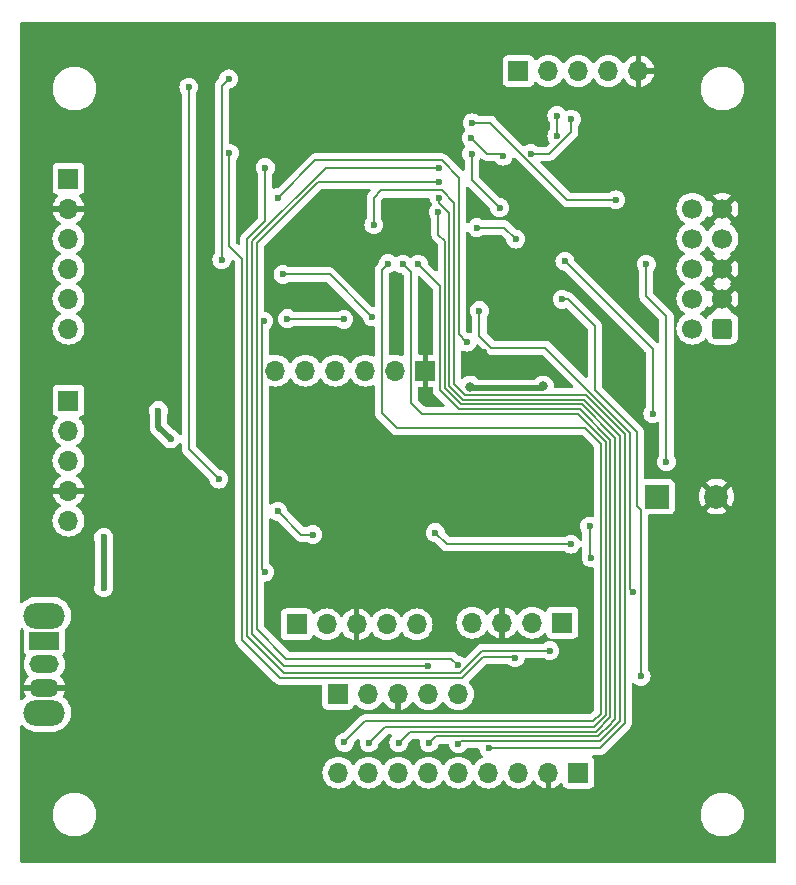
<source format=gbr>
%TF.GenerationSoftware,KiCad,Pcbnew,8.0.6*%
%TF.CreationDate,2024-11-05T15:10:12-06:00*%
%TF.ProjectId,werable_unit (1),77657261-626c-4655-9f75-6e6974202831,rev?*%
%TF.SameCoordinates,Original*%
%TF.FileFunction,Copper,L2,Bot*%
%TF.FilePolarity,Positive*%
%FSLAX46Y46*%
G04 Gerber Fmt 4.6, Leading zero omitted, Abs format (unit mm)*
G04 Created by KiCad (PCBNEW 8.0.6) date 2024-11-05 15:10:12*
%MOMM*%
%LPD*%
G01*
G04 APERTURE LIST*
G04 Aperture macros list*
%AMRoundRect*
0 Rectangle with rounded corners*
0 $1 Rounding radius*
0 $2 $3 $4 $5 $6 $7 $8 $9 X,Y pos of 4 corners*
0 Add a 4 corners polygon primitive as box body*
4,1,4,$2,$3,$4,$5,$6,$7,$8,$9,$2,$3,0*
0 Add four circle primitives for the rounded corners*
1,1,$1+$1,$2,$3*
1,1,$1+$1,$4,$5*
1,1,$1+$1,$6,$7*
1,1,$1+$1,$8,$9*
0 Add four rect primitives between the rounded corners*
20,1,$1+$1,$2,$3,$4,$5,0*
20,1,$1+$1,$4,$5,$6,$7,0*
20,1,$1+$1,$6,$7,$8,$9,0*
20,1,$1+$1,$8,$9,$2,$3,0*%
G04 Aperture macros list end*
%TA.AperFunction,ComponentPad*%
%ADD10R,1.700000X1.700000*%
%TD*%
%TA.AperFunction,ComponentPad*%
%ADD11O,1.700000X1.700000*%
%TD*%
%TA.AperFunction,ComponentPad*%
%ADD12O,3.500000X2.200000*%
%TD*%
%TA.AperFunction,ComponentPad*%
%ADD13R,2.500000X1.500000*%
%TD*%
%TA.AperFunction,ComponentPad*%
%ADD14O,2.500000X1.500000*%
%TD*%
%TA.AperFunction,ComponentPad*%
%ADD15RoundRect,0.250000X0.600000X0.600000X-0.600000X0.600000X-0.600000X-0.600000X0.600000X-0.600000X0*%
%TD*%
%TA.AperFunction,ComponentPad*%
%ADD16C,1.700000*%
%TD*%
%TA.AperFunction,ComponentPad*%
%ADD17R,2.000000X2.000000*%
%TD*%
%TA.AperFunction,ComponentPad*%
%ADD18C,2.000000*%
%TD*%
%TA.AperFunction,ViaPad*%
%ADD19C,0.600000*%
%TD*%
%TA.AperFunction,ViaPad*%
%ADD20C,0.800000*%
%TD*%
%TA.AperFunction,Conductor*%
%ADD21C,0.200000*%
%TD*%
%TA.AperFunction,Conductor*%
%ADD22C,0.500000*%
%TD*%
G04 APERTURE END LIST*
D10*
%TO.P,J5,1,Pin_1*%
%TO.N,+3V3*%
X95986600Y-105613200D03*
D11*
%TO.P,J5,2,Pin_2*%
%TO.N,unconnected-(J5-Pin_2-Pad2)*%
X98526600Y-105613200D03*
%TO.P,J5,3,Pin_3*%
%TO.N,GND*%
X101066600Y-105613200D03*
%TO.P,J5,4,Pin_4*%
%TO.N,/6DOF_SCL*%
X103606600Y-105613200D03*
%TO.P,J5,5,Pin_5*%
%TO.N,/6DOF_SDA*%
X106146600Y-105613200D03*
%TD*%
D12*
%TO.P,U7,*%
%TO.N,*%
X71120000Y-98992000D03*
X71120000Y-107192000D03*
D13*
%TO.P,U7,1,1*%
%TO.N,Net-(J11-BAT)*%
X71120000Y-101092000D03*
D14*
%TO.P,U7,2,2*%
%TO.N,/VBAT*%
X71120000Y-103092000D03*
%TO.P,U7,3,3*%
%TO.N,GND*%
X71120000Y-105092000D03*
%TD*%
D10*
%TO.P,J9,1,GND*%
%TO.N,GND*%
X103378000Y-78232000D03*
D11*
%TO.P,J9,2,3.3V*%
%TO.N,+3V3*%
X100838000Y-78232000D03*
%TO.P,J9,3,OUTPUT*%
%TO.N,/HR_OUTPUT*%
X98298000Y-78232000D03*
%TO.P,J9,4,LO-*%
%TO.N,/HR_LO-*%
X95758000Y-78232000D03*
%TO.P,J9,5,LO+*%
%TO.N,/HR_L0+*%
X93218000Y-78232000D03*
%TO.P,J9,6,SDN*%
%TO.N,unconnected-(J9-SDN-Pad6)*%
X90678000Y-78232000D03*
%TD*%
D10*
%TO.P,J2,1,Pin_1*%
%TO.N,+3V3*%
X92461000Y-99720400D03*
D11*
%TO.P,J2,2,Pin_2*%
%TO.N,unconnected-(J2-Pin_2-Pad2)*%
X95001000Y-99720400D03*
%TO.P,J2,3,Pin_3*%
%TO.N,GND*%
X97541000Y-99720400D03*
%TO.P,J2,4,Pin_4*%
%TO.N,/6DOF_SCL*%
X100081000Y-99720400D03*
%TO.P,J2,5,Pin_5*%
%TO.N,/6DOF_SDA*%
X102621000Y-99720400D03*
%TD*%
D15*
%TO.P,J12,1,VTref*%
%TO.N,Net-(J12-VTref)*%
X128524000Y-74676000D03*
D16*
%TO.P,J12,2,SWDIO/TMS*%
%TO.N,/MTMS*%
X125984000Y-74676000D03*
%TO.P,J12,3,GND*%
%TO.N,GND*%
X128524000Y-72136000D03*
%TO.P,J12,4,SWDCLK/TCK*%
%TO.N,/MTCK*%
X125984000Y-72136000D03*
%TO.P,J12,5,GND*%
%TO.N,GND*%
X128524000Y-69596000D03*
%TO.P,J12,6,SWO/TDO*%
%TO.N,/MTDO*%
X125984000Y-69596000D03*
%TO.P,J12,7,KEY*%
%TO.N,unconnected-(J12-KEY-Pad7)*%
X128524000Y-67056000D03*
%TO.P,J12,8,NC/TDI*%
%TO.N,/MTDI*%
X125984000Y-67056000D03*
%TO.P,J12,9,GNDDetect*%
%TO.N,GND*%
X128524000Y-64516000D03*
%TO.P,J12,10,~{RESET}*%
%TO.N,/CHIP_PU*%
X125984000Y-64516000D03*
%TD*%
D10*
%TO.P,J1,1,Pin_1*%
%TO.N,+3V3*%
X73152000Y-61976000D03*
D11*
%TO.P,J1,2,Pin_2*%
%TO.N,GND*%
X73152000Y-64516000D03*
%TO.P,J1,3,Pin_3*%
%TO.N,/GPIO5*%
X73152000Y-67056000D03*
%TO.P,J1,4,Pin_4*%
%TO.N,/GPIO6*%
X73152000Y-69596000D03*
%TO.P,J1,5,Pin_5*%
%TO.N,/GPIO7*%
X73152000Y-72136000D03*
%TO.P,J1,6,Pin_6*%
%TO.N,/GPIO15*%
X73152000Y-74676000D03*
%TD*%
D17*
%TO.P,U4,1,1*%
%TO.N,/BUZZER*%
X123016000Y-88900000D03*
D18*
%TO.P,U4,2,2*%
%TO.N,GND*%
X128016000Y-88900000D03*
%TD*%
D10*
%TO.P,J13,1,VIN*%
%TO.N,+3V3*%
X116332000Y-112268000D03*
D11*
%TO.P,J13,2,GND*%
%TO.N,GND*%
X113792000Y-112268000D03*
%TO.P,J13,3,EN*%
%TO.N,unconnected-(J13-EN-Pad3)*%
X111252000Y-112268000D03*
%TO.P,J13,4,G0*%
%TO.N,/LORA_G0*%
X108712000Y-112268000D03*
%TO.P,J13,5,SCK*%
%TO.N,/LORA_SCK*%
X106172000Y-112268000D03*
%TO.P,J13,6,MISO*%
%TO.N,/LORA_MISO*%
X103632000Y-112268000D03*
%TO.P,J13,7,MOSI*%
%TO.N,/LORA_MOSI*%
X101092000Y-112268000D03*
%TO.P,J13,8,CS*%
%TO.N,/LORA_CS*%
X98552000Y-112268000D03*
%TO.P,J13,9,RST*%
%TO.N,/LORA_RST*%
X96012000Y-112268000D03*
%TD*%
D10*
%TO.P,J11,1,5V*%
%TO.N,+5V*%
X73152000Y-80772000D03*
D11*
%TO.P,J11,2,D-*%
%TO.N,/D-*%
X73152000Y-83312000D03*
%TO.P,J11,3,D+*%
%TO.N,/D+*%
X73152000Y-85852000D03*
%TO.P,J11,4,GND*%
%TO.N,GND*%
X73152000Y-88392000D03*
%TO.P,J11,5,BAT*%
%TO.N,Net-(J11-BAT)*%
X73152000Y-90932000D03*
%TD*%
D10*
%TO.P,J8,1,Pin_1*%
%TO.N,/RTS*%
X111252000Y-52857400D03*
D11*
%TO.P,J8,2,Pin_2*%
%TO.N,/DTR*%
X113792000Y-52857400D03*
%TO.P,J8,3,Pin_3*%
%TO.N,/TX*%
X116332000Y-52857400D03*
%TO.P,J8,4,Pin_4*%
%TO.N,/RX*%
X118872000Y-52857400D03*
%TO.P,J8,5,Pin_5*%
%TO.N,GND*%
X121412000Y-52857400D03*
%TD*%
D10*
%TO.P,J3,1,Pin_1*%
%TO.N,/GPS_RX*%
X114960400Y-99568000D03*
D11*
%TO.P,J3,2,Pin_2*%
%TO.N,/GPS_TX*%
X112420400Y-99568000D03*
%TO.P,J3,3,Pin_3*%
%TO.N,GND*%
X109880400Y-99568000D03*
%TO.P,J3,4,Pin_4*%
%TO.N,+3V3*%
X107340400Y-99568000D03*
%TD*%
D19*
%TO.N,/BUTTON_1*%
X120980200Y-96951800D03*
X107950000Y-73150000D03*
%TO.N,GND*%
X97950000Y-75880000D03*
X79900000Y-57190000D03*
X90820000Y-75420000D03*
X75895200Y-88315800D03*
X82780000Y-106100000D03*
X108340000Y-76690000D03*
X121930000Y-73540000D03*
X91240000Y-81890000D03*
X120370000Y-67100000D03*
X108950000Y-55710000D03*
X108110000Y-70130000D03*
X90970000Y-92550000D03*
X91110000Y-98020000D03*
X84700000Y-66380000D03*
X94910000Y-75930000D03*
X103320000Y-75276000D03*
X112300000Y-69140000D03*
X95810000Y-83270000D03*
X97230000Y-70440000D03*
X94160000Y-87800000D03*
X125020000Y-76430000D03*
X119190000Y-69110000D03*
X116850000Y-72000000D03*
X86520000Y-81030000D03*
X115280000Y-54730000D03*
X110972600Y-114731800D03*
X89930000Y-106750000D03*
X106780000Y-78170000D03*
X91370000Y-71810000D03*
X114230000Y-64430000D03*
X74472800Y-106451400D03*
X111470000Y-64790000D03*
X107620000Y-64400000D03*
X100930000Y-75950000D03*
X86830000Y-70170000D03*
X119940000Y-71760000D03*
X108900000Y-53740000D03*
X121910000Y-64350000D03*
X104860000Y-87760000D03*
X96080000Y-72450000D03*
%TO.N,/BUTTON_2*%
X114960000Y-72200000D03*
X121630000Y-104120000D03*
D20*
%TO.N,+3V3*%
X107176918Y-79589400D03*
X113343595Y-79568164D03*
D19*
%TO.N,/CHIP_PU*%
X104220000Y-91950000D03*
X123780000Y-85960000D03*
X83340000Y-54250000D03*
X115690000Y-92920000D03*
X93840000Y-92110000D03*
X122070000Y-69220000D03*
X85880000Y-87410000D03*
X90870000Y-90140000D03*
%TO.N,/GPIO0_STRAPPING*%
X115190000Y-68970000D03*
X117420000Y-94070000D03*
X122630000Y-81870000D03*
X107740000Y-66120000D03*
X117270000Y-91400000D03*
X111020000Y-67090000D03*
%TO.N,+5V*%
X80770000Y-81620000D03*
X81790000Y-84020000D03*
%TO.N,/VBAT_SENSE*%
X86131400Y-68834000D03*
X89671400Y-74041000D03*
X89763600Y-95296000D03*
X86715600Y-53543200D03*
%TO.N,/RTS*%
X114503200Y-56642000D03*
X114503200Y-58394600D03*
%TO.N,/DTR*%
X112318800Y-59867800D03*
X115722400Y-56953800D03*
%TO.N,/MTCK*%
X109651800Y-64439800D03*
X107289600Y-59867800D03*
%TO.N,/MTDI*%
X119481600Y-63779400D03*
X107340400Y-57251600D03*
%TO.N,/MTDO*%
X107264200Y-58547000D03*
X109956600Y-60071000D03*
%TO.N,/GPIO46_STRAPPING*%
X98860000Y-73680000D03*
X91320000Y-70090000D03*
%TO.N,/GPIO3_STRAPPING*%
X96469200Y-73888600D03*
X91694000Y-73837800D03*
%TO.N,/BUZZER*%
X90893900Y-63588900D03*
X106900000Y-75810000D03*
%TO.N,/LORA_CS*%
X98602800Y-109753400D03*
X101447600Y-69215000D03*
%TO.N,/LORA_SCK*%
X104521000Y-63576200D03*
X106172000Y-109807200D03*
%TO.N,/LORA_G0*%
X99009200Y-65887600D03*
X108737400Y-110207200D03*
%TO.N,/LORA_MISO*%
X104470200Y-64820800D03*
X103682800Y-109753400D03*
%TO.N,/LORA_RST*%
X100228400Y-69164200D03*
X96520000Y-109702600D03*
%TO.N,/6DOF_SDA*%
X104521000Y-62230000D03*
X106121200Y-103174800D03*
%TO.N,/LORA_MOSI*%
X102768400Y-69215000D03*
X101117400Y-109728000D03*
%TO.N,/6DOF_SCL*%
X103632000Y-103225600D03*
X104521000Y-61036200D03*
%TO.N,Net-(J11-BAT)*%
X76130000Y-96627800D03*
X76130000Y-92360000D03*
%TO.N,/GPS_TX*%
X110972600Y-102539800D03*
X86766400Y-59817000D03*
%TO.N,/GPS_RX*%
X113893600Y-101939800D03*
X89814400Y-61036200D03*
%TD*%
D21*
%TO.N,/BUTTON_1*%
X113516918Y-76290000D02*
X108950000Y-76290000D01*
X120710000Y-96681600D02*
X120710000Y-83483082D01*
X107950000Y-75290000D02*
X107950000Y-73150000D01*
X120710000Y-83483082D02*
X113516918Y-76290000D01*
X108950000Y-76290000D02*
X107950000Y-75290000D01*
X120980200Y-96951800D02*
X120710000Y-96681600D01*
%TO.N,/BUTTON_2*%
X121600000Y-90060000D02*
X121600000Y-103500000D01*
X117710000Y-74440000D02*
X117710000Y-79850000D01*
X117710000Y-79850000D02*
X121270000Y-83410000D01*
X121270000Y-83410000D02*
X121270000Y-89730000D01*
X121270000Y-89730000D02*
X121600000Y-90060000D01*
X114960000Y-72200000D02*
X115470000Y-72200000D01*
X121600000Y-104090000D02*
X121630000Y-104120000D01*
X121600000Y-103500000D02*
X121600000Y-104090000D01*
X115470000Y-72200000D02*
X117710000Y-74440000D01*
D22*
%TO.N,+3V3*%
X113172359Y-79739400D02*
X107170000Y-79739400D01*
X107170000Y-79596318D02*
X107176918Y-79589400D01*
X113343595Y-79568164D02*
X113172359Y-79739400D01*
X107170000Y-79739400D02*
X107170000Y-79596318D01*
D21*
%TO.N,/CHIP_PU*%
X122070000Y-71930000D02*
X123780000Y-73640000D01*
X90870000Y-90140000D02*
X92840000Y-92110000D01*
X83340000Y-54250000D02*
X83340000Y-84870000D01*
X92840000Y-92110000D02*
X93840000Y-92110000D01*
X105190000Y-92920000D02*
X104220000Y-91950000D01*
X83340000Y-84870000D02*
X85880000Y-87410000D01*
X122070000Y-69220000D02*
X122070000Y-71930000D01*
X123780000Y-73640000D02*
X123780000Y-85960000D01*
X115690000Y-92920000D02*
X105190000Y-92920000D01*
%TO.N,/GPIO0_STRAPPING*%
X107740000Y-66120000D02*
X110050000Y-66120000D01*
X110050000Y-66120000D02*
X111020000Y-67090000D01*
X117270000Y-93920000D02*
X117270000Y-91400000D01*
X115190000Y-68970000D02*
X122630000Y-76410000D01*
X117420000Y-94070000D02*
X117270000Y-93920000D01*
X122630000Y-76410000D02*
X122630000Y-81870000D01*
D22*
%TO.N,+5V*%
X80770000Y-81620000D02*
X80770000Y-83000000D01*
X80770000Y-83000000D02*
X81790000Y-84020000D01*
D21*
%TO.N,/VBAT_SENSE*%
X86131400Y-54127400D02*
X86715600Y-53543200D01*
X89528000Y-95060400D02*
X89528000Y-74184400D01*
X89528000Y-74184400D02*
X89671400Y-74041000D01*
X86131400Y-68834000D02*
X86131400Y-54127400D01*
X89763600Y-95296000D02*
X89528000Y-95060400D01*
%TO.N,/RTS*%
X114503200Y-58394600D02*
X114503200Y-56642000D01*
%TO.N,/DTR*%
X112318800Y-59867800D02*
X113878529Y-59867800D01*
X115722400Y-58023929D02*
X115722400Y-56953800D01*
X113878529Y-59867800D02*
X115722400Y-58023929D01*
%TO.N,/MTCK*%
X109651800Y-64439800D02*
X107289600Y-62077600D01*
X107289600Y-62077600D02*
X107289600Y-59867800D01*
%TO.N,/MTDI*%
X108854071Y-57251600D02*
X107340400Y-57251600D01*
X115381871Y-63779400D02*
X108854071Y-57251600D01*
X119481600Y-63779400D02*
X115381871Y-63779400D01*
%TO.N,/MTDO*%
X109956600Y-60071000D02*
X109753400Y-59867800D01*
X108585000Y-59867800D02*
X107264200Y-58547000D01*
X109753400Y-59867800D02*
X108585000Y-59867800D01*
%TO.N,/GPIO46_STRAPPING*%
X95270000Y-70090000D02*
X98860000Y-73680000D01*
X91320000Y-70090000D02*
X95270000Y-70090000D01*
%TO.N,/GPIO3_STRAPPING*%
X91744800Y-73888600D02*
X91694000Y-73837800D01*
X96469200Y-73888600D02*
X91744800Y-73888600D01*
%TO.N,/BUZZER*%
X94056200Y-60426600D02*
X104759929Y-60426600D01*
X106222800Y-75172800D02*
X106843600Y-75793600D01*
X104759929Y-60426600D02*
X106222800Y-61889471D01*
X106222800Y-61889471D02*
X106222800Y-75172800D01*
X90893900Y-63588900D02*
X94056200Y-60426600D01*
%TO.N,/LORA_CS*%
X102133400Y-80949800D02*
X102133400Y-69900800D01*
X102133400Y-69900800D02*
X101447600Y-69215000D01*
X116288086Y-81889600D02*
X103073200Y-81889600D01*
X99949000Y-108407200D02*
X117659686Y-108407200D01*
X103073200Y-81889600D02*
X102133400Y-80949800D01*
X117659686Y-108407200D02*
X118637000Y-107429886D01*
X118637000Y-84238514D02*
X116288086Y-81889600D01*
X98602800Y-109753400D02*
X99949000Y-108407200D01*
X118637000Y-107429886D02*
X118637000Y-84238514D01*
%TO.N,/LORA_SCK*%
X106172000Y-109807200D02*
X106372000Y-109607200D01*
X116785144Y-80689600D02*
X106578400Y-80689600D01*
X118156744Y-109607200D02*
X119837000Y-107926944D01*
X105397200Y-79508400D02*
X105397200Y-64899271D01*
X104521000Y-64023071D02*
X104521000Y-63576200D01*
X119837000Y-83741456D02*
X119602685Y-83507142D01*
X119532400Y-83436856D02*
X116785144Y-80689600D01*
X119837000Y-107926944D02*
X119837000Y-83741456D01*
X106372000Y-109607200D02*
X118156744Y-109607200D01*
X119602685Y-83507142D02*
X119532400Y-83436856D01*
X105397200Y-64899271D02*
X104521000Y-64023071D01*
X106578400Y-80689600D02*
X105397200Y-79508400D01*
%TO.N,/LORA_G0*%
X108737400Y-110207200D02*
X118122429Y-110207200D01*
X106743886Y-80289400D02*
X105797200Y-79342714D01*
X104769529Y-62976200D02*
X99609200Y-62976200D01*
X118322430Y-110007200D02*
X120237000Y-108092630D01*
X99009200Y-63576200D02*
X99009200Y-65887600D01*
X105797200Y-64003871D02*
X104769529Y-62976200D01*
X118122429Y-110207200D02*
X118322430Y-110007200D01*
X116950632Y-80289400D02*
X106743886Y-80289400D01*
X105797200Y-79342714D02*
X105797200Y-64003871D01*
X99609200Y-62976200D02*
X99009200Y-63576200D01*
X120237000Y-83575768D02*
X116950632Y-80289400D01*
X120237000Y-108092630D02*
X120237000Y-83575768D01*
%TO.N,/LORA_MISO*%
X106388486Y-81089600D02*
X116619458Y-81089600D01*
X104229000Y-109207200D02*
X103682800Y-109753400D01*
X117991058Y-109207200D02*
X104229000Y-109207200D01*
X104997200Y-67240200D02*
X104997200Y-79698314D01*
X119437000Y-107761258D02*
X119202685Y-107995572D01*
X104997200Y-79698314D02*
X106388486Y-81089600D01*
X104470200Y-66713200D02*
X104997200Y-67240200D01*
X119075200Y-108123058D02*
X117991058Y-109207200D01*
X104470200Y-64820800D02*
X104470200Y-66713200D01*
X116619458Y-81089600D02*
X119437000Y-83907142D01*
X119202685Y-107995572D02*
X119075200Y-108123058D01*
X119437000Y-83907142D02*
X119437000Y-107761258D01*
%TO.N,/LORA_RST*%
X96520000Y-109702600D02*
X98298000Y-107924600D01*
X116916200Y-83083400D02*
X100939600Y-83083400D01*
X118237000Y-84404200D02*
X116916200Y-83083400D01*
X98298000Y-107924600D02*
X117576600Y-107924600D01*
X118237000Y-107264200D02*
X118237000Y-84404200D01*
X117576600Y-107924600D02*
X118237000Y-107264200D01*
X99688000Y-81831800D02*
X99688000Y-69704600D01*
X100939600Y-83083400D02*
X99688000Y-81831800D01*
X99688000Y-69704600D02*
X100228400Y-69164200D01*
%TO.N,/6DOF_SDA*%
X105572000Y-102625600D02*
X91602000Y-102625600D01*
X89071400Y-67450286D02*
X94291686Y-62230000D01*
X89071400Y-100095000D02*
X89071400Y-67450286D01*
X94291686Y-62230000D02*
X104521000Y-62230000D01*
X91602000Y-102625600D02*
X89071400Y-100095000D01*
X106121200Y-103174800D02*
X105572000Y-102625600D01*
%TO.N,/LORA_MOSI*%
X116453772Y-81489600D02*
X106222800Y-81489600D01*
X106222800Y-81489600D02*
X104597200Y-79864000D01*
X119037000Y-107595572D02*
X119037000Y-84072828D01*
X104597200Y-79864000D02*
X104597200Y-75666600D01*
X104597200Y-75666600D02*
X104597200Y-71043800D01*
X104597200Y-71043800D02*
X102768400Y-69215000D01*
X101117400Y-109728000D02*
X102038200Y-108807200D01*
X117652800Y-108807200D02*
X117825372Y-108807200D01*
X119037000Y-84072828D02*
X116453772Y-81489600D01*
X117825372Y-108807200D02*
X119037000Y-107595572D01*
X102038200Y-108807200D02*
X117652800Y-108807200D01*
%TO.N,/6DOF_SCL*%
X88671400Y-67284600D02*
X94919800Y-61036200D01*
X88671400Y-100507800D02*
X88671400Y-67284600D01*
X94919800Y-61036200D02*
X104521000Y-61036200D01*
X91389200Y-103225600D02*
X88671400Y-100507800D01*
X103632000Y-103225600D02*
X91389200Y-103225600D01*
D22*
%TO.N,Net-(J11-BAT)*%
X76149200Y-96647000D02*
X76130000Y-96627800D01*
X76130000Y-92360000D02*
X76130000Y-96627800D01*
D21*
%TO.N,/GPS_TX*%
X87871400Y-68796000D02*
X86766400Y-67691000D01*
X87871400Y-101035485D02*
X87871400Y-68796000D01*
X108221215Y-102489000D02*
X106475015Y-104235200D01*
X86766400Y-67691000D02*
X86766400Y-59817000D01*
X110921800Y-102489000D02*
X108221215Y-102489000D01*
X106475015Y-104235200D02*
X91071115Y-104235200D01*
X91071115Y-104235200D02*
X87871400Y-101035485D01*
X110972600Y-102539800D02*
X110921800Y-102489000D01*
%TO.N,/GPS_RX*%
X89823657Y-61045457D02*
X89814400Y-61036200D01*
X113893600Y-101939800D02*
X108204729Y-101939800D01*
X89823657Y-65566657D02*
X89823657Y-61045457D01*
X88271400Y-67118914D02*
X89823657Y-65566657D01*
X91423514Y-103825600D02*
X88271400Y-100673486D01*
X88271400Y-100673486D02*
X88271400Y-67118914D01*
X108204729Y-101939800D02*
X106318929Y-103825600D01*
X106318929Y-103825600D02*
X91423514Y-103825600D01*
%TD*%
%TA.AperFunction,Conductor*%
%TO.N,GND*%
G36*
X103628000Y-79582000D02*
G01*
X103872700Y-79582000D01*
X103939739Y-79601685D01*
X103985494Y-79654489D01*
X103996700Y-79706000D01*
X103996700Y-79777330D01*
X103996699Y-79777348D01*
X103996699Y-79943054D01*
X103996698Y-79943054D01*
X103996699Y-79943057D01*
X104037623Y-80095785D01*
X104040274Y-80100376D01*
X104040275Y-80100380D01*
X104040276Y-80100380D01*
X104116677Y-80232712D01*
X104116681Y-80232717D01*
X104235549Y-80351585D01*
X104235555Y-80351590D01*
X104961383Y-81077419D01*
X104994868Y-81138742D01*
X104989884Y-81208434D01*
X104948012Y-81264367D01*
X104882548Y-81288784D01*
X104873702Y-81289100D01*
X103373297Y-81289100D01*
X103306258Y-81269415D01*
X103285616Y-81252781D01*
X102770219Y-80737384D01*
X102736734Y-80676061D01*
X102733900Y-80649703D01*
X102733900Y-79706000D01*
X102753585Y-79638961D01*
X102806389Y-79593206D01*
X102857900Y-79582000D01*
X103128000Y-79582000D01*
X103128000Y-78665012D01*
X103185007Y-78697925D01*
X103312174Y-78732000D01*
X103443826Y-78732000D01*
X103570993Y-78697925D01*
X103628000Y-78665012D01*
X103628000Y-79582000D01*
G37*
%TD.AperFunction*%
%TA.AperFunction,Conductor*%
G36*
X107824144Y-76021526D02*
G01*
X107854631Y-76043867D01*
X108581284Y-76770520D01*
X108581286Y-76770521D01*
X108581290Y-76770524D01*
X108718209Y-76849573D01*
X108718216Y-76849577D01*
X108870943Y-76890501D01*
X108870945Y-76890501D01*
X109036654Y-76890501D01*
X109036670Y-76890500D01*
X113216821Y-76890500D01*
X113283860Y-76910185D01*
X113304502Y-76926819D01*
X115854902Y-79477219D01*
X115888387Y-79538542D01*
X115883403Y-79608234D01*
X115841531Y-79664167D01*
X115776067Y-79688584D01*
X115767221Y-79688900D01*
X114373055Y-79688900D01*
X114306016Y-79669215D01*
X114260261Y-79616411D01*
X114251138Y-79574479D01*
X114249734Y-79574627D01*
X114248665Y-79564452D01*
X114229269Y-79379908D01*
X114170774Y-79199880D01*
X114076128Y-79035948D01*
X113949466Y-78895276D01*
X113920481Y-78874217D01*
X113796329Y-78784015D01*
X113796324Y-78784012D01*
X113623402Y-78707021D01*
X113623397Y-78707019D01*
X113477596Y-78676029D01*
X113438241Y-78667664D01*
X113248949Y-78667664D01*
X113216492Y-78674562D01*
X113063792Y-78707019D01*
X113063787Y-78707021D01*
X112890865Y-78784012D01*
X112890860Y-78784015D01*
X112737730Y-78895270D01*
X112737728Y-78895271D01*
X112727110Y-78907064D01*
X112690364Y-78947874D01*
X112630879Y-78984521D01*
X112598216Y-78988900D01*
X107903176Y-78988900D01*
X107836137Y-78969215D01*
X107811027Y-78947873D01*
X107782789Y-78916512D01*
X107782782Y-78916506D01*
X107629652Y-78805251D01*
X107629647Y-78805248D01*
X107456725Y-78728257D01*
X107456720Y-78728255D01*
X107310919Y-78697265D01*
X107271564Y-78688900D01*
X107082272Y-78688900D01*
X107049815Y-78695798D01*
X106897115Y-78728255D01*
X106897110Y-78728257D01*
X106724188Y-78805248D01*
X106724183Y-78805251D01*
X106594585Y-78899410D01*
X106528779Y-78922890D01*
X106460725Y-78907064D01*
X106412030Y-78856958D01*
X106397700Y-78799092D01*
X106397700Y-76657091D01*
X106417385Y-76590052D01*
X106470189Y-76544297D01*
X106539347Y-76534353D01*
X106562655Y-76540050D01*
X106720737Y-76595366D01*
X106720743Y-76595367D01*
X106720745Y-76595368D01*
X106720746Y-76595368D01*
X106720750Y-76595369D01*
X106899996Y-76615565D01*
X106900000Y-76615565D01*
X106900004Y-76615565D01*
X107079249Y-76595369D01*
X107079252Y-76595368D01*
X107079255Y-76595368D01*
X107249522Y-76535789D01*
X107402262Y-76439816D01*
X107529816Y-76312262D01*
X107625789Y-76159522D01*
X107649908Y-76090594D01*
X107690630Y-76033818D01*
X107755582Y-76008070D01*
X107824144Y-76021526D01*
G37*
%TD.AperFunction*%
%TA.AperFunction,Conductor*%
G36*
X102939103Y-70235384D02*
G01*
X102945581Y-70241416D01*
X103960381Y-71256216D01*
X103993866Y-71317539D01*
X103996700Y-71343897D01*
X103996700Y-76758000D01*
X103977015Y-76825039D01*
X103924211Y-76870794D01*
X103872700Y-76882000D01*
X103628000Y-76882000D01*
X103628000Y-77798988D01*
X103570993Y-77766075D01*
X103443826Y-77732000D01*
X103312174Y-77732000D01*
X103185007Y-77766075D01*
X103128000Y-77798988D01*
X103128000Y-76882000D01*
X102857900Y-76882000D01*
X102790861Y-76862315D01*
X102745106Y-76809511D01*
X102733900Y-76758000D01*
X102733900Y-70329097D01*
X102753585Y-70262058D01*
X102806389Y-70216303D01*
X102875547Y-70206359D01*
X102939103Y-70235384D01*
G37*
%TD.AperFunction*%
%TA.AperFunction,Conductor*%
G36*
X98673341Y-62850185D02*
G01*
X98719096Y-62902989D01*
X98729040Y-62972147D01*
X98700015Y-63035703D01*
X98693983Y-63042181D01*
X98528681Y-63207482D01*
X98528675Y-63207490D01*
X98488466Y-63277136D01*
X98488466Y-63277138D01*
X98449623Y-63344414D01*
X98449623Y-63344415D01*
X98408699Y-63497143D01*
X98408699Y-63497145D01*
X98408699Y-63665246D01*
X98408700Y-63665259D01*
X98408700Y-65305187D01*
X98389015Y-65372226D01*
X98381650Y-65382496D01*
X98379386Y-65385334D01*
X98283411Y-65538076D01*
X98223831Y-65708345D01*
X98223830Y-65708350D01*
X98203635Y-65887596D01*
X98203635Y-65887603D01*
X98223830Y-66066849D01*
X98223831Y-66066854D01*
X98283411Y-66237123D01*
X98325829Y-66304630D01*
X98379384Y-66389862D01*
X98506938Y-66517416D01*
X98659678Y-66613389D01*
X98829945Y-66672968D01*
X98829950Y-66672969D01*
X99009196Y-66693165D01*
X99009200Y-66693165D01*
X99009204Y-66693165D01*
X99188449Y-66672969D01*
X99188452Y-66672968D01*
X99188455Y-66672968D01*
X99358722Y-66613389D01*
X99511462Y-66517416D01*
X99639016Y-66389862D01*
X99734989Y-66237122D01*
X99794568Y-66066855D01*
X99800128Y-66017508D01*
X99814765Y-65887603D01*
X99814765Y-65887596D01*
X99794569Y-65708350D01*
X99794568Y-65708345D01*
X99770469Y-65639475D01*
X99734989Y-65538078D01*
X99639016Y-65385338D01*
X99639014Y-65385336D01*
X99639013Y-65385334D01*
X99636750Y-65382496D01*
X99635859Y-65380315D01*
X99635311Y-65379442D01*
X99635464Y-65379345D01*
X99610344Y-65317809D01*
X99609700Y-65305187D01*
X99609700Y-63876297D01*
X99629385Y-63809258D01*
X99646019Y-63788616D01*
X99821616Y-63613019D01*
X99882939Y-63579534D01*
X99909297Y-63576700D01*
X103604678Y-63576700D01*
X103671717Y-63596385D01*
X103717472Y-63649189D01*
X103727898Y-63686817D01*
X103735630Y-63755449D01*
X103795210Y-63925721D01*
X103891184Y-64078462D01*
X103898140Y-64085418D01*
X103931625Y-64146741D01*
X103926641Y-64216433D01*
X103898141Y-64260780D01*
X103840384Y-64318537D01*
X103744411Y-64471276D01*
X103684831Y-64641545D01*
X103684830Y-64641550D01*
X103664635Y-64820796D01*
X103664635Y-64820803D01*
X103684830Y-65000049D01*
X103684831Y-65000054D01*
X103744411Y-65170323D01*
X103791564Y-65245365D01*
X103837154Y-65317922D01*
X103840385Y-65323063D01*
X103842645Y-65325897D01*
X103843534Y-65328075D01*
X103844089Y-65328958D01*
X103843934Y-65329055D01*
X103869055Y-65390583D01*
X103869700Y-65403212D01*
X103869700Y-66626530D01*
X103869699Y-66626548D01*
X103869699Y-66792254D01*
X103869698Y-66792254D01*
X103910623Y-66944985D01*
X103939558Y-66995100D01*
X103939559Y-66995104D01*
X103939560Y-66995104D01*
X103989679Y-67081914D01*
X103989681Y-67081917D01*
X104101485Y-67193721D01*
X104360381Y-67452616D01*
X104393866Y-67513939D01*
X104396700Y-67540297D01*
X104396700Y-69694702D01*
X104377015Y-69761741D01*
X104324211Y-69807496D01*
X104255053Y-69817440D01*
X104191497Y-69788415D01*
X104185019Y-69782383D01*
X103599100Y-69196465D01*
X103565615Y-69135142D01*
X103563563Y-69122686D01*
X103553768Y-69035745D01*
X103494189Y-68865478D01*
X103398216Y-68712738D01*
X103270662Y-68585184D01*
X103226605Y-68557501D01*
X103117923Y-68489211D01*
X102947654Y-68429631D01*
X102947649Y-68429630D01*
X102768404Y-68409435D01*
X102768396Y-68409435D01*
X102589150Y-68429630D01*
X102589145Y-68429631D01*
X102418876Y-68489211D01*
X102266137Y-68585184D01*
X102195681Y-68655641D01*
X102134358Y-68689126D01*
X102064666Y-68684142D01*
X102020319Y-68655641D01*
X101949862Y-68585184D01*
X101797123Y-68489211D01*
X101626854Y-68429631D01*
X101626849Y-68429630D01*
X101447604Y-68409435D01*
X101447596Y-68409435D01*
X101268350Y-68429630D01*
X101268345Y-68429631D01*
X101098076Y-68489211D01*
X100945333Y-68585186D01*
X100940792Y-68588808D01*
X100876102Y-68615208D01*
X100807408Y-68602444D01*
X100775810Y-68579532D01*
X100730662Y-68534384D01*
X100577923Y-68438411D01*
X100407654Y-68378831D01*
X100407649Y-68378830D01*
X100228404Y-68358635D01*
X100228396Y-68358635D01*
X100049150Y-68378830D01*
X100049145Y-68378831D01*
X99878876Y-68438411D01*
X99726137Y-68534384D01*
X99598584Y-68661937D01*
X99502610Y-68814678D01*
X99443030Y-68984950D01*
X99433237Y-69071868D01*
X99406170Y-69136282D01*
X99397699Y-69145665D01*
X99319286Y-69224078D01*
X99207481Y-69335882D01*
X99207479Y-69335884D01*
X99183792Y-69376912D01*
X99173780Y-69394255D01*
X99128423Y-69472815D01*
X99087499Y-69625543D01*
X99087499Y-69625545D01*
X99087499Y-69793646D01*
X99087500Y-69793659D01*
X99087500Y-72758902D01*
X99067815Y-72825941D01*
X99015011Y-72871696D01*
X98945853Y-72881640D01*
X98882297Y-72852615D01*
X98875819Y-72846583D01*
X95757590Y-69728355D01*
X95757588Y-69728352D01*
X95638717Y-69609481D01*
X95638709Y-69609475D01*
X95536936Y-69550717D01*
X95536934Y-69550716D01*
X95501790Y-69530425D01*
X95501789Y-69530424D01*
X95489263Y-69527067D01*
X95349057Y-69489499D01*
X95190943Y-69489499D01*
X95183347Y-69489499D01*
X95183331Y-69489500D01*
X91902412Y-69489500D01*
X91835373Y-69469815D01*
X91825097Y-69462445D01*
X91822263Y-69460185D01*
X91822262Y-69460184D01*
X91765496Y-69424515D01*
X91669523Y-69364211D01*
X91499254Y-69304631D01*
X91499249Y-69304630D01*
X91320004Y-69284435D01*
X91319996Y-69284435D01*
X91140750Y-69304630D01*
X91140745Y-69304631D01*
X90970476Y-69364211D01*
X90817737Y-69460184D01*
X90690184Y-69587737D01*
X90594211Y-69740476D01*
X90534631Y-69910745D01*
X90534630Y-69910750D01*
X90514435Y-70089996D01*
X90514435Y-70090003D01*
X90534630Y-70269249D01*
X90534631Y-70269254D01*
X90594211Y-70439523D01*
X90611729Y-70467402D01*
X90690184Y-70592262D01*
X90817738Y-70719816D01*
X90970478Y-70815789D01*
X91113973Y-70866000D01*
X91140745Y-70875368D01*
X91140750Y-70875369D01*
X91319996Y-70895565D01*
X91320000Y-70895565D01*
X91320004Y-70895565D01*
X91499249Y-70875369D01*
X91499252Y-70875368D01*
X91499255Y-70875368D01*
X91669522Y-70815789D01*
X91822262Y-70719816D01*
X91822267Y-70719810D01*
X91825097Y-70717555D01*
X91827275Y-70716665D01*
X91828158Y-70716111D01*
X91828255Y-70716265D01*
X91889783Y-70691145D01*
X91902412Y-70690500D01*
X94969903Y-70690500D01*
X95036942Y-70710185D01*
X95057584Y-70726819D01*
X98029298Y-73698534D01*
X98062783Y-73759857D01*
X98064837Y-73772331D01*
X98074630Y-73859249D01*
X98134210Y-74029521D01*
X98230184Y-74182262D01*
X98357738Y-74309816D01*
X98405874Y-74340062D01*
X98486180Y-74390522D01*
X98510478Y-74405789D01*
X98609951Y-74440596D01*
X98680745Y-74465368D01*
X98680750Y-74465369D01*
X98859996Y-74485565D01*
X98860000Y-74485565D01*
X98860003Y-74485565D01*
X98949616Y-74475468D01*
X99018438Y-74487522D01*
X99069818Y-74534871D01*
X99087500Y-74598688D01*
X99087500Y-76915396D01*
X99067815Y-76982435D01*
X99015011Y-77028190D01*
X98945853Y-77038134D01*
X98911096Y-77027778D01*
X98761669Y-76958099D01*
X98761655Y-76958094D01*
X98533413Y-76896938D01*
X98533403Y-76896936D01*
X98298001Y-76876341D01*
X98297999Y-76876341D01*
X98062596Y-76896936D01*
X98062586Y-76896938D01*
X97834344Y-76958094D01*
X97834335Y-76958098D01*
X97620171Y-77057964D01*
X97620169Y-77057965D01*
X97426597Y-77193505D01*
X97259505Y-77360597D01*
X97129575Y-77546158D01*
X97074998Y-77589783D01*
X97005500Y-77596977D01*
X96943145Y-77565454D01*
X96926425Y-77546158D01*
X96796494Y-77360597D01*
X96629402Y-77193506D01*
X96629395Y-77193501D01*
X96435834Y-77057967D01*
X96435830Y-77057965D01*
X96371094Y-77027778D01*
X96221663Y-76958097D01*
X96221659Y-76958096D01*
X96221655Y-76958094D01*
X95993413Y-76896938D01*
X95993403Y-76896936D01*
X95758001Y-76876341D01*
X95757999Y-76876341D01*
X95522596Y-76896936D01*
X95522586Y-76896938D01*
X95294344Y-76958094D01*
X95294335Y-76958098D01*
X95080171Y-77057964D01*
X95080169Y-77057965D01*
X94886597Y-77193505D01*
X94719505Y-77360597D01*
X94589575Y-77546158D01*
X94534998Y-77589783D01*
X94465500Y-77596977D01*
X94403145Y-77565454D01*
X94386425Y-77546158D01*
X94256494Y-77360597D01*
X94089402Y-77193506D01*
X94089395Y-77193501D01*
X93895834Y-77057967D01*
X93895830Y-77057965D01*
X93831094Y-77027778D01*
X93681663Y-76958097D01*
X93681659Y-76958096D01*
X93681655Y-76958094D01*
X93453413Y-76896938D01*
X93453403Y-76896936D01*
X93218001Y-76876341D01*
X93217999Y-76876341D01*
X92982596Y-76896936D01*
X92982586Y-76896938D01*
X92754344Y-76958094D01*
X92754335Y-76958098D01*
X92540171Y-77057964D01*
X92540169Y-77057965D01*
X92346597Y-77193505D01*
X92179505Y-77360597D01*
X92049575Y-77546158D01*
X91994998Y-77589783D01*
X91925500Y-77596977D01*
X91863145Y-77565454D01*
X91846425Y-77546158D01*
X91716494Y-77360597D01*
X91549402Y-77193506D01*
X91549395Y-77193501D01*
X91355834Y-77057967D01*
X91355830Y-77057965D01*
X91291094Y-77027778D01*
X91141663Y-76958097D01*
X91141659Y-76958096D01*
X91141655Y-76958094D01*
X90913413Y-76896938D01*
X90913403Y-76896936D01*
X90678001Y-76876341D01*
X90677999Y-76876341D01*
X90442596Y-76896936D01*
X90442583Y-76896939D01*
X90284592Y-76939271D01*
X90214742Y-76937608D01*
X90156880Y-76898445D01*
X90129377Y-76834216D01*
X90128500Y-76819496D01*
X90128500Y-74766546D01*
X90148185Y-74699507D01*
X90169214Y-74676216D01*
X90168738Y-74675740D01*
X90230090Y-74614388D01*
X90301216Y-74543262D01*
X90397189Y-74390522D01*
X90456768Y-74220255D01*
X90456769Y-74220249D01*
X90476965Y-74041003D01*
X90476965Y-74040996D01*
X90456769Y-73861750D01*
X90456768Y-73861745D01*
X90448388Y-73837796D01*
X90888435Y-73837796D01*
X90888435Y-73837803D01*
X90908630Y-74017049D01*
X90908631Y-74017054D01*
X90968211Y-74187323D01*
X91045179Y-74309816D01*
X91064184Y-74340062D01*
X91191738Y-74467616D01*
X91344478Y-74563589D01*
X91489653Y-74614388D01*
X91514745Y-74623168D01*
X91514750Y-74623169D01*
X91693996Y-74643365D01*
X91694000Y-74643365D01*
X91694004Y-74643365D01*
X91873249Y-74623169D01*
X91873252Y-74623168D01*
X91873255Y-74623168D01*
X92043522Y-74563589D01*
X92089227Y-74534871D01*
X92131821Y-74508107D01*
X92197794Y-74489100D01*
X95886788Y-74489100D01*
X95953827Y-74508785D01*
X95964103Y-74516155D01*
X95966936Y-74518414D01*
X95966938Y-74518416D01*
X96119678Y-74614389D01*
X96202487Y-74643365D01*
X96289945Y-74673968D01*
X96289950Y-74673969D01*
X96469196Y-74694165D01*
X96469200Y-74694165D01*
X96469204Y-74694165D01*
X96648449Y-74673969D01*
X96648452Y-74673968D01*
X96648455Y-74673968D01*
X96818722Y-74614389D01*
X96971462Y-74518416D01*
X97099016Y-74390862D01*
X97194989Y-74238122D01*
X97254568Y-74067855D01*
X97254569Y-74067849D01*
X97274765Y-73888603D01*
X97274765Y-73888596D01*
X97254569Y-73709350D01*
X97254568Y-73709345D01*
X97244852Y-73681578D01*
X97194989Y-73539078D01*
X97194775Y-73538738D01*
X97111370Y-73406000D01*
X97099016Y-73386338D01*
X96971462Y-73258784D01*
X96960317Y-73251781D01*
X96818723Y-73162811D01*
X96648454Y-73103231D01*
X96648449Y-73103230D01*
X96469204Y-73083035D01*
X96469196Y-73083035D01*
X96289950Y-73103230D01*
X96289945Y-73103231D01*
X96119676Y-73162811D01*
X95966936Y-73258785D01*
X95964103Y-73261045D01*
X95961924Y-73261934D01*
X95961042Y-73262489D01*
X95960944Y-73262334D01*
X95899417Y-73287455D01*
X95886788Y-73288100D01*
X92327740Y-73288100D01*
X92260701Y-73268415D01*
X92240059Y-73251781D01*
X92196262Y-73207984D01*
X92043523Y-73112011D01*
X91873254Y-73052431D01*
X91873249Y-73052430D01*
X91694004Y-73032235D01*
X91693996Y-73032235D01*
X91514750Y-73052430D01*
X91514745Y-73052431D01*
X91344476Y-73112011D01*
X91191737Y-73207984D01*
X91064184Y-73335537D01*
X90968211Y-73488276D01*
X90908631Y-73658545D01*
X90908630Y-73658550D01*
X90888435Y-73837796D01*
X90448388Y-73837796D01*
X90407093Y-73719783D01*
X90397189Y-73691478D01*
X90390968Y-73681578D01*
X90344323Y-73607342D01*
X90301216Y-73538738D01*
X90173662Y-73411184D01*
X90141837Y-73391187D01*
X90020921Y-73315210D01*
X89850649Y-73255630D01*
X89782016Y-73247897D01*
X89717602Y-73220830D01*
X89678047Y-73163235D01*
X89671900Y-73124677D01*
X89671900Y-67750383D01*
X89691585Y-67683344D01*
X89708219Y-67662702D01*
X94504102Y-62866819D01*
X94565425Y-62833334D01*
X94591783Y-62830500D01*
X98606302Y-62830500D01*
X98673341Y-62850185D01*
G37*
%TD.AperFunction*%
%TA.AperFunction,Conductor*%
G36*
X100868579Y-69776749D02*
G01*
X100900189Y-69799667D01*
X100945338Y-69844816D01*
X101098078Y-69940789D01*
X101268345Y-70000368D01*
X101355269Y-70010161D01*
X101419680Y-70037226D01*
X101429065Y-70045700D01*
X101496581Y-70113216D01*
X101530066Y-70174539D01*
X101532900Y-70200897D01*
X101532900Y-76871283D01*
X101513215Y-76938322D01*
X101460411Y-76984077D01*
X101391253Y-76994021D01*
X101356496Y-76983666D01*
X101343693Y-76977696D01*
X101301663Y-76958097D01*
X101301660Y-76958096D01*
X101301655Y-76958094D01*
X101073413Y-76896938D01*
X101073403Y-76896936D01*
X100838001Y-76876341D01*
X100837999Y-76876341D01*
X100602596Y-76896936D01*
X100602583Y-76896939D01*
X100444592Y-76939271D01*
X100374742Y-76937608D01*
X100316880Y-76898445D01*
X100289377Y-76834216D01*
X100288500Y-76819496D01*
X100288500Y-70073806D01*
X100308185Y-70006767D01*
X100360989Y-69961012D01*
X100398620Y-69950585D01*
X100407655Y-69949568D01*
X100577922Y-69889989D01*
X100730662Y-69794016D01*
X100730670Y-69794007D01*
X100735196Y-69790400D01*
X100799883Y-69763992D01*
X100868579Y-69776749D01*
G37*
%TD.AperFunction*%
%TA.AperFunction,Conductor*%
G36*
X128058075Y-72328993D02*
G01*
X128123901Y-72443007D01*
X128216993Y-72536099D01*
X128331007Y-72601925D01*
X128394590Y-72618962D01*
X127758208Y-73255342D01*
X127747788Y-73307193D01*
X127699172Y-73357376D01*
X127677032Y-73367205D01*
X127604674Y-73391182D01*
X127604663Y-73391187D01*
X127455342Y-73483289D01*
X127331289Y-73607342D01*
X127239187Y-73756663D01*
X127239183Y-73756673D01*
X127236335Y-73765268D01*
X127196560Y-73822711D01*
X127132044Y-73849531D01*
X127063268Y-73837214D01*
X127026517Y-73808233D01*
X127026324Y-73808427D01*
X127024682Y-73806785D01*
X127023642Y-73805965D01*
X127022494Y-73804597D01*
X126855402Y-73637506D01*
X126855396Y-73637501D01*
X126669842Y-73507575D01*
X126626217Y-73452998D01*
X126619023Y-73383500D01*
X126650546Y-73321145D01*
X126669842Y-73304425D01*
X126729121Y-73262917D01*
X126855401Y-73174495D01*
X127022495Y-73007401D01*
X127152732Y-72821403D01*
X127207307Y-72777780D01*
X127276805Y-72770586D01*
X127339160Y-72802109D01*
X127355880Y-72821405D01*
X127409073Y-72897373D01*
X128041037Y-72265409D01*
X128058075Y-72328993D01*
G37*
%TD.AperFunction*%
%TA.AperFunction,Conductor*%
G36*
X128058075Y-69788993D02*
G01*
X128123901Y-69903007D01*
X128216993Y-69996099D01*
X128331007Y-70061925D01*
X128394590Y-70078962D01*
X127762625Y-70710925D01*
X127839031Y-70764425D01*
X127882655Y-70819002D01*
X127889848Y-70888501D01*
X127858326Y-70950855D01*
X127839029Y-70967576D01*
X127762625Y-71021072D01*
X128394590Y-71653037D01*
X128331007Y-71670075D01*
X128216993Y-71735901D01*
X128123901Y-71828993D01*
X128058075Y-71943007D01*
X128041037Y-72006590D01*
X127409073Y-71374626D01*
X127355881Y-71450594D01*
X127301304Y-71494219D01*
X127231806Y-71501413D01*
X127169451Y-71469891D01*
X127152730Y-71450594D01*
X127022494Y-71264597D01*
X126855402Y-71097506D01*
X126855396Y-71097501D01*
X126669842Y-70967575D01*
X126626217Y-70912998D01*
X126619023Y-70843500D01*
X126650546Y-70781145D01*
X126669842Y-70764425D01*
X126733550Y-70719816D01*
X126855401Y-70634495D01*
X127022495Y-70467401D01*
X127152732Y-70281403D01*
X127207307Y-70237780D01*
X127276805Y-70230586D01*
X127339160Y-70262109D01*
X127355880Y-70281405D01*
X127409073Y-70357373D01*
X128041037Y-69725409D01*
X128058075Y-69788993D01*
G37*
%TD.AperFunction*%
%TA.AperFunction,Conductor*%
G36*
X127338855Y-67722546D02*
G01*
X127355575Y-67741842D01*
X127485500Y-67927395D01*
X127485505Y-67927401D01*
X127652599Y-68094495D01*
X127838158Y-68224425D01*
X127838594Y-68224730D01*
X127882218Y-68279307D01*
X127889411Y-68348806D01*
X127857889Y-68411160D01*
X127838593Y-68427880D01*
X127762626Y-68481072D01*
X127762625Y-68481072D01*
X128394590Y-69113037D01*
X128331007Y-69130075D01*
X128216993Y-69195901D01*
X128123901Y-69288993D01*
X128058075Y-69403007D01*
X128041037Y-69466590D01*
X127409073Y-68834626D01*
X127355881Y-68910594D01*
X127301304Y-68954219D01*
X127231806Y-68961413D01*
X127169451Y-68929891D01*
X127152730Y-68910594D01*
X127022494Y-68724597D01*
X126855402Y-68557506D01*
X126855396Y-68557501D01*
X126669842Y-68427575D01*
X126626217Y-68372998D01*
X126619023Y-68303500D01*
X126650546Y-68241145D01*
X126669842Y-68224425D01*
X126726672Y-68184632D01*
X126855401Y-68094495D01*
X127022495Y-67927401D01*
X127152425Y-67741842D01*
X127207002Y-67698217D01*
X127276500Y-67691023D01*
X127338855Y-67722546D01*
G37*
%TD.AperFunction*%
%TA.AperFunction,Conductor*%
G36*
X128058075Y-64708993D02*
G01*
X128123901Y-64823007D01*
X128216993Y-64916099D01*
X128331007Y-64981925D01*
X128394590Y-64998962D01*
X127762625Y-65630925D01*
X127838594Y-65684119D01*
X127882219Y-65738696D01*
X127889413Y-65808194D01*
X127857890Y-65870549D01*
X127838595Y-65887269D01*
X127652594Y-66017508D01*
X127485505Y-66184597D01*
X127355575Y-66370158D01*
X127300998Y-66413783D01*
X127231500Y-66420977D01*
X127169145Y-66389454D01*
X127152425Y-66370158D01*
X127022494Y-66184597D01*
X126855402Y-66017506D01*
X126855396Y-66017501D01*
X126669842Y-65887575D01*
X126626217Y-65832998D01*
X126619023Y-65763500D01*
X126650546Y-65701145D01*
X126669842Y-65684425D01*
X126727722Y-65643897D01*
X126855401Y-65554495D01*
X127022495Y-65387401D01*
X127152732Y-65201403D01*
X127207307Y-65157780D01*
X127276805Y-65150586D01*
X127339160Y-65182109D01*
X127355880Y-65201405D01*
X127409073Y-65277373D01*
X128041037Y-64645409D01*
X128058075Y-64708993D01*
G37*
%TD.AperFunction*%
%TA.AperFunction,Conductor*%
G36*
X132955608Y-48750402D02*
G01*
X133022642Y-48770097D01*
X133068388Y-48822908D01*
X133079586Y-48874385D01*
X133089412Y-119775289D01*
X133069737Y-119842331D01*
X133016939Y-119888093D01*
X132965374Y-119899306D01*
X69204288Y-119879692D01*
X69137254Y-119859987D01*
X69091516Y-119807169D01*
X69080326Y-119755728D01*
X69079202Y-115702711D01*
X71809500Y-115702711D01*
X71809500Y-115945288D01*
X71841161Y-116185785D01*
X71903947Y-116420104D01*
X71996773Y-116644205D01*
X71996776Y-116644212D01*
X72118064Y-116854289D01*
X72118066Y-116854292D01*
X72118067Y-116854293D01*
X72265733Y-117046736D01*
X72265739Y-117046743D01*
X72437256Y-117218260D01*
X72437262Y-117218265D01*
X72629711Y-117365936D01*
X72839788Y-117487224D01*
X73063900Y-117580054D01*
X73298211Y-117642838D01*
X73478586Y-117666584D01*
X73538711Y-117674500D01*
X73538712Y-117674500D01*
X73781289Y-117674500D01*
X73829388Y-117668167D01*
X74021789Y-117642838D01*
X74256100Y-117580054D01*
X74480212Y-117487224D01*
X74690289Y-117365936D01*
X74882738Y-117218265D01*
X75054265Y-117046738D01*
X75201936Y-116854289D01*
X75323224Y-116644212D01*
X75416054Y-116420100D01*
X75478838Y-116185789D01*
X75510500Y-115945288D01*
X75510500Y-115702712D01*
X75510500Y-115702711D01*
X126673500Y-115702711D01*
X126673500Y-115945288D01*
X126705161Y-116185785D01*
X126767947Y-116420104D01*
X126860773Y-116644205D01*
X126860776Y-116644212D01*
X126982064Y-116854289D01*
X126982066Y-116854292D01*
X126982067Y-116854293D01*
X127129733Y-117046736D01*
X127129739Y-117046743D01*
X127301256Y-117218260D01*
X127301262Y-117218265D01*
X127493711Y-117365936D01*
X127703788Y-117487224D01*
X127927900Y-117580054D01*
X128162211Y-117642838D01*
X128342586Y-117666584D01*
X128402711Y-117674500D01*
X128402712Y-117674500D01*
X128645289Y-117674500D01*
X128693388Y-117668167D01*
X128885789Y-117642838D01*
X129120100Y-117580054D01*
X129344212Y-117487224D01*
X129554289Y-117365936D01*
X129746738Y-117218265D01*
X129918265Y-117046738D01*
X130065936Y-116854289D01*
X130187224Y-116644212D01*
X130280054Y-116420100D01*
X130342838Y-116185789D01*
X130374500Y-115945288D01*
X130374500Y-115702712D01*
X130342838Y-115462211D01*
X130280054Y-115227900D01*
X130187224Y-115003788D01*
X130065936Y-114793711D01*
X129918265Y-114601262D01*
X129918260Y-114601256D01*
X129746743Y-114429739D01*
X129746736Y-114429733D01*
X129554293Y-114282067D01*
X129554292Y-114282066D01*
X129554289Y-114282064D01*
X129344212Y-114160776D01*
X129344205Y-114160773D01*
X129120104Y-114067947D01*
X128885785Y-114005161D01*
X128645289Y-113973500D01*
X128645288Y-113973500D01*
X128402712Y-113973500D01*
X128402711Y-113973500D01*
X128162214Y-114005161D01*
X127927895Y-114067947D01*
X127703794Y-114160773D01*
X127703785Y-114160777D01*
X127493706Y-114282067D01*
X127301263Y-114429733D01*
X127301256Y-114429739D01*
X127129739Y-114601256D01*
X127129733Y-114601263D01*
X126982067Y-114793706D01*
X126860777Y-115003785D01*
X126860773Y-115003794D01*
X126767947Y-115227895D01*
X126705161Y-115462214D01*
X126673500Y-115702711D01*
X75510500Y-115702711D01*
X75478838Y-115462211D01*
X75416054Y-115227900D01*
X75323224Y-115003788D01*
X75201936Y-114793711D01*
X75054265Y-114601262D01*
X75054260Y-114601256D01*
X74882743Y-114429739D01*
X74882736Y-114429733D01*
X74690293Y-114282067D01*
X74690292Y-114282066D01*
X74690289Y-114282064D01*
X74480212Y-114160776D01*
X74480205Y-114160773D01*
X74256104Y-114067947D01*
X74021785Y-114005161D01*
X73781289Y-113973500D01*
X73781288Y-113973500D01*
X73538712Y-113973500D01*
X73538711Y-113973500D01*
X73298214Y-114005161D01*
X73063895Y-114067947D01*
X72839794Y-114160773D01*
X72839785Y-114160777D01*
X72629706Y-114282067D01*
X72437263Y-114429733D01*
X72437256Y-114429739D01*
X72265739Y-114601256D01*
X72265733Y-114601263D01*
X72118067Y-114793706D01*
X71996777Y-115003785D01*
X71996773Y-115003794D01*
X71903947Y-115227895D01*
X71841161Y-115462214D01*
X71809500Y-115702711D01*
X69079202Y-115702711D01*
X69077167Y-108362008D01*
X69096833Y-108294967D01*
X69149624Y-108249198D01*
X69218780Y-108239235D01*
X69282344Y-108268243D01*
X69288848Y-108274297D01*
X69427345Y-108412794D01*
X69427350Y-108412798D01*
X69581922Y-108525100D01*
X69631155Y-108560870D01*
X69774184Y-108633747D01*
X69855616Y-108675239D01*
X69855618Y-108675239D01*
X69855621Y-108675241D01*
X70095215Y-108753090D01*
X70344038Y-108792500D01*
X70344039Y-108792500D01*
X71895961Y-108792500D01*
X71895962Y-108792500D01*
X72144785Y-108753090D01*
X72384379Y-108675241D01*
X72608845Y-108560870D01*
X72812656Y-108412793D01*
X72990793Y-108234656D01*
X73138870Y-108030845D01*
X73253241Y-107806379D01*
X73331090Y-107566785D01*
X73370500Y-107317962D01*
X73370500Y-107066038D01*
X73331090Y-106817215D01*
X73253241Y-106577621D01*
X73253239Y-106577618D01*
X73253239Y-106577616D01*
X73210515Y-106493766D01*
X73138870Y-106353155D01*
X73093734Y-106291030D01*
X72990798Y-106149350D01*
X72990794Y-106149345D01*
X72812654Y-105971205D01*
X72812649Y-105971201D01*
X72724837Y-105907402D01*
X72682171Y-105852072D01*
X72676192Y-105782459D01*
X72687237Y-105750789D01*
X72778418Y-105571837D01*
X72839218Y-105384716D01*
X72845984Y-105342000D01*
X71495278Y-105342000D01*
X71539333Y-105265694D01*
X71570000Y-105151244D01*
X71570000Y-105032756D01*
X71539333Y-104918306D01*
X71495278Y-104842000D01*
X72845984Y-104842000D01*
X72839218Y-104799283D01*
X72778418Y-104612162D01*
X72689095Y-104436856D01*
X72573444Y-104277678D01*
X72475801Y-104180035D01*
X72442316Y-104118712D01*
X72447300Y-104049020D01*
X72475801Y-104004673D01*
X72476431Y-104004043D01*
X72573828Y-103906646D01*
X72689524Y-103747405D01*
X72778884Y-103572025D01*
X72839709Y-103384826D01*
X72849158Y-103325168D01*
X72870500Y-103190422D01*
X72870500Y-102993577D01*
X72839709Y-102799173D01*
X72796304Y-102665588D01*
X72778884Y-102611975D01*
X72778882Y-102611972D01*
X72778882Y-102611970D01*
X72695850Y-102449011D01*
X72689524Y-102436595D01*
X72689522Y-102436592D01*
X72689521Y-102436590D01*
X72663217Y-102400386D01*
X72639736Y-102334580D01*
X72655561Y-102266526D01*
X72689219Y-102228237D01*
X72727546Y-102199546D01*
X72813796Y-102084331D01*
X72864091Y-101949483D01*
X72870500Y-101889873D01*
X72870499Y-100294128D01*
X72864091Y-100234517D01*
X72864089Y-100234514D01*
X72863330Y-100227445D01*
X72875736Y-100158685D01*
X72898938Y-100126510D01*
X72990793Y-100034656D01*
X73138870Y-99830845D01*
X73253241Y-99606379D01*
X73331090Y-99366785D01*
X73370500Y-99117962D01*
X73370500Y-98866038D01*
X73331090Y-98617215D01*
X73253241Y-98377621D01*
X73253239Y-98377618D01*
X73253239Y-98377616D01*
X73200546Y-98274202D01*
X73138870Y-98153155D01*
X73119952Y-98127117D01*
X72990798Y-97949350D01*
X72990794Y-97949345D01*
X72812654Y-97771205D01*
X72812649Y-97771201D01*
X72608848Y-97623132D01*
X72608847Y-97623131D01*
X72608845Y-97623130D01*
X72538747Y-97587413D01*
X72384383Y-97508760D01*
X72144785Y-97430910D01*
X71895962Y-97391500D01*
X70344038Y-97391500D01*
X70219626Y-97411205D01*
X70095214Y-97430910D01*
X69855616Y-97508760D01*
X69631151Y-97623132D01*
X69427351Y-97771200D01*
X69285927Y-97912624D01*
X69224604Y-97946108D01*
X69154912Y-97941124D01*
X69098979Y-97899252D01*
X69074562Y-97833788D01*
X69074246Y-97824976D01*
X69074231Y-97771207D01*
X69072731Y-92359996D01*
X75324435Y-92359996D01*
X75324435Y-92360003D01*
X75344630Y-92539249D01*
X75344631Y-92539254D01*
X75372542Y-92619017D01*
X75379500Y-92659972D01*
X75379500Y-96327828D01*
X75372542Y-96368782D01*
X75344631Y-96448547D01*
X75324435Y-96627796D01*
X75324435Y-96627803D01*
X75344630Y-96807049D01*
X75344631Y-96807054D01*
X75404211Y-96977323D01*
X75500184Y-97130062D01*
X75627738Y-97257616D01*
X75780478Y-97353589D01*
X75950745Y-97413168D01*
X75950750Y-97413169D01*
X76129996Y-97433365D01*
X76130000Y-97433365D01*
X76130004Y-97433365D01*
X76309249Y-97413169D01*
X76309252Y-97413168D01*
X76309255Y-97413168D01*
X76479522Y-97353589D01*
X76632262Y-97257616D01*
X76759816Y-97130062D01*
X76855789Y-96977322D01*
X76915368Y-96807055D01*
X76935565Y-96627800D01*
X76915368Y-96448545D01*
X76887458Y-96368782D01*
X76880500Y-96327828D01*
X76880500Y-92659972D01*
X76887458Y-92619017D01*
X76897428Y-92590524D01*
X76915368Y-92539255D01*
X76935565Y-92360000D01*
X76930929Y-92318855D01*
X76915369Y-92180750D01*
X76915368Y-92180745D01*
X76897351Y-92129255D01*
X76855789Y-92010478D01*
X76759816Y-91857738D01*
X76632262Y-91730184D01*
X76479523Y-91634211D01*
X76309254Y-91574631D01*
X76309249Y-91574630D01*
X76130004Y-91554435D01*
X76129996Y-91554435D01*
X75950750Y-91574630D01*
X75950745Y-91574631D01*
X75780476Y-91634211D01*
X75627737Y-91730184D01*
X75500184Y-91857737D01*
X75404211Y-92010476D01*
X75344631Y-92180745D01*
X75344630Y-92180750D01*
X75324435Y-92359996D01*
X69072731Y-92359996D01*
X69070223Y-83311999D01*
X71796341Y-83311999D01*
X71796341Y-83312000D01*
X71816936Y-83547403D01*
X71816938Y-83547413D01*
X71878094Y-83775655D01*
X71878096Y-83775659D01*
X71878097Y-83775663D01*
X71977965Y-83989830D01*
X71977967Y-83989834D01*
X72113501Y-84183395D01*
X72113506Y-84183402D01*
X72280597Y-84350493D01*
X72280603Y-84350498D01*
X72466158Y-84480425D01*
X72509783Y-84535002D01*
X72516977Y-84604500D01*
X72485454Y-84666855D01*
X72466158Y-84683575D01*
X72280597Y-84813505D01*
X72113505Y-84980597D01*
X71977965Y-85174169D01*
X71977964Y-85174171D01*
X71878098Y-85388335D01*
X71878094Y-85388344D01*
X71816938Y-85616586D01*
X71816936Y-85616596D01*
X71796341Y-85851999D01*
X71796341Y-85852000D01*
X71816936Y-86087403D01*
X71816938Y-86087413D01*
X71878094Y-86315655D01*
X71878096Y-86315659D01*
X71878097Y-86315663D01*
X71977965Y-86529830D01*
X71977967Y-86529834D01*
X72113501Y-86723395D01*
X72113506Y-86723402D01*
X72280597Y-86890493D01*
X72280603Y-86890498D01*
X72466594Y-87020730D01*
X72510219Y-87075307D01*
X72517413Y-87144805D01*
X72485890Y-87207160D01*
X72466595Y-87223880D01*
X72280922Y-87353890D01*
X72280920Y-87353891D01*
X72113891Y-87520920D01*
X72113886Y-87520926D01*
X71978400Y-87714420D01*
X71978399Y-87714422D01*
X71878570Y-87928507D01*
X71878567Y-87928513D01*
X71821364Y-88141999D01*
X71821364Y-88142000D01*
X72718988Y-88142000D01*
X72686075Y-88199007D01*
X72652000Y-88326174D01*
X72652000Y-88457826D01*
X72686075Y-88584993D01*
X72718988Y-88642000D01*
X71821364Y-88642000D01*
X71878567Y-88855486D01*
X71878570Y-88855492D01*
X71978399Y-89069578D01*
X72113894Y-89263082D01*
X72280917Y-89430105D01*
X72466595Y-89560119D01*
X72510219Y-89614696D01*
X72517412Y-89684195D01*
X72485890Y-89746549D01*
X72466595Y-89763269D01*
X72280594Y-89893508D01*
X72113505Y-90060597D01*
X71977965Y-90254169D01*
X71977964Y-90254171D01*
X71878098Y-90468335D01*
X71878094Y-90468344D01*
X71816938Y-90696586D01*
X71816936Y-90696596D01*
X71796341Y-90931999D01*
X71796341Y-90932000D01*
X71816936Y-91167403D01*
X71816938Y-91167413D01*
X71878094Y-91395655D01*
X71878096Y-91395659D01*
X71878097Y-91395663D01*
X71931180Y-91509500D01*
X71977965Y-91609830D01*
X71977967Y-91609834D01*
X72062238Y-91730184D01*
X72113505Y-91803401D01*
X72280599Y-91970495D01*
X72337698Y-92010476D01*
X72474165Y-92106032D01*
X72474167Y-92106033D01*
X72474170Y-92106035D01*
X72688337Y-92205903D01*
X72916592Y-92267063D01*
X73100817Y-92283181D01*
X73151999Y-92287659D01*
X73152000Y-92287659D01*
X73152001Y-92287659D01*
X73191234Y-92284226D01*
X73387408Y-92267063D01*
X73615663Y-92205903D01*
X73829830Y-92106035D01*
X74023401Y-91970495D01*
X74190495Y-91803401D01*
X74326035Y-91609830D01*
X74425903Y-91395663D01*
X74487063Y-91167408D01*
X74507659Y-90932000D01*
X74487063Y-90696592D01*
X74435831Y-90505389D01*
X74425905Y-90468344D01*
X74425904Y-90468343D01*
X74425903Y-90468337D01*
X74326035Y-90254171D01*
X74260136Y-90160056D01*
X74190494Y-90060597D01*
X74023402Y-89893506D01*
X74023401Y-89893505D01*
X73837405Y-89763269D01*
X73793781Y-89708692D01*
X73786588Y-89639193D01*
X73818110Y-89576839D01*
X73837405Y-89560119D01*
X74023082Y-89430105D01*
X74190105Y-89263082D01*
X74325600Y-89069578D01*
X74425429Y-88855492D01*
X74425432Y-88855486D01*
X74482636Y-88642000D01*
X73585012Y-88642000D01*
X73617925Y-88584993D01*
X73652000Y-88457826D01*
X73652000Y-88326174D01*
X73617925Y-88199007D01*
X73585012Y-88142000D01*
X74482636Y-88142000D01*
X74482635Y-88141999D01*
X74425432Y-87928513D01*
X74425429Y-87928507D01*
X74325600Y-87714422D01*
X74325599Y-87714420D01*
X74190113Y-87520926D01*
X74190108Y-87520920D01*
X74023078Y-87353890D01*
X73837405Y-87223879D01*
X73793780Y-87169302D01*
X73786588Y-87099804D01*
X73818110Y-87037449D01*
X73837406Y-87020730D01*
X73998775Y-86907738D01*
X74023401Y-86890495D01*
X74190495Y-86723401D01*
X74326035Y-86529830D01*
X74425903Y-86315663D01*
X74487063Y-86087408D01*
X74507659Y-85852000D01*
X74487063Y-85616592D01*
X74425903Y-85388337D01*
X74326035Y-85174171D01*
X74190495Y-84980599D01*
X74190494Y-84980597D01*
X74023402Y-84813506D01*
X74023396Y-84813501D01*
X73837842Y-84683575D01*
X73794217Y-84628998D01*
X73787023Y-84559500D01*
X73818546Y-84497145D01*
X73837842Y-84480425D01*
X73941624Y-84407756D01*
X74023401Y-84350495D01*
X74190495Y-84183401D01*
X74326035Y-83989830D01*
X74425903Y-83775663D01*
X74487063Y-83547408D01*
X74507659Y-83312000D01*
X74487063Y-83076592D01*
X74425903Y-82848337D01*
X74326035Y-82634171D01*
X74294758Y-82589503D01*
X74190496Y-82440600D01*
X74152130Y-82402234D01*
X74068567Y-82318671D01*
X74035084Y-82257351D01*
X74040068Y-82187659D01*
X74081939Y-82131725D01*
X74112915Y-82114810D01*
X74244331Y-82065796D01*
X74359546Y-81979546D01*
X74445796Y-81864331D01*
X74496091Y-81729483D01*
X74502500Y-81669873D01*
X74502500Y-81619996D01*
X79964435Y-81619996D01*
X79964435Y-81620003D01*
X79984630Y-81799249D01*
X79984631Y-81799254D01*
X80012542Y-81879017D01*
X80019500Y-81919972D01*
X80019500Y-83073918D01*
X80019500Y-83073920D01*
X80019499Y-83073920D01*
X80048340Y-83218907D01*
X80048343Y-83218917D01*
X80104913Y-83355490D01*
X80104914Y-83355492D01*
X80104915Y-83355494D01*
X80104916Y-83355495D01*
X80137343Y-83404025D01*
X80187048Y-83478416D01*
X81036692Y-84328060D01*
X81059356Y-84364129D01*
X81061188Y-84363247D01*
X81064207Y-84369516D01*
X81064211Y-84369522D01*
X81160184Y-84522262D01*
X81287738Y-84649816D01*
X81440478Y-84745789D01*
X81569509Y-84790939D01*
X81610745Y-84805368D01*
X81610750Y-84805369D01*
X81789996Y-84825565D01*
X81790000Y-84825565D01*
X81790004Y-84825565D01*
X81969249Y-84805369D01*
X81969252Y-84805368D01*
X81969255Y-84805368D01*
X82139522Y-84745789D01*
X82292262Y-84649816D01*
X82419816Y-84522262D01*
X82510506Y-84377930D01*
X82562841Y-84331639D01*
X82631895Y-84320991D01*
X82695743Y-84349366D01*
X82734115Y-84407756D01*
X82739500Y-84443902D01*
X82739500Y-84783330D01*
X82739499Y-84783348D01*
X82739499Y-84949054D01*
X82739498Y-84949054D01*
X82780423Y-85101785D01*
X82809358Y-85151900D01*
X82809359Y-85151904D01*
X82809360Y-85151904D01*
X82822214Y-85174169D01*
X82859479Y-85238714D01*
X82859481Y-85238717D01*
X82978349Y-85357585D01*
X82978355Y-85357590D01*
X85049298Y-87428533D01*
X85082783Y-87489856D01*
X85084837Y-87502330D01*
X85094630Y-87589249D01*
X85154210Y-87759521D01*
X85250184Y-87912262D01*
X85377738Y-88039816D01*
X85530478Y-88135789D01*
X85700745Y-88195368D01*
X85700750Y-88195369D01*
X85879996Y-88215565D01*
X85880000Y-88215565D01*
X85880004Y-88215565D01*
X86059249Y-88195369D01*
X86059252Y-88195368D01*
X86059255Y-88195368D01*
X86229522Y-88135789D01*
X86382262Y-88039816D01*
X86509816Y-87912262D01*
X86605789Y-87759522D01*
X86665368Y-87589255D01*
X86670641Y-87542454D01*
X86685565Y-87410003D01*
X86685565Y-87409996D01*
X86665369Y-87230750D01*
X86665368Y-87230745D01*
X86605788Y-87060476D01*
X86509815Y-86907737D01*
X86382262Y-86780184D01*
X86229521Y-86684210D01*
X86059249Y-86624630D01*
X85972330Y-86614837D01*
X85907916Y-86587770D01*
X85898533Y-86579298D01*
X83976819Y-84657584D01*
X83943334Y-84596261D01*
X83940500Y-84569903D01*
X83940500Y-68833996D01*
X85325835Y-68833996D01*
X85325835Y-68834003D01*
X85346030Y-69013249D01*
X85346031Y-69013254D01*
X85405611Y-69183523D01*
X85491066Y-69319523D01*
X85501584Y-69336262D01*
X85629138Y-69463816D01*
X85670014Y-69489500D01*
X85735145Y-69530425D01*
X85781878Y-69559789D01*
X85923887Y-69609480D01*
X85952145Y-69619368D01*
X85952150Y-69619369D01*
X86131396Y-69639565D01*
X86131400Y-69639565D01*
X86131404Y-69639565D01*
X86310649Y-69619369D01*
X86310652Y-69619368D01*
X86310655Y-69619368D01*
X86480922Y-69559789D01*
X86633662Y-69463816D01*
X86761216Y-69336262D01*
X86857189Y-69183522D01*
X86916768Y-69013255D01*
X86920611Y-68979143D01*
X86947676Y-68914733D01*
X87005270Y-68875176D01*
X87075107Y-68873037D01*
X87131512Y-68905347D01*
X87234581Y-69008416D01*
X87268066Y-69069739D01*
X87270900Y-69096097D01*
X87270900Y-100948815D01*
X87270899Y-100948833D01*
X87270899Y-101114539D01*
X87270898Y-101114539D01*
X87311823Y-101267270D01*
X87315701Y-101273986D01*
X87315704Y-101273992D01*
X87390877Y-101404197D01*
X87390881Y-101404202D01*
X87509749Y-101523070D01*
X87509755Y-101523075D01*
X90586254Y-104599574D01*
X90586264Y-104599585D01*
X90590594Y-104603915D01*
X90590595Y-104603916D01*
X90702399Y-104715720D01*
X90702401Y-104715721D01*
X90702405Y-104715724D01*
X90839324Y-104794773D01*
X90839331Y-104794777D01*
X90951134Y-104824734D01*
X90992057Y-104835700D01*
X90992058Y-104835700D01*
X94512100Y-104835700D01*
X94579139Y-104855385D01*
X94624894Y-104908189D01*
X94636100Y-104959700D01*
X94636100Y-106511070D01*
X94636101Y-106511076D01*
X94642508Y-106570683D01*
X94692802Y-106705528D01*
X94692806Y-106705535D01*
X94779052Y-106820744D01*
X94779055Y-106820747D01*
X94894264Y-106906993D01*
X94894271Y-106906997D01*
X95029117Y-106957291D01*
X95029116Y-106957291D01*
X95036044Y-106958035D01*
X95088727Y-106963700D01*
X96884472Y-106963699D01*
X96944083Y-106957291D01*
X97078931Y-106906996D01*
X97194146Y-106820746D01*
X97280396Y-106705531D01*
X97329410Y-106574116D01*
X97371281Y-106518184D01*
X97436745Y-106493766D01*
X97505018Y-106508617D01*
X97533273Y-106529769D01*
X97655199Y-106651695D01*
X97751984Y-106719465D01*
X97848765Y-106787232D01*
X97848767Y-106787233D01*
X97848770Y-106787235D01*
X98062937Y-106887103D01*
X98291192Y-106948263D01*
X98479518Y-106964739D01*
X98526599Y-106968859D01*
X98526600Y-106968859D01*
X98526601Y-106968859D01*
X98565834Y-106965426D01*
X98762008Y-106948263D01*
X98990263Y-106887103D01*
X99204430Y-106787235D01*
X99398001Y-106651695D01*
X99565095Y-106484601D01*
X99695330Y-106298605D01*
X99749907Y-106254981D01*
X99819405Y-106247787D01*
X99881760Y-106279310D01*
X99898479Y-106298605D01*
X100028490Y-106484278D01*
X100195517Y-106651305D01*
X100389021Y-106786800D01*
X100603107Y-106886629D01*
X100603116Y-106886633D01*
X100816600Y-106943834D01*
X100816600Y-106046212D01*
X100873607Y-106079125D01*
X101000774Y-106113200D01*
X101132426Y-106113200D01*
X101259593Y-106079125D01*
X101316600Y-106046212D01*
X101316600Y-106943833D01*
X101530083Y-106886633D01*
X101530092Y-106886629D01*
X101744178Y-106786800D01*
X101937682Y-106651305D01*
X102104705Y-106484282D01*
X102234719Y-106298605D01*
X102289296Y-106254981D01*
X102358795Y-106247788D01*
X102421149Y-106279310D01*
X102437869Y-106298605D01*
X102568105Y-106484601D01*
X102735199Y-106651695D01*
X102831984Y-106719465D01*
X102928765Y-106787232D01*
X102928767Y-106787233D01*
X102928770Y-106787235D01*
X103142937Y-106887103D01*
X103371192Y-106948263D01*
X103559518Y-106964739D01*
X103606599Y-106968859D01*
X103606600Y-106968859D01*
X103606601Y-106968859D01*
X103645834Y-106965426D01*
X103842008Y-106948263D01*
X104070263Y-106887103D01*
X104284430Y-106787235D01*
X104478001Y-106651695D01*
X104645095Y-106484601D01*
X104775025Y-106299042D01*
X104829602Y-106255417D01*
X104899100Y-106248223D01*
X104961455Y-106279746D01*
X104978175Y-106299042D01*
X105108100Y-106484595D01*
X105108105Y-106484601D01*
X105275199Y-106651695D01*
X105371984Y-106719465D01*
X105468765Y-106787232D01*
X105468767Y-106787233D01*
X105468770Y-106787235D01*
X105682937Y-106887103D01*
X105911192Y-106948263D01*
X106099518Y-106964739D01*
X106146599Y-106968859D01*
X106146600Y-106968859D01*
X106146601Y-106968859D01*
X106185834Y-106965426D01*
X106382008Y-106948263D01*
X106610263Y-106887103D01*
X106824430Y-106787235D01*
X107018001Y-106651695D01*
X107185095Y-106484601D01*
X107320635Y-106291030D01*
X107420503Y-106076863D01*
X107481663Y-105848608D01*
X107502259Y-105613200D01*
X107481663Y-105377792D01*
X107435226Y-105204485D01*
X107420505Y-105149544D01*
X107420504Y-105149543D01*
X107420503Y-105149537D01*
X107320635Y-104935371D01*
X107299628Y-104905369D01*
X107185094Y-104741797D01*
X107089054Y-104645757D01*
X107055569Y-104584434D01*
X107060553Y-104514742D01*
X107089054Y-104470395D01*
X107379415Y-104180035D01*
X108433632Y-103125819D01*
X108494955Y-103092334D01*
X108521313Y-103089500D01*
X110338860Y-103089500D01*
X110405899Y-103109185D01*
X110426541Y-103125819D01*
X110470338Y-103169616D01*
X110623078Y-103265589D01*
X110793345Y-103325168D01*
X110793350Y-103325169D01*
X110972596Y-103345365D01*
X110972600Y-103345365D01*
X110972604Y-103345365D01*
X111151849Y-103325169D01*
X111151852Y-103325168D01*
X111151855Y-103325168D01*
X111322122Y-103265589D01*
X111474862Y-103169616D01*
X111602416Y-103042062D01*
X111698389Y-102889322D01*
X111757968Y-102719055D01*
X111763993Y-102665589D01*
X111765702Y-102650417D01*
X111792768Y-102586003D01*
X111850363Y-102546448D01*
X111888922Y-102540300D01*
X113311188Y-102540300D01*
X113378227Y-102559985D01*
X113388503Y-102567355D01*
X113391336Y-102569614D01*
X113391338Y-102569616D01*
X113544078Y-102665589D01*
X113696858Y-102719049D01*
X113714345Y-102725168D01*
X113714350Y-102725169D01*
X113893596Y-102745365D01*
X113893600Y-102745365D01*
X113893604Y-102745365D01*
X114072849Y-102725169D01*
X114072852Y-102725168D01*
X114072855Y-102725168D01*
X114243122Y-102665589D01*
X114395862Y-102569616D01*
X114523416Y-102442062D01*
X114619389Y-102289322D01*
X114678968Y-102119055D01*
X114682880Y-102084335D01*
X114699165Y-101939803D01*
X114699165Y-101939796D01*
X114678969Y-101760550D01*
X114678968Y-101760545D01*
X114619388Y-101590276D01*
X114580182Y-101527880D01*
X114523416Y-101437538D01*
X114395862Y-101309984D01*
X114243122Y-101214011D01*
X114243119Y-101214009D01*
X114087458Y-101159540D01*
X114030682Y-101118818D01*
X114015508Y-101080538D01*
X113975261Y-101120787D01*
X113906988Y-101135639D01*
X113901953Y-101135176D01*
X113897205Y-101134641D01*
X113893600Y-101134235D01*
X113893599Y-101134235D01*
X113893596Y-101134235D01*
X113714350Y-101154430D01*
X113714345Y-101154431D01*
X113544076Y-101214011D01*
X113391336Y-101309985D01*
X113388503Y-101312245D01*
X113386324Y-101313134D01*
X113385442Y-101313689D01*
X113385344Y-101313534D01*
X113323817Y-101338655D01*
X113311188Y-101339300D01*
X108291398Y-101339300D01*
X108291382Y-101339299D01*
X108283786Y-101339299D01*
X108125672Y-101339299D01*
X108018316Y-101368065D01*
X107972939Y-101380224D01*
X107972938Y-101380225D01*
X107922825Y-101409159D01*
X107922824Y-101409160D01*
X107879418Y-101434220D01*
X107836014Y-101459279D01*
X107836011Y-101459281D01*
X106771285Y-102524008D01*
X106709962Y-102557493D01*
X106640270Y-102552509D01*
X106617632Y-102541321D01*
X106470721Y-102449010D01*
X106300449Y-102389430D01*
X106213530Y-102379637D01*
X106149116Y-102352570D01*
X106139733Y-102344098D01*
X106059590Y-102263955D01*
X106059588Y-102263952D01*
X105940717Y-102145081D01*
X105940709Y-102145075D01*
X105835496Y-102084331D01*
X105835495Y-102084330D01*
X105835495Y-102084331D01*
X105803785Y-102066023D01*
X105651057Y-102025099D01*
X105492943Y-102025099D01*
X105485347Y-102025099D01*
X105485331Y-102025100D01*
X91902097Y-102025100D01*
X91835058Y-102005415D01*
X91814416Y-101988781D01*
X89708219Y-99882584D01*
X89674734Y-99821261D01*
X89671900Y-99794903D01*
X89671900Y-98822535D01*
X91110500Y-98822535D01*
X91110500Y-100618270D01*
X91110501Y-100618276D01*
X91116908Y-100677883D01*
X91167202Y-100812728D01*
X91167206Y-100812735D01*
X91253452Y-100927944D01*
X91253455Y-100927947D01*
X91368664Y-101014193D01*
X91368671Y-101014197D01*
X91503517Y-101064491D01*
X91503516Y-101064491D01*
X91510444Y-101065235D01*
X91563127Y-101070900D01*
X93358872Y-101070899D01*
X93418483Y-101064491D01*
X93553331Y-101014196D01*
X93668546Y-100927946D01*
X93754796Y-100812731D01*
X93803810Y-100681316D01*
X93845681Y-100625384D01*
X93911145Y-100600966D01*
X93979418Y-100615817D01*
X94007673Y-100636969D01*
X94129599Y-100758895D01*
X94226384Y-100826665D01*
X94323165Y-100894432D01*
X94323167Y-100894433D01*
X94323170Y-100894435D01*
X94537337Y-100994303D01*
X94765592Y-101055463D01*
X94942034Y-101070900D01*
X95000999Y-101076059D01*
X95001000Y-101076059D01*
X95001001Y-101076059D01*
X95059966Y-101070900D01*
X95236408Y-101055463D01*
X95464663Y-100994303D01*
X95678830Y-100894435D01*
X95872401Y-100758895D01*
X96039495Y-100591801D01*
X96169730Y-100405805D01*
X96224307Y-100362181D01*
X96293805Y-100354987D01*
X96356160Y-100386510D01*
X96372879Y-100405805D01*
X96502890Y-100591478D01*
X96669917Y-100758505D01*
X96863421Y-100894000D01*
X97077507Y-100993829D01*
X97077516Y-100993833D01*
X97291000Y-101051034D01*
X97291000Y-100153412D01*
X97348007Y-100186325D01*
X97475174Y-100220400D01*
X97606826Y-100220400D01*
X97733993Y-100186325D01*
X97791000Y-100153412D01*
X97791000Y-101051033D01*
X98004483Y-100993833D01*
X98004492Y-100993829D01*
X98218578Y-100894000D01*
X98412082Y-100758505D01*
X98579105Y-100591482D01*
X98709119Y-100405805D01*
X98763696Y-100362181D01*
X98833195Y-100354988D01*
X98895549Y-100386510D01*
X98912269Y-100405805D01*
X99042505Y-100591801D01*
X99209599Y-100758895D01*
X99306384Y-100826665D01*
X99403165Y-100894432D01*
X99403167Y-100894433D01*
X99403170Y-100894435D01*
X99617337Y-100994303D01*
X99845592Y-101055463D01*
X100022034Y-101070900D01*
X100080999Y-101076059D01*
X100081000Y-101076059D01*
X100081001Y-101076059D01*
X100139966Y-101070900D01*
X100316408Y-101055463D01*
X100544663Y-100994303D01*
X100758830Y-100894435D01*
X100952401Y-100758895D01*
X101119495Y-100591801D01*
X101249425Y-100406242D01*
X101304002Y-100362617D01*
X101373500Y-100355423D01*
X101435855Y-100386946D01*
X101452575Y-100406242D01*
X101582500Y-100591795D01*
X101582505Y-100591801D01*
X101749599Y-100758895D01*
X101846384Y-100826665D01*
X101943165Y-100894432D01*
X101943167Y-100894433D01*
X101943170Y-100894435D01*
X102157337Y-100994303D01*
X102385592Y-101055463D01*
X102562034Y-101070900D01*
X102620999Y-101076059D01*
X102621000Y-101076059D01*
X102621001Y-101076059D01*
X102679966Y-101070900D01*
X102856408Y-101055463D01*
X103084663Y-100994303D01*
X103298830Y-100894435D01*
X103492401Y-100758895D01*
X103659495Y-100591801D01*
X103795035Y-100398230D01*
X103894903Y-100184063D01*
X103956063Y-99955808D01*
X103976659Y-99720400D01*
X103963325Y-99567999D01*
X105984741Y-99567999D01*
X105984741Y-99568000D01*
X106005336Y-99803403D01*
X106005338Y-99803413D01*
X106066494Y-100031655D01*
X106066496Y-100031659D01*
X106066497Y-100031663D01*
X106146201Y-100202588D01*
X106166365Y-100245830D01*
X106166367Y-100245834D01*
X106264870Y-100386510D01*
X106301905Y-100439401D01*
X106468999Y-100606495D01*
X106565784Y-100674265D01*
X106662565Y-100742032D01*
X106662567Y-100742033D01*
X106662570Y-100742035D01*
X106876737Y-100841903D01*
X107104992Y-100903063D01*
X107281434Y-100918500D01*
X107340399Y-100923659D01*
X107340400Y-100923659D01*
X107340401Y-100923659D01*
X107399366Y-100918500D01*
X107575808Y-100903063D01*
X107804063Y-100841903D01*
X108018230Y-100742035D01*
X108211801Y-100606495D01*
X108378895Y-100439401D01*
X108509130Y-100253405D01*
X108563707Y-100209781D01*
X108633205Y-100202587D01*
X108695560Y-100234110D01*
X108712279Y-100253405D01*
X108842290Y-100439078D01*
X109009317Y-100606105D01*
X109202821Y-100741600D01*
X109416907Y-100841429D01*
X109416916Y-100841433D01*
X109630400Y-100898634D01*
X109630400Y-100001012D01*
X109687407Y-100033925D01*
X109814574Y-100068000D01*
X109946226Y-100068000D01*
X110073393Y-100033925D01*
X110130400Y-100001012D01*
X110130400Y-100898633D01*
X110343883Y-100841433D01*
X110343892Y-100841429D01*
X110557978Y-100741600D01*
X110751482Y-100606105D01*
X110918505Y-100439082D01*
X111048519Y-100253405D01*
X111103096Y-100209781D01*
X111172595Y-100202588D01*
X111234949Y-100234110D01*
X111251669Y-100253405D01*
X111381905Y-100439401D01*
X111548999Y-100606495D01*
X111645784Y-100674265D01*
X111742565Y-100742032D01*
X111742567Y-100742033D01*
X111742570Y-100742035D01*
X111956737Y-100841903D01*
X112184992Y-100903063D01*
X112361434Y-100918500D01*
X112420399Y-100923659D01*
X112420400Y-100923659D01*
X112420401Y-100923659D01*
X112479366Y-100918500D01*
X112655808Y-100903063D01*
X112884063Y-100841903D01*
X113098230Y-100742035D01*
X113291801Y-100606495D01*
X113413729Y-100484566D01*
X113475048Y-100451084D01*
X113544740Y-100456068D01*
X113600674Y-100497939D01*
X113617589Y-100528917D01*
X113666602Y-100660328D01*
X113666606Y-100660335D01*
X113752852Y-100775544D01*
X113752855Y-100775547D01*
X113868064Y-100861793D01*
X113868071Y-100861797D01*
X113959166Y-100895773D01*
X114015100Y-100937644D01*
X114028823Y-100974437D01*
X114066779Y-100934901D01*
X114128409Y-100918499D01*
X115858272Y-100918499D01*
X115917883Y-100912091D01*
X116052731Y-100861796D01*
X116167946Y-100775546D01*
X116254196Y-100660331D01*
X116304491Y-100525483D01*
X116310900Y-100465873D01*
X116310899Y-98670128D01*
X116304491Y-98610517D01*
X116303210Y-98607083D01*
X116254197Y-98475671D01*
X116254193Y-98475664D01*
X116167947Y-98360455D01*
X116167944Y-98360452D01*
X116052735Y-98274206D01*
X116052728Y-98274202D01*
X115917882Y-98223908D01*
X115917883Y-98223908D01*
X115858283Y-98217501D01*
X115858281Y-98217500D01*
X115858273Y-98217500D01*
X115858264Y-98217500D01*
X114062529Y-98217500D01*
X114062523Y-98217501D01*
X114002916Y-98223908D01*
X113868071Y-98274202D01*
X113868064Y-98274206D01*
X113752855Y-98360452D01*
X113752852Y-98360455D01*
X113666606Y-98475664D01*
X113666603Y-98475669D01*
X113617589Y-98607083D01*
X113575717Y-98663016D01*
X113510253Y-98687433D01*
X113441980Y-98672581D01*
X113413726Y-98651430D01*
X113291802Y-98529506D01*
X113291795Y-98529501D01*
X113098234Y-98393967D01*
X113098230Y-98393965D01*
X113063180Y-98377621D01*
X112884063Y-98294097D01*
X112884059Y-98294096D01*
X112884055Y-98294094D01*
X112655813Y-98232938D01*
X112655803Y-98232936D01*
X112420401Y-98212341D01*
X112420399Y-98212341D01*
X112184996Y-98232936D01*
X112184986Y-98232938D01*
X111956744Y-98294094D01*
X111956735Y-98294098D01*
X111742571Y-98393964D01*
X111742569Y-98393965D01*
X111548997Y-98529505D01*
X111381908Y-98696594D01*
X111251669Y-98882595D01*
X111197092Y-98926219D01*
X111127593Y-98933412D01*
X111065239Y-98901890D01*
X111048519Y-98882594D01*
X110918513Y-98696926D01*
X110918508Y-98696920D01*
X110751482Y-98529894D01*
X110557978Y-98394399D01*
X110343892Y-98294570D01*
X110343886Y-98294567D01*
X110130400Y-98237364D01*
X110130400Y-99134988D01*
X110073393Y-99102075D01*
X109946226Y-99068000D01*
X109814574Y-99068000D01*
X109687407Y-99102075D01*
X109630400Y-99134988D01*
X109630400Y-98237364D01*
X109630399Y-98237364D01*
X109416913Y-98294567D01*
X109416907Y-98294570D01*
X109202822Y-98394399D01*
X109202820Y-98394400D01*
X109009326Y-98529886D01*
X109009320Y-98529891D01*
X108842291Y-98696920D01*
X108842290Y-98696922D01*
X108712280Y-98882595D01*
X108657703Y-98926219D01*
X108588204Y-98933412D01*
X108525850Y-98901890D01*
X108509130Y-98882594D01*
X108378894Y-98696597D01*
X108211802Y-98529506D01*
X108211795Y-98529501D01*
X108018234Y-98393967D01*
X108018230Y-98393965D01*
X107983180Y-98377621D01*
X107804063Y-98294097D01*
X107804059Y-98294096D01*
X107804055Y-98294094D01*
X107575813Y-98232938D01*
X107575803Y-98232936D01*
X107340401Y-98212341D01*
X107340399Y-98212341D01*
X107104996Y-98232936D01*
X107104986Y-98232938D01*
X106876744Y-98294094D01*
X106876735Y-98294098D01*
X106662571Y-98393964D01*
X106662569Y-98393965D01*
X106468997Y-98529505D01*
X106301905Y-98696597D01*
X106166365Y-98890169D01*
X106166364Y-98890171D01*
X106066498Y-99104335D01*
X106066494Y-99104344D01*
X106005338Y-99332586D01*
X106005336Y-99332596D01*
X105984741Y-99567999D01*
X103963325Y-99567999D01*
X103956063Y-99484992D01*
X103894903Y-99256737D01*
X103795035Y-99042571D01*
X103789731Y-99034995D01*
X103659494Y-98848997D01*
X103492402Y-98681906D01*
X103492395Y-98681901D01*
X103475574Y-98670123D01*
X103415518Y-98628071D01*
X103298834Y-98546367D01*
X103298830Y-98546365D01*
X103262665Y-98529501D01*
X103084663Y-98446497D01*
X103084659Y-98446496D01*
X103084655Y-98446494D01*
X102856413Y-98385338D01*
X102856403Y-98385336D01*
X102621001Y-98364741D01*
X102620999Y-98364741D01*
X102385596Y-98385336D01*
X102385586Y-98385338D01*
X102157344Y-98446494D01*
X102157335Y-98446498D01*
X101943171Y-98546364D01*
X101943169Y-98546365D01*
X101749597Y-98681905D01*
X101582505Y-98848997D01*
X101452575Y-99034558D01*
X101397998Y-99078183D01*
X101328500Y-99085377D01*
X101266145Y-99053854D01*
X101249425Y-99034558D01*
X101119494Y-98848997D01*
X100952402Y-98681906D01*
X100952395Y-98681901D01*
X100935574Y-98670123D01*
X100875518Y-98628071D01*
X100758834Y-98546367D01*
X100758830Y-98546365D01*
X100722665Y-98529501D01*
X100544663Y-98446497D01*
X100544659Y-98446496D01*
X100544655Y-98446494D01*
X100316413Y-98385338D01*
X100316403Y-98385336D01*
X100081001Y-98364741D01*
X100080999Y-98364741D01*
X99845596Y-98385336D01*
X99845586Y-98385338D01*
X99617344Y-98446494D01*
X99617335Y-98446498D01*
X99403171Y-98546364D01*
X99403169Y-98546365D01*
X99209597Y-98681905D01*
X99042508Y-98848994D01*
X98912269Y-99034995D01*
X98857692Y-99078619D01*
X98788193Y-99085812D01*
X98725839Y-99054290D01*
X98709119Y-99034994D01*
X98579113Y-98849326D01*
X98579108Y-98849320D01*
X98412082Y-98682294D01*
X98218578Y-98546799D01*
X98004492Y-98446970D01*
X98004486Y-98446967D01*
X97791000Y-98389764D01*
X97791000Y-99287388D01*
X97733993Y-99254475D01*
X97606826Y-99220400D01*
X97475174Y-99220400D01*
X97348007Y-99254475D01*
X97291000Y-99287388D01*
X97291000Y-98389764D01*
X97290999Y-98389764D01*
X97077513Y-98446967D01*
X97077507Y-98446970D01*
X96863422Y-98546799D01*
X96863420Y-98546800D01*
X96669926Y-98682286D01*
X96669920Y-98682291D01*
X96502891Y-98849320D01*
X96502890Y-98849322D01*
X96372880Y-99034995D01*
X96318303Y-99078619D01*
X96248804Y-99085812D01*
X96186450Y-99054290D01*
X96169730Y-99034994D01*
X96039494Y-98848997D01*
X95872402Y-98681906D01*
X95872395Y-98681901D01*
X95855574Y-98670123D01*
X95795518Y-98628071D01*
X95678834Y-98546367D01*
X95678830Y-98546365D01*
X95642665Y-98529501D01*
X95464663Y-98446497D01*
X95464659Y-98446496D01*
X95464655Y-98446494D01*
X95236413Y-98385338D01*
X95236403Y-98385336D01*
X95001001Y-98364741D01*
X95000999Y-98364741D01*
X94765596Y-98385336D01*
X94765586Y-98385338D01*
X94537344Y-98446494D01*
X94537335Y-98446498D01*
X94323171Y-98546364D01*
X94323169Y-98546365D01*
X94129600Y-98681903D01*
X94007673Y-98803830D01*
X93946350Y-98837314D01*
X93876658Y-98832330D01*
X93820725Y-98790458D01*
X93803810Y-98759481D01*
X93754797Y-98628071D01*
X93754793Y-98628064D01*
X93668547Y-98512855D01*
X93668544Y-98512852D01*
X93553335Y-98426606D01*
X93553328Y-98426602D01*
X93418482Y-98376308D01*
X93418483Y-98376308D01*
X93358883Y-98369901D01*
X93358881Y-98369900D01*
X93358873Y-98369900D01*
X93358864Y-98369900D01*
X91563129Y-98369900D01*
X91563123Y-98369901D01*
X91503516Y-98376308D01*
X91368671Y-98426602D01*
X91368664Y-98426606D01*
X91253455Y-98512852D01*
X91253452Y-98512855D01*
X91167206Y-98628064D01*
X91167202Y-98628071D01*
X91116908Y-98762917D01*
X91110501Y-98822516D01*
X91110500Y-98822535D01*
X89671900Y-98822535D01*
X89671900Y-96222710D01*
X89691585Y-96155671D01*
X89744389Y-96109916D01*
X89782017Y-96099490D01*
X89942849Y-96081369D01*
X89942852Y-96081368D01*
X89942855Y-96081368D01*
X90113122Y-96021789D01*
X90265862Y-95925816D01*
X90393416Y-95798262D01*
X90489389Y-95645522D01*
X90548968Y-95475255D01*
X90569165Y-95296000D01*
X90548968Y-95116745D01*
X90489389Y-94946478D01*
X90393416Y-94793738D01*
X90265862Y-94666184D01*
X90265860Y-94666182D01*
X90265858Y-94666181D01*
X90186527Y-94616333D01*
X90140237Y-94563998D01*
X90128500Y-94511340D01*
X90128500Y-90829940D01*
X90148185Y-90762901D01*
X90200989Y-90717146D01*
X90270147Y-90707202D01*
X90333703Y-90736227D01*
X90340181Y-90742259D01*
X90367738Y-90769816D01*
X90520478Y-90865789D01*
X90690745Y-90925368D01*
X90777669Y-90935161D01*
X90842080Y-90962226D01*
X90851464Y-90970699D01*
X92471284Y-92590520D01*
X92471286Y-92590521D01*
X92471290Y-92590524D01*
X92590660Y-92659441D01*
X92608216Y-92669577D01*
X92760943Y-92710501D01*
X92760945Y-92710501D01*
X92926654Y-92710501D01*
X92926670Y-92710500D01*
X93257588Y-92710500D01*
X93324627Y-92730185D01*
X93334903Y-92737555D01*
X93337736Y-92739814D01*
X93337738Y-92739816D01*
X93490478Y-92835789D01*
X93660745Y-92895368D01*
X93660750Y-92895369D01*
X93839996Y-92915565D01*
X93840000Y-92915565D01*
X93840004Y-92915565D01*
X94019249Y-92895369D01*
X94019252Y-92895368D01*
X94019255Y-92895368D01*
X94189522Y-92835789D01*
X94342262Y-92739816D01*
X94469816Y-92612262D01*
X94565789Y-92459522D01*
X94625368Y-92289255D01*
X94625548Y-92287659D01*
X94645565Y-92110003D01*
X94645565Y-92109996D01*
X94625369Y-91930750D01*
X94625368Y-91930745D01*
X94599821Y-91857737D01*
X94565789Y-91760478D01*
X94469816Y-91607738D01*
X94342262Y-91480184D01*
X94290623Y-91447737D01*
X94189523Y-91384211D01*
X94019254Y-91324631D01*
X94019249Y-91324630D01*
X93840004Y-91304435D01*
X93839996Y-91304435D01*
X93660750Y-91324630D01*
X93660745Y-91324631D01*
X93490476Y-91384211D01*
X93337736Y-91480185D01*
X93334903Y-91482445D01*
X93332724Y-91483334D01*
X93331842Y-91483889D01*
X93331744Y-91483734D01*
X93270217Y-91508855D01*
X93257588Y-91509500D01*
X93140098Y-91509500D01*
X93073059Y-91489815D01*
X93052417Y-91473181D01*
X91700700Y-90121465D01*
X91667215Y-90060142D01*
X91665163Y-90047686D01*
X91655368Y-89960745D01*
X91595789Y-89790478D01*
X91499816Y-89637738D01*
X91372262Y-89510184D01*
X91290654Y-89458906D01*
X91219523Y-89414211D01*
X91049254Y-89354631D01*
X91049249Y-89354630D01*
X90870004Y-89334435D01*
X90869996Y-89334435D01*
X90690750Y-89354630D01*
X90690745Y-89354631D01*
X90520476Y-89414211D01*
X90367737Y-89510184D01*
X90340181Y-89537741D01*
X90278858Y-89571226D01*
X90209166Y-89566242D01*
X90153233Y-89524370D01*
X90128816Y-89458906D01*
X90128500Y-89450060D01*
X90128500Y-79644503D01*
X90148185Y-79577464D01*
X90200989Y-79531709D01*
X90270147Y-79521765D01*
X90284593Y-79524728D01*
X90310647Y-79531709D01*
X90442592Y-79567063D01*
X90613319Y-79582000D01*
X90677999Y-79587659D01*
X90678000Y-79587659D01*
X90678001Y-79587659D01*
X90742681Y-79582000D01*
X90913408Y-79567063D01*
X91141663Y-79505903D01*
X91355830Y-79406035D01*
X91549401Y-79270495D01*
X91716495Y-79103401D01*
X91846425Y-78917842D01*
X91901002Y-78874217D01*
X91970500Y-78867023D01*
X92032855Y-78898546D01*
X92049575Y-78917842D01*
X92172907Y-79093979D01*
X92179505Y-79103401D01*
X92346599Y-79270495D01*
X92428499Y-79327842D01*
X92540165Y-79406032D01*
X92540167Y-79406033D01*
X92540170Y-79406035D01*
X92754337Y-79505903D01*
X92982592Y-79567063D01*
X93153319Y-79582000D01*
X93217999Y-79587659D01*
X93218000Y-79587659D01*
X93218001Y-79587659D01*
X93282681Y-79582000D01*
X93453408Y-79567063D01*
X93681663Y-79505903D01*
X93895830Y-79406035D01*
X94089401Y-79270495D01*
X94256495Y-79103401D01*
X94386425Y-78917842D01*
X94441002Y-78874217D01*
X94510500Y-78867023D01*
X94572855Y-78898546D01*
X94589575Y-78917842D01*
X94712907Y-79093979D01*
X94719505Y-79103401D01*
X94886599Y-79270495D01*
X94968499Y-79327842D01*
X95080165Y-79406032D01*
X95080167Y-79406033D01*
X95080170Y-79406035D01*
X95294337Y-79505903D01*
X95522592Y-79567063D01*
X95693319Y-79582000D01*
X95757999Y-79587659D01*
X95758000Y-79587659D01*
X95758001Y-79587659D01*
X95822681Y-79582000D01*
X95993408Y-79567063D01*
X96221663Y-79505903D01*
X96435830Y-79406035D01*
X96629401Y-79270495D01*
X96796495Y-79103401D01*
X96926425Y-78917842D01*
X96981002Y-78874217D01*
X97050500Y-78867023D01*
X97112855Y-78898546D01*
X97129575Y-78917842D01*
X97252907Y-79093979D01*
X97259505Y-79103401D01*
X97426599Y-79270495D01*
X97508499Y-79327842D01*
X97620165Y-79406032D01*
X97620167Y-79406033D01*
X97620170Y-79406035D01*
X97834337Y-79505903D01*
X98062592Y-79567063D01*
X98233319Y-79582000D01*
X98297999Y-79587659D01*
X98298000Y-79587659D01*
X98298001Y-79587659D01*
X98362681Y-79582000D01*
X98533408Y-79567063D01*
X98761663Y-79505903D01*
X98911096Y-79436220D01*
X98980172Y-79425729D01*
X99043956Y-79454249D01*
X99082196Y-79512725D01*
X99087500Y-79548603D01*
X99087500Y-81745130D01*
X99087499Y-81745148D01*
X99087499Y-81910854D01*
X99087498Y-81910854D01*
X99128423Y-82063585D01*
X99157358Y-82113700D01*
X99157359Y-82113704D01*
X99157360Y-82113704D01*
X99207479Y-82200514D01*
X99207481Y-82200517D01*
X99326349Y-82319385D01*
X99326354Y-82319389D01*
X100570884Y-83563920D01*
X100570886Y-83563921D01*
X100570890Y-83563924D01*
X100707809Y-83642973D01*
X100707816Y-83642977D01*
X100860543Y-83683901D01*
X100860545Y-83683901D01*
X101026254Y-83683901D01*
X101026270Y-83683900D01*
X116616103Y-83683900D01*
X116683142Y-83703585D01*
X116703784Y-83720219D01*
X117600181Y-84616616D01*
X117633666Y-84677939D01*
X117636500Y-84704297D01*
X117636500Y-90505389D01*
X117616815Y-90572428D01*
X117564011Y-90618183D01*
X117494853Y-90628127D01*
X117471548Y-90622431D01*
X117449264Y-90614634D01*
X117449249Y-90614630D01*
X117270004Y-90594435D01*
X117269996Y-90594435D01*
X117090750Y-90614630D01*
X117090745Y-90614631D01*
X116920476Y-90674211D01*
X116767737Y-90770184D01*
X116640184Y-90897737D01*
X116544211Y-91050476D01*
X116484631Y-91220745D01*
X116484630Y-91220750D01*
X116464435Y-91399996D01*
X116464435Y-91400003D01*
X116484630Y-91579249D01*
X116484631Y-91579254D01*
X116544211Y-91749523D01*
X116578065Y-91803401D01*
X116639255Y-91900784D01*
X116640185Y-91902263D01*
X116642445Y-91905097D01*
X116643334Y-91907275D01*
X116643889Y-91908158D01*
X116643734Y-91908255D01*
X116668855Y-91969783D01*
X116669500Y-91982412D01*
X116669500Y-92565728D01*
X116649815Y-92632767D01*
X116597011Y-92678522D01*
X116527853Y-92688466D01*
X116464297Y-92659441D01*
X116428459Y-92606683D01*
X116415791Y-92570480D01*
X116319815Y-92417737D01*
X116192262Y-92290184D01*
X116039523Y-92194211D01*
X115869254Y-92134631D01*
X115869249Y-92134630D01*
X115690004Y-92114435D01*
X115689996Y-92114435D01*
X115510750Y-92134630D01*
X115510745Y-92134631D01*
X115340476Y-92194211D01*
X115187736Y-92290185D01*
X115184903Y-92292445D01*
X115182724Y-92293334D01*
X115181842Y-92293889D01*
X115181744Y-92293734D01*
X115120217Y-92318855D01*
X115107588Y-92319500D01*
X105490097Y-92319500D01*
X105423058Y-92299815D01*
X105402416Y-92283181D01*
X105050700Y-91931465D01*
X105017215Y-91870142D01*
X105015163Y-91857686D01*
X105005368Y-91770745D01*
X104945789Y-91600478D01*
X104849816Y-91447738D01*
X104722262Y-91320184D01*
X104697198Y-91304435D01*
X104569523Y-91224211D01*
X104399254Y-91164631D01*
X104399249Y-91164630D01*
X104220004Y-91144435D01*
X104219996Y-91144435D01*
X104040750Y-91164630D01*
X104040745Y-91164631D01*
X103870476Y-91224211D01*
X103717737Y-91320184D01*
X103590184Y-91447737D01*
X103494211Y-91600476D01*
X103434631Y-91770745D01*
X103434630Y-91770750D01*
X103414435Y-91949996D01*
X103414435Y-91950003D01*
X103434630Y-92129249D01*
X103434631Y-92129254D01*
X103494211Y-92299523D01*
X103568490Y-92417737D01*
X103590184Y-92452262D01*
X103717738Y-92579816D01*
X103870478Y-92675789D01*
X104040745Y-92735368D01*
X104127669Y-92745161D01*
X104192080Y-92772226D01*
X104201465Y-92780700D01*
X104705139Y-93284374D01*
X104705149Y-93284385D01*
X104709479Y-93288715D01*
X104709480Y-93288716D01*
X104821284Y-93400520D01*
X104888767Y-93439481D01*
X104958215Y-93479577D01*
X105110943Y-93520500D01*
X115107588Y-93520500D01*
X115174627Y-93540185D01*
X115184903Y-93547555D01*
X115187736Y-93549814D01*
X115187738Y-93549816D01*
X115340478Y-93645789D01*
X115510745Y-93705368D01*
X115510750Y-93705369D01*
X115689996Y-93725565D01*
X115690000Y-93725565D01*
X115690004Y-93725565D01*
X115869249Y-93705369D01*
X115869252Y-93705368D01*
X115869255Y-93705368D01*
X116039522Y-93645789D01*
X116192262Y-93549816D01*
X116319816Y-93422262D01*
X116415789Y-93269522D01*
X116428458Y-93233315D01*
X116469180Y-93176540D01*
X116534133Y-93150793D01*
X116602694Y-93164249D01*
X116653097Y-93212636D01*
X116669500Y-93274271D01*
X116669500Y-93770028D01*
X116662542Y-93810982D01*
X116634631Y-93890747D01*
X116614435Y-94069996D01*
X116614435Y-94070003D01*
X116634630Y-94249249D01*
X116634631Y-94249254D01*
X116694211Y-94419523D01*
X116751904Y-94511340D01*
X116790184Y-94572262D01*
X116917738Y-94699816D01*
X117008080Y-94756582D01*
X117067213Y-94793738D01*
X117070478Y-94795789D01*
X117203499Y-94842335D01*
X117240745Y-94855368D01*
X117240750Y-94855369D01*
X117419996Y-94875565D01*
X117420000Y-94875565D01*
X117420002Y-94875565D01*
X117463012Y-94870718D01*
X117498616Y-94866707D01*
X117567438Y-94878761D01*
X117618817Y-94926110D01*
X117636500Y-94989927D01*
X117636500Y-106964102D01*
X117616815Y-107031141D01*
X117600181Y-107051783D01*
X117364184Y-107287781D01*
X117302861Y-107321266D01*
X117276503Y-107324100D01*
X98384670Y-107324100D01*
X98384654Y-107324099D01*
X98377058Y-107324099D01*
X98218943Y-107324099D01*
X98142579Y-107344561D01*
X98066214Y-107365023D01*
X98066209Y-107365026D01*
X97929290Y-107444075D01*
X97929282Y-107444081D01*
X96501465Y-108871898D01*
X96440142Y-108905383D01*
X96427668Y-108907437D01*
X96340750Y-108917230D01*
X96170478Y-108976810D01*
X96017737Y-109072784D01*
X95890184Y-109200337D01*
X95794211Y-109353076D01*
X95734631Y-109523345D01*
X95734630Y-109523350D01*
X95714435Y-109702596D01*
X95714435Y-109702603D01*
X95734630Y-109881849D01*
X95734631Y-109881854D01*
X95794211Y-110052123D01*
X95890184Y-110204862D01*
X96017738Y-110332416D01*
X96170478Y-110428389D01*
X96315653Y-110479188D01*
X96340745Y-110487968D01*
X96340750Y-110487969D01*
X96519996Y-110508165D01*
X96520000Y-110508165D01*
X96520004Y-110508165D01*
X96699249Y-110487969D01*
X96699252Y-110487968D01*
X96699255Y-110487968D01*
X96869522Y-110428389D01*
X97022262Y-110332416D01*
X97149816Y-110204862D01*
X97245789Y-110052122D01*
X97305368Y-109881855D01*
X97315161Y-109794929D01*
X97342226Y-109730518D01*
X97350690Y-109721143D01*
X97607647Y-109464187D01*
X97668969Y-109430703D01*
X97738661Y-109435687D01*
X97794594Y-109477559D01*
X97819011Y-109543023D01*
X97817166Y-109567107D01*
X97818211Y-109567225D01*
X97797235Y-109753396D01*
X97797235Y-109753403D01*
X97817430Y-109932649D01*
X97817431Y-109932654D01*
X97877011Y-110102923D01*
X97941064Y-110204862D01*
X97972984Y-110255662D01*
X98100538Y-110383216D01*
X98105693Y-110386455D01*
X98212852Y-110453788D01*
X98253278Y-110479189D01*
X98336087Y-110508165D01*
X98423545Y-110538768D01*
X98423550Y-110538769D01*
X98602796Y-110558965D01*
X98602800Y-110558965D01*
X98602804Y-110558965D01*
X98782049Y-110538769D01*
X98782052Y-110538768D01*
X98782055Y-110538768D01*
X98952322Y-110479189D01*
X99105062Y-110383216D01*
X99232616Y-110255662D01*
X99328589Y-110102922D01*
X99388168Y-109932655D01*
X99397961Y-109845729D01*
X99425026Y-109781318D01*
X99433490Y-109771943D01*
X100161416Y-109044019D01*
X100222739Y-109010534D01*
X100249097Y-109007700D01*
X100406260Y-109007700D01*
X100473299Y-109027385D01*
X100519054Y-109080189D01*
X100528998Y-109149347D01*
X100499973Y-109212903D01*
X100493941Y-109219381D01*
X100487584Y-109225737D01*
X100391611Y-109378476D01*
X100332031Y-109548745D01*
X100332030Y-109548750D01*
X100311835Y-109727996D01*
X100311835Y-109728003D01*
X100332030Y-109907249D01*
X100332031Y-109907254D01*
X100391611Y-110077523D01*
X100471624Y-110204862D01*
X100487584Y-110230262D01*
X100615138Y-110357816D01*
X100655562Y-110383216D01*
X100727452Y-110428388D01*
X100767878Y-110453789D01*
X100865556Y-110487968D01*
X100938145Y-110513368D01*
X100938150Y-110513369D01*
X101117396Y-110533565D01*
X101117400Y-110533565D01*
X101117404Y-110533565D01*
X101296649Y-110513369D01*
X101296652Y-110513368D01*
X101296655Y-110513368D01*
X101466922Y-110453789D01*
X101619662Y-110357816D01*
X101747216Y-110230262D01*
X101843189Y-110077522D01*
X101902768Y-109907255D01*
X101912561Y-109820329D01*
X101939626Y-109755918D01*
X101948080Y-109746553D01*
X102250617Y-109444016D01*
X102311939Y-109410534D01*
X102338297Y-109407700D01*
X102780912Y-109407700D01*
X102847951Y-109427385D01*
X102893706Y-109480189D01*
X102903650Y-109549347D01*
X102897955Y-109572650D01*
X102897432Y-109574142D01*
X102897430Y-109574153D01*
X102877235Y-109753396D01*
X102877235Y-109753403D01*
X102897430Y-109932649D01*
X102897431Y-109932654D01*
X102957011Y-110102923D01*
X103021064Y-110204862D01*
X103052984Y-110255662D01*
X103180538Y-110383216D01*
X103185693Y-110386455D01*
X103292852Y-110453788D01*
X103333278Y-110479189D01*
X103416087Y-110508165D01*
X103503545Y-110538768D01*
X103503550Y-110538769D01*
X103682796Y-110558965D01*
X103682800Y-110558965D01*
X103682804Y-110558965D01*
X103862049Y-110538769D01*
X103862052Y-110538768D01*
X103862055Y-110538768D01*
X104032322Y-110479189D01*
X104185062Y-110383216D01*
X104312616Y-110255662D01*
X104408589Y-110102922D01*
X104468168Y-109932655D01*
X104469839Y-109917817D01*
X104496905Y-109853405D01*
X104554499Y-109813848D01*
X104593060Y-109807700D01*
X105255678Y-109807700D01*
X105322717Y-109827385D01*
X105368472Y-109880189D01*
X105378898Y-109917817D01*
X105386630Y-109986449D01*
X105446210Y-110156721D01*
X105542183Y-110309460D01*
X105542184Y-110309462D01*
X105669738Y-110437016D01*
X105822478Y-110532989D01*
X105992745Y-110592568D01*
X105992750Y-110592569D01*
X106171996Y-110612765D01*
X106172000Y-110612765D01*
X106172004Y-110612765D01*
X106351249Y-110592569D01*
X106351252Y-110592568D01*
X106351255Y-110592568D01*
X106521522Y-110532989D01*
X106674262Y-110437016D01*
X106801816Y-110309462D01*
X106809972Y-110296480D01*
X106829297Y-110265727D01*
X106881631Y-110219437D01*
X106934290Y-110207700D01*
X107821078Y-110207700D01*
X107888117Y-110227385D01*
X107933872Y-110280189D01*
X107944298Y-110317817D01*
X107952030Y-110386449D01*
X108011610Y-110556721D01*
X108107584Y-110709462D01*
X108221240Y-110823118D01*
X108254725Y-110884441D01*
X108249741Y-110954133D01*
X108207869Y-111010066D01*
X108185965Y-111023181D01*
X108034168Y-111093966D01*
X107840597Y-111229505D01*
X107673505Y-111396597D01*
X107543575Y-111582158D01*
X107488998Y-111625783D01*
X107419500Y-111632977D01*
X107357145Y-111601454D01*
X107340425Y-111582158D01*
X107210494Y-111396597D01*
X107043402Y-111229506D01*
X107043395Y-111229501D01*
X106849834Y-111093967D01*
X106849830Y-111093965D01*
X106849828Y-111093964D01*
X106635663Y-110994097D01*
X106635659Y-110994096D01*
X106635655Y-110994094D01*
X106407413Y-110932938D01*
X106407403Y-110932936D01*
X106172001Y-110912341D01*
X106171999Y-110912341D01*
X105936596Y-110932936D01*
X105936586Y-110932938D01*
X105708344Y-110994094D01*
X105708335Y-110994098D01*
X105494171Y-111093964D01*
X105494169Y-111093965D01*
X105300597Y-111229505D01*
X105133505Y-111396597D01*
X105003575Y-111582158D01*
X104948998Y-111625783D01*
X104879500Y-111632977D01*
X104817145Y-111601454D01*
X104800425Y-111582158D01*
X104670494Y-111396597D01*
X104503402Y-111229506D01*
X104503395Y-111229501D01*
X104309834Y-111093967D01*
X104309830Y-111093965D01*
X104309828Y-111093964D01*
X104095663Y-110994097D01*
X104095659Y-110994096D01*
X104095655Y-110994094D01*
X103867413Y-110932938D01*
X103867403Y-110932936D01*
X103632001Y-110912341D01*
X103631999Y-110912341D01*
X103396596Y-110932936D01*
X103396586Y-110932938D01*
X103168344Y-110994094D01*
X103168335Y-110994098D01*
X102954171Y-111093964D01*
X102954169Y-111093965D01*
X102760597Y-111229505D01*
X102593505Y-111396597D01*
X102463575Y-111582158D01*
X102408998Y-111625783D01*
X102339500Y-111632977D01*
X102277145Y-111601454D01*
X102260425Y-111582158D01*
X102130494Y-111396597D01*
X101963402Y-111229506D01*
X101963395Y-111229501D01*
X101769834Y-111093967D01*
X101769830Y-111093965D01*
X101769828Y-111093964D01*
X101555663Y-110994097D01*
X101555659Y-110994096D01*
X101555655Y-110994094D01*
X101327413Y-110932938D01*
X101327403Y-110932936D01*
X101092001Y-110912341D01*
X101091999Y-110912341D01*
X100856596Y-110932936D01*
X100856586Y-110932938D01*
X100628344Y-110994094D01*
X100628335Y-110994098D01*
X100414171Y-111093964D01*
X100414169Y-111093965D01*
X100220597Y-111229505D01*
X100053505Y-111396597D01*
X99923575Y-111582158D01*
X99868998Y-111625783D01*
X99799500Y-111632977D01*
X99737145Y-111601454D01*
X99720425Y-111582158D01*
X99590494Y-111396597D01*
X99423402Y-111229506D01*
X99423395Y-111229501D01*
X99229834Y-111093967D01*
X99229830Y-111093965D01*
X99229828Y-111093964D01*
X99015663Y-110994097D01*
X99015659Y-110994096D01*
X99015655Y-110994094D01*
X98787413Y-110932938D01*
X98787403Y-110932936D01*
X98552001Y-110912341D01*
X98551999Y-110912341D01*
X98316596Y-110932936D01*
X98316586Y-110932938D01*
X98088344Y-110994094D01*
X98088335Y-110994098D01*
X97874171Y-111093964D01*
X97874169Y-111093965D01*
X97680597Y-111229505D01*
X97513505Y-111396597D01*
X97383575Y-111582158D01*
X97328998Y-111625783D01*
X97259500Y-111632977D01*
X97197145Y-111601454D01*
X97180425Y-111582158D01*
X97050494Y-111396597D01*
X96883402Y-111229506D01*
X96883395Y-111229501D01*
X96689834Y-111093967D01*
X96689830Y-111093965D01*
X96689828Y-111093964D01*
X96475663Y-110994097D01*
X96475659Y-110994096D01*
X96475655Y-110994094D01*
X96247413Y-110932938D01*
X96247403Y-110932936D01*
X96012001Y-110912341D01*
X96011999Y-110912341D01*
X95776596Y-110932936D01*
X95776586Y-110932938D01*
X95548344Y-110994094D01*
X95548335Y-110994098D01*
X95334171Y-111093964D01*
X95334169Y-111093965D01*
X95140597Y-111229505D01*
X94973505Y-111396597D01*
X94837965Y-111590169D01*
X94837964Y-111590171D01*
X94738098Y-111804335D01*
X94738094Y-111804344D01*
X94676938Y-112032586D01*
X94676936Y-112032596D01*
X94656341Y-112267999D01*
X94656341Y-112268000D01*
X94676936Y-112503403D01*
X94676938Y-112503413D01*
X94738094Y-112731655D01*
X94738096Y-112731659D01*
X94738097Y-112731663D01*
X94818004Y-112903023D01*
X94837965Y-112945830D01*
X94837967Y-112945834D01*
X94946281Y-113100521D01*
X94973505Y-113139401D01*
X95140599Y-113306495D01*
X95237384Y-113374265D01*
X95334165Y-113442032D01*
X95334167Y-113442033D01*
X95334170Y-113442035D01*
X95548337Y-113541903D01*
X95776592Y-113603063D01*
X95953034Y-113618500D01*
X96011999Y-113623659D01*
X96012000Y-113623659D01*
X96012001Y-113623659D01*
X96070966Y-113618500D01*
X96247408Y-113603063D01*
X96475663Y-113541903D01*
X96689830Y-113442035D01*
X96883401Y-113306495D01*
X97050495Y-113139401D01*
X97180425Y-112953842D01*
X97235002Y-112910217D01*
X97304500Y-112903023D01*
X97366855Y-112934546D01*
X97383575Y-112953842D01*
X97513500Y-113139395D01*
X97513505Y-113139401D01*
X97680599Y-113306495D01*
X97777384Y-113374265D01*
X97874165Y-113442032D01*
X97874167Y-113442033D01*
X97874170Y-113442035D01*
X98088337Y-113541903D01*
X98316592Y-113603063D01*
X98493034Y-113618500D01*
X98551999Y-113623659D01*
X98552000Y-113623659D01*
X98552001Y-113623659D01*
X98610966Y-113618500D01*
X98787408Y-113603063D01*
X99015663Y-113541903D01*
X99229830Y-113442035D01*
X99423401Y-113306495D01*
X99590495Y-113139401D01*
X99720425Y-112953842D01*
X99775002Y-112910217D01*
X99844500Y-112903023D01*
X99906855Y-112934546D01*
X99923575Y-112953842D01*
X100053500Y-113139395D01*
X100053505Y-113139401D01*
X100220599Y-113306495D01*
X100317384Y-113374265D01*
X100414165Y-113442032D01*
X100414167Y-113442033D01*
X100414170Y-113442035D01*
X100628337Y-113541903D01*
X100856592Y-113603063D01*
X101033034Y-113618500D01*
X101091999Y-113623659D01*
X101092000Y-113623659D01*
X101092001Y-113623659D01*
X101150966Y-113618500D01*
X101327408Y-113603063D01*
X101555663Y-113541903D01*
X101769830Y-113442035D01*
X101963401Y-113306495D01*
X102130495Y-113139401D01*
X102260425Y-112953842D01*
X102315002Y-112910217D01*
X102384500Y-112903023D01*
X102446855Y-112934546D01*
X102463575Y-112953842D01*
X102593500Y-113139395D01*
X102593505Y-113139401D01*
X102760599Y-113306495D01*
X102857384Y-113374265D01*
X102954165Y-113442032D01*
X102954167Y-113442033D01*
X102954170Y-113442035D01*
X103168337Y-113541903D01*
X103396592Y-113603063D01*
X103573034Y-113618500D01*
X103631999Y-113623659D01*
X103632000Y-113623659D01*
X103632001Y-113623659D01*
X103690966Y-113618500D01*
X103867408Y-113603063D01*
X104095663Y-113541903D01*
X104309830Y-113442035D01*
X104503401Y-113306495D01*
X104670495Y-113139401D01*
X104800425Y-112953842D01*
X104855002Y-112910217D01*
X104924500Y-112903023D01*
X104986855Y-112934546D01*
X105003575Y-112953842D01*
X105133500Y-113139395D01*
X105133505Y-113139401D01*
X105300599Y-113306495D01*
X105397384Y-113374265D01*
X105494165Y-113442032D01*
X105494167Y-113442033D01*
X105494170Y-113442035D01*
X105708337Y-113541903D01*
X105936592Y-113603063D01*
X106113034Y-113618500D01*
X106171999Y-113623659D01*
X106172000Y-113623659D01*
X106172001Y-113623659D01*
X106230966Y-113618500D01*
X106407408Y-113603063D01*
X106635663Y-113541903D01*
X106849830Y-113442035D01*
X107043401Y-113306495D01*
X107210495Y-113139401D01*
X107340425Y-112953842D01*
X107395002Y-112910217D01*
X107464500Y-112903023D01*
X107526855Y-112934546D01*
X107543575Y-112953842D01*
X107673500Y-113139395D01*
X107673505Y-113139401D01*
X107840599Y-113306495D01*
X107937384Y-113374265D01*
X108034165Y-113442032D01*
X108034167Y-113442033D01*
X108034170Y-113442035D01*
X108248337Y-113541903D01*
X108476592Y-113603063D01*
X108653034Y-113618500D01*
X108711999Y-113623659D01*
X108712000Y-113623659D01*
X108712001Y-113623659D01*
X108770966Y-113618500D01*
X108947408Y-113603063D01*
X109175663Y-113541903D01*
X109389830Y-113442035D01*
X109583401Y-113306495D01*
X109750495Y-113139401D01*
X109880425Y-112953842D01*
X109935002Y-112910217D01*
X110004500Y-112903023D01*
X110066855Y-112934546D01*
X110083575Y-112953842D01*
X110213500Y-113139395D01*
X110213505Y-113139401D01*
X110380599Y-113306495D01*
X110477384Y-113374265D01*
X110574165Y-113442032D01*
X110574167Y-113442033D01*
X110574170Y-113442035D01*
X110788337Y-113541903D01*
X111016592Y-113603063D01*
X111193034Y-113618500D01*
X111251999Y-113623659D01*
X111252000Y-113623659D01*
X111252001Y-113623659D01*
X111310966Y-113618500D01*
X111487408Y-113603063D01*
X111715663Y-113541903D01*
X111929830Y-113442035D01*
X112123401Y-113306495D01*
X112290495Y-113139401D01*
X112420730Y-112953405D01*
X112475307Y-112909781D01*
X112544805Y-112902587D01*
X112607160Y-112934110D01*
X112623879Y-112953405D01*
X112753890Y-113139078D01*
X112920917Y-113306105D01*
X113114421Y-113441600D01*
X113328507Y-113541429D01*
X113328516Y-113541433D01*
X113542000Y-113598634D01*
X113542000Y-112701012D01*
X113599007Y-112733925D01*
X113726174Y-112768000D01*
X113857826Y-112768000D01*
X113984993Y-112733925D01*
X114042000Y-112701012D01*
X114042000Y-113598633D01*
X114255483Y-113541433D01*
X114255492Y-113541429D01*
X114469578Y-113441600D01*
X114663078Y-113306108D01*
X114785133Y-113184053D01*
X114846456Y-113150568D01*
X114916148Y-113155552D01*
X114972082Y-113197423D01*
X114988997Y-113228401D01*
X115038202Y-113360328D01*
X115038206Y-113360335D01*
X115124452Y-113475544D01*
X115124455Y-113475547D01*
X115239664Y-113561793D01*
X115239671Y-113561797D01*
X115374517Y-113612091D01*
X115374516Y-113612091D01*
X115381444Y-113612835D01*
X115434127Y-113618500D01*
X117229872Y-113618499D01*
X117289483Y-113612091D01*
X117424331Y-113561796D01*
X117539546Y-113475546D01*
X117625796Y-113360331D01*
X117676091Y-113225483D01*
X117682500Y-113165873D01*
X117682499Y-111370128D01*
X117676091Y-111310517D01*
X117675002Y-111307598D01*
X117625797Y-111175671D01*
X117625793Y-111175664D01*
X117539547Y-111060455D01*
X117539544Y-111060452D01*
X117500156Y-111030966D01*
X117458285Y-110975032D01*
X117453301Y-110905341D01*
X117486787Y-110844018D01*
X117548110Y-110810534D01*
X117574467Y-110807700D01*
X118043370Y-110807700D01*
X118201485Y-110807701D01*
X118313289Y-110777742D01*
X118313290Y-110777742D01*
X118313290Y-110777741D01*
X118354213Y-110766777D01*
X118491145Y-110687720D01*
X118602949Y-110575916D01*
X118602949Y-110575915D01*
X118620377Y-110558487D01*
X118620382Y-110558480D01*
X118802948Y-110375917D01*
X118802949Y-110375916D01*
X120595506Y-108583357D01*
X120595511Y-108583354D01*
X120605714Y-108573150D01*
X120605716Y-108573150D01*
X120717520Y-108461346D01*
X120781295Y-108350884D01*
X120796577Y-108324415D01*
X120837501Y-108171687D01*
X120837501Y-108013573D01*
X120837501Y-108005978D01*
X120837500Y-108005960D01*
X120837500Y-104758940D01*
X120857185Y-104691901D01*
X120909989Y-104646146D01*
X120979147Y-104636202D01*
X121042703Y-104665227D01*
X121049181Y-104671259D01*
X121127738Y-104749816D01*
X121142259Y-104758940D01*
X121274447Y-104842000D01*
X121280478Y-104845789D01*
X121450745Y-104905368D01*
X121450750Y-104905369D01*
X121629996Y-104925565D01*
X121630000Y-104925565D01*
X121630004Y-104925565D01*
X121809249Y-104905369D01*
X121809252Y-104905368D01*
X121809255Y-104905368D01*
X121979522Y-104845789D01*
X122132262Y-104749816D01*
X122259816Y-104622262D01*
X122355789Y-104469522D01*
X122415368Y-104299255D01*
X122417799Y-104277678D01*
X122435565Y-104120003D01*
X122435565Y-104119996D01*
X122415369Y-103940750D01*
X122415368Y-103940745D01*
X122355788Y-103770476D01*
X122316582Y-103708080D01*
X122259816Y-103617738D01*
X122236819Y-103594741D01*
X122203334Y-103533418D01*
X122200500Y-103507060D01*
X122200500Y-90524499D01*
X122220185Y-90457460D01*
X122272989Y-90411705D01*
X122324500Y-90400499D01*
X124063871Y-90400499D01*
X124063872Y-90400499D01*
X124123483Y-90394091D01*
X124258331Y-90343796D01*
X124373546Y-90257546D01*
X124459796Y-90142331D01*
X124510091Y-90007483D01*
X124516500Y-89947873D01*
X124516499Y-88899994D01*
X126510859Y-88899994D01*
X126510859Y-88900005D01*
X126531385Y-89147729D01*
X126531387Y-89147738D01*
X126592412Y-89388717D01*
X126692266Y-89616364D01*
X126792564Y-89769882D01*
X127533037Y-89029409D01*
X127550075Y-89092993D01*
X127615901Y-89207007D01*
X127708993Y-89300099D01*
X127823007Y-89365925D01*
X127886590Y-89382962D01*
X127145942Y-90123609D01*
X127192768Y-90160055D01*
X127192770Y-90160056D01*
X127411385Y-90278364D01*
X127411396Y-90278369D01*
X127646506Y-90359083D01*
X127891707Y-90400000D01*
X128140293Y-90400000D01*
X128385493Y-90359083D01*
X128620603Y-90278369D01*
X128620614Y-90278364D01*
X128839228Y-90160057D01*
X128839231Y-90160055D01*
X128886056Y-90123609D01*
X128145409Y-89382962D01*
X128208993Y-89365925D01*
X128323007Y-89300099D01*
X128416099Y-89207007D01*
X128481925Y-89092993D01*
X128498962Y-89029410D01*
X129239434Y-89769882D01*
X129339731Y-89616369D01*
X129439587Y-89388717D01*
X129500612Y-89147738D01*
X129500614Y-89147729D01*
X129521141Y-88900005D01*
X129521141Y-88899994D01*
X129500614Y-88652270D01*
X129500612Y-88652261D01*
X129439587Y-88411282D01*
X129339731Y-88183630D01*
X129239434Y-88030116D01*
X128498962Y-88770589D01*
X128481925Y-88707007D01*
X128416099Y-88592993D01*
X128323007Y-88499901D01*
X128208993Y-88434075D01*
X128145410Y-88417037D01*
X128886057Y-87676390D01*
X128886056Y-87676389D01*
X128839229Y-87639943D01*
X128620614Y-87521635D01*
X128620603Y-87521630D01*
X128385493Y-87440916D01*
X128140293Y-87400000D01*
X127891707Y-87400000D01*
X127646506Y-87440916D01*
X127411396Y-87521630D01*
X127411390Y-87521632D01*
X127192761Y-87639949D01*
X127145942Y-87676388D01*
X127145942Y-87676390D01*
X127886590Y-88417037D01*
X127823007Y-88434075D01*
X127708993Y-88499901D01*
X127615901Y-88592993D01*
X127550075Y-88707007D01*
X127533037Y-88770589D01*
X126792564Y-88030116D01*
X126692267Y-88183632D01*
X126592412Y-88411282D01*
X126531387Y-88652261D01*
X126531385Y-88652270D01*
X126510859Y-88899994D01*
X124516499Y-88899994D01*
X124516499Y-87852128D01*
X124510091Y-87792517D01*
X124497784Y-87759521D01*
X124459797Y-87657671D01*
X124459793Y-87657664D01*
X124373547Y-87542455D01*
X124373544Y-87542452D01*
X124258335Y-87456206D01*
X124258328Y-87456202D01*
X124123482Y-87405908D01*
X124123483Y-87405908D01*
X124063883Y-87399501D01*
X124063881Y-87399500D01*
X124063873Y-87399500D01*
X124063865Y-87399500D01*
X121994500Y-87399500D01*
X121927461Y-87379815D01*
X121881706Y-87327011D01*
X121870500Y-87275500D01*
X121870500Y-83330945D01*
X121870498Y-83330936D01*
X121866278Y-83315184D01*
X121829577Y-83178215D01*
X121800639Y-83128095D01*
X121750520Y-83041284D01*
X121638716Y-82929480D01*
X121638715Y-82929479D01*
X121634385Y-82925149D01*
X121634374Y-82925139D01*
X118346819Y-79637584D01*
X118313334Y-79576261D01*
X118310500Y-79549903D01*
X118310500Y-74360945D01*
X118310500Y-74360943D01*
X118269577Y-74208216D01*
X118254593Y-74182262D01*
X118190524Y-74071290D01*
X118190521Y-74071286D01*
X118190520Y-74071284D01*
X118078716Y-73959480D01*
X118078715Y-73959479D01*
X118074385Y-73955149D01*
X118074374Y-73955139D01*
X115957590Y-71838355D01*
X115957588Y-71838352D01*
X115838717Y-71719481D01*
X115838709Y-71719475D01*
X115736936Y-71660717D01*
X115736934Y-71660716D01*
X115701790Y-71640425D01*
X115701789Y-71640424D01*
X115662524Y-71629903D01*
X115549057Y-71599499D01*
X115549054Y-71599499D01*
X115542411Y-71599499D01*
X115475372Y-71579814D01*
X115465097Y-71572445D01*
X115462262Y-71570184D01*
X115309523Y-71474211D01*
X115139254Y-71414631D01*
X115139249Y-71414630D01*
X114960004Y-71394435D01*
X114959996Y-71394435D01*
X114780750Y-71414630D01*
X114780745Y-71414631D01*
X114610476Y-71474211D01*
X114457737Y-71570184D01*
X114330184Y-71697737D01*
X114234211Y-71850476D01*
X114174631Y-72020745D01*
X114174630Y-72020750D01*
X114154435Y-72199996D01*
X114154435Y-72200002D01*
X114174630Y-72379249D01*
X114174631Y-72379254D01*
X114234211Y-72549523D01*
X114295924Y-72647738D01*
X114330184Y-72702262D01*
X114457738Y-72829816D01*
X114540215Y-72881640D01*
X114587735Y-72911499D01*
X114610478Y-72925789D01*
X114780742Y-72985367D01*
X114780745Y-72985368D01*
X114780750Y-72985369D01*
X114959996Y-73005565D01*
X114960000Y-73005565D01*
X114960004Y-73005565D01*
X115139249Y-72985369D01*
X115139252Y-72985368D01*
X115139255Y-72985368D01*
X115139256Y-72985367D01*
X115139259Y-72985367D01*
X115181045Y-72970745D01*
X115263414Y-72941922D01*
X115333190Y-72938360D01*
X115392048Y-72971283D01*
X117073181Y-74652416D01*
X117106666Y-74713739D01*
X117109500Y-74740097D01*
X117109500Y-78733985D01*
X117089815Y-78801024D01*
X117037011Y-78846779D01*
X116967853Y-78856723D01*
X116904297Y-78827698D01*
X116897819Y-78821666D01*
X114004508Y-75928355D01*
X114004506Y-75928352D01*
X113885635Y-75809481D01*
X113885634Y-75809480D01*
X113798822Y-75759360D01*
X113798822Y-75759359D01*
X113798818Y-75759358D01*
X113748703Y-75730423D01*
X113595975Y-75689499D01*
X113437861Y-75689499D01*
X113430265Y-75689499D01*
X113430249Y-75689500D01*
X109250098Y-75689500D01*
X109183059Y-75669815D01*
X109162417Y-75653181D01*
X108586819Y-75077583D01*
X108553334Y-75016260D01*
X108550500Y-74989902D01*
X108550500Y-73732412D01*
X108570185Y-73665373D01*
X108577555Y-73655097D01*
X108579810Y-73652267D01*
X108579816Y-73652262D01*
X108675789Y-73499522D01*
X108735368Y-73329255D01*
X108735369Y-73329249D01*
X108755565Y-73150003D01*
X108755565Y-73149996D01*
X108735369Y-72970750D01*
X108735368Y-72970745D01*
X108700709Y-72871696D01*
X108675789Y-72800478D01*
X108579816Y-72647738D01*
X108452262Y-72520184D01*
X108329436Y-72443007D01*
X108299523Y-72424211D01*
X108129254Y-72364631D01*
X108129249Y-72364630D01*
X107950004Y-72344435D01*
X107949996Y-72344435D01*
X107770750Y-72364630D01*
X107770745Y-72364631D01*
X107600476Y-72424211D01*
X107447737Y-72520184D01*
X107320184Y-72647737D01*
X107224211Y-72800476D01*
X107164631Y-72970745D01*
X107164630Y-72970750D01*
X107144435Y-73149996D01*
X107144435Y-73150003D01*
X107164630Y-73329249D01*
X107164631Y-73329254D01*
X107224211Y-73499523D01*
X107320185Y-73652263D01*
X107322445Y-73655097D01*
X107323334Y-73657275D01*
X107323889Y-73658158D01*
X107323734Y-73658255D01*
X107348855Y-73719783D01*
X107349500Y-73732412D01*
X107349500Y-74944432D01*
X107329815Y-75011471D01*
X107277011Y-75057226D01*
X107207853Y-75067170D01*
X107184546Y-75061474D01*
X107079257Y-75024632D01*
X107079249Y-75024630D01*
X106947254Y-75009759D01*
X106882840Y-74982693D01*
X106873453Y-74974217D01*
X106859616Y-74960379D01*
X106826133Y-74899055D01*
X106823300Y-74872701D01*
X106823300Y-68969996D01*
X114384435Y-68969996D01*
X114384435Y-68970003D01*
X114404630Y-69149249D01*
X114404631Y-69149254D01*
X114464211Y-69319523D01*
X114554016Y-69462445D01*
X114560184Y-69472262D01*
X114687738Y-69599816D01*
X114840478Y-69695789D01*
X115010745Y-69755368D01*
X115097669Y-69765161D01*
X115162080Y-69792226D01*
X115171465Y-69800700D01*
X121993181Y-76622416D01*
X122026666Y-76683739D01*
X122029500Y-76710097D01*
X122029500Y-81287587D01*
X122009815Y-81354626D01*
X122002450Y-81364896D01*
X122000186Y-81367734D01*
X121904211Y-81520476D01*
X121844631Y-81690745D01*
X121844630Y-81690750D01*
X121824435Y-81869996D01*
X121824435Y-81870003D01*
X121844630Y-82049249D01*
X121844631Y-82049254D01*
X121904211Y-82219523D01*
X121966512Y-82318673D01*
X122000184Y-82372262D01*
X122127738Y-82499816D01*
X122280478Y-82595789D01*
X122400453Y-82637770D01*
X122450745Y-82655368D01*
X122450750Y-82655369D01*
X122629996Y-82675565D01*
X122630000Y-82675565D01*
X122630004Y-82675565D01*
X122809249Y-82655369D01*
X122809252Y-82655368D01*
X122809255Y-82655368D01*
X122979522Y-82595789D01*
X122979524Y-82595788D01*
X122989527Y-82589503D01*
X123056764Y-82570502D01*
X123123599Y-82590869D01*
X123168814Y-82644137D01*
X123179500Y-82694496D01*
X123179500Y-85377587D01*
X123159815Y-85444626D01*
X123152450Y-85454896D01*
X123150186Y-85457734D01*
X123054211Y-85610476D01*
X122994631Y-85780745D01*
X122994630Y-85780750D01*
X122974435Y-85959996D01*
X122974435Y-85960003D01*
X122994630Y-86139249D01*
X122994631Y-86139254D01*
X123054211Y-86309523D01*
X123058070Y-86315664D01*
X123150184Y-86462262D01*
X123277738Y-86589816D01*
X123368080Y-86646582D01*
X123427966Y-86684211D01*
X123430478Y-86685789D01*
X123537950Y-86723395D01*
X123600745Y-86745368D01*
X123600750Y-86745369D01*
X123779996Y-86765565D01*
X123780000Y-86765565D01*
X123780004Y-86765565D01*
X123959249Y-86745369D01*
X123959252Y-86745368D01*
X123959255Y-86745368D01*
X124129522Y-86685789D01*
X124282262Y-86589816D01*
X124409816Y-86462262D01*
X124505789Y-86309522D01*
X124565368Y-86139255D01*
X124571210Y-86087408D01*
X124585565Y-85960003D01*
X124585565Y-85959996D01*
X124565369Y-85780750D01*
X124565368Y-85780745D01*
X124505789Y-85610478D01*
X124409816Y-85457738D01*
X124409814Y-85457736D01*
X124409813Y-85457734D01*
X124407550Y-85454896D01*
X124406659Y-85452715D01*
X124406111Y-85451842D01*
X124406264Y-85451745D01*
X124381144Y-85390209D01*
X124380500Y-85377587D01*
X124380500Y-74683231D01*
X124381574Y-74679570D01*
X124381219Y-74675999D01*
X124628340Y-74675999D01*
X124648936Y-74911403D01*
X124648938Y-74911413D01*
X124710094Y-75139655D01*
X124710096Y-75139659D01*
X124710097Y-75139663D01*
X124713533Y-75147031D01*
X124809965Y-75353830D01*
X124809967Y-75353834D01*
X124916670Y-75506220D01*
X124945505Y-75547401D01*
X125112599Y-75714495D01*
X125176673Y-75759360D01*
X125306165Y-75850032D01*
X125306167Y-75850033D01*
X125306170Y-75850035D01*
X125520337Y-75949903D01*
X125748592Y-76011063D01*
X125925034Y-76026500D01*
X125983999Y-76031659D01*
X125984000Y-76031659D01*
X125984001Y-76031659D01*
X126042966Y-76026500D01*
X126219408Y-76011063D01*
X126447663Y-75949903D01*
X126661830Y-75850035D01*
X126855401Y-75714495D01*
X127022495Y-75547401D01*
X127022504Y-75547388D01*
X127023636Y-75546040D01*
X127024293Y-75545602D01*
X127026323Y-75543573D01*
X127026730Y-75543980D01*
X127081805Y-75507334D01*
X127151666Y-75506220D01*
X127211038Y-75543053D01*
X127236335Y-75586733D01*
X127239186Y-75595334D01*
X127331288Y-75744656D01*
X127455344Y-75868712D01*
X127604666Y-75960814D01*
X127771203Y-76015999D01*
X127873991Y-76026500D01*
X129174008Y-76026499D01*
X129276797Y-76015999D01*
X129443334Y-75960814D01*
X129592656Y-75868712D01*
X129716712Y-75744656D01*
X129808814Y-75595334D01*
X129863999Y-75428797D01*
X129874500Y-75326009D01*
X129874499Y-74025992D01*
X129873585Y-74017049D01*
X129863999Y-73923203D01*
X129863998Y-73923200D01*
X129843634Y-73861745D01*
X129808814Y-73756666D01*
X129716712Y-73607344D01*
X129592656Y-73483288D01*
X129470943Y-73408215D01*
X129443336Y-73391187D01*
X129443331Y-73391185D01*
X129370967Y-73367206D01*
X129313522Y-73327433D01*
X129286699Y-73262917D01*
X129286585Y-73252137D01*
X128653409Y-72618962D01*
X128716993Y-72601925D01*
X128831007Y-72536099D01*
X128924099Y-72443007D01*
X128989925Y-72328993D01*
X129006962Y-72265410D01*
X129638925Y-72897373D01*
X129638926Y-72897373D01*
X129697598Y-72813582D01*
X129697600Y-72813578D01*
X129797429Y-72599492D01*
X129797433Y-72599483D01*
X129858567Y-72371326D01*
X129858569Y-72371315D01*
X129879157Y-72136001D01*
X129879157Y-72135998D01*
X129858569Y-71900684D01*
X129858567Y-71900673D01*
X129797433Y-71672516D01*
X129797429Y-71672507D01*
X129697600Y-71458423D01*
X129697599Y-71458421D01*
X129638925Y-71374626D01*
X129638925Y-71374625D01*
X129006962Y-72006589D01*
X128989925Y-71943007D01*
X128924099Y-71828993D01*
X128831007Y-71735901D01*
X128716993Y-71670075D01*
X128653410Y-71653037D01*
X129285373Y-71021073D01*
X129208969Y-70967576D01*
X129165344Y-70912999D01*
X129158150Y-70843501D01*
X129189672Y-70781146D01*
X129208968Y-70764425D01*
X129285373Y-70710925D01*
X128653409Y-70078962D01*
X128716993Y-70061925D01*
X128831007Y-69996099D01*
X128924099Y-69903007D01*
X128989925Y-69788993D01*
X129006962Y-69725410D01*
X129638925Y-70357373D01*
X129638926Y-70357373D01*
X129697598Y-70273582D01*
X129697600Y-70273578D01*
X129797429Y-70059492D01*
X129797433Y-70059483D01*
X129858567Y-69831326D01*
X129858569Y-69831315D01*
X129879157Y-69596001D01*
X129879157Y-69595998D01*
X129858569Y-69360684D01*
X129858567Y-69360673D01*
X129797433Y-69132516D01*
X129797429Y-69132507D01*
X129697600Y-68918423D01*
X129697599Y-68918421D01*
X129638925Y-68834626D01*
X129638925Y-68834625D01*
X129006962Y-69466589D01*
X128989925Y-69403007D01*
X128924099Y-69288993D01*
X128831007Y-69195901D01*
X128716993Y-69130075D01*
X128653410Y-69113037D01*
X129285373Y-68481073D01*
X129285373Y-68481072D01*
X129209405Y-68427880D01*
X129165780Y-68373304D01*
X129158586Y-68303805D01*
X129190108Y-68241451D01*
X129209399Y-68224734D01*
X129395401Y-68094495D01*
X129562495Y-67927401D01*
X129698035Y-67733830D01*
X129797903Y-67519663D01*
X129859063Y-67291408D01*
X129879659Y-67056000D01*
X129859063Y-66820592D01*
X129797903Y-66592337D01*
X129698035Y-66378171D01*
X129692425Y-66370158D01*
X129562494Y-66184597D01*
X129395402Y-66017506D01*
X129395401Y-66017505D01*
X129209405Y-65887269D01*
X129165781Y-65832692D01*
X129158588Y-65763193D01*
X129190110Y-65700839D01*
X129209405Y-65684119D01*
X129285373Y-65630925D01*
X128653409Y-64998962D01*
X128716993Y-64981925D01*
X128831007Y-64916099D01*
X128924099Y-64823007D01*
X128989925Y-64708993D01*
X129006962Y-64645410D01*
X129638925Y-65277373D01*
X129638926Y-65277373D01*
X129697598Y-65193582D01*
X129697600Y-65193578D01*
X129797429Y-64979492D01*
X129797433Y-64979483D01*
X129858567Y-64751326D01*
X129858569Y-64751315D01*
X129879157Y-64516001D01*
X129879157Y-64515998D01*
X129858569Y-64280684D01*
X129858567Y-64280673D01*
X129797433Y-64052516D01*
X129797429Y-64052507D01*
X129697600Y-63838423D01*
X129697599Y-63838421D01*
X129638925Y-63754626D01*
X129638925Y-63754625D01*
X129006962Y-64386589D01*
X128989925Y-64323007D01*
X128924099Y-64208993D01*
X128831007Y-64115901D01*
X128716993Y-64050075D01*
X128653410Y-64033037D01*
X129285373Y-63401073D01*
X129285373Y-63401072D01*
X129201583Y-63342402D01*
X129201579Y-63342400D01*
X128987492Y-63242570D01*
X128987483Y-63242566D01*
X128759326Y-63181432D01*
X128759315Y-63181430D01*
X128524002Y-63160843D01*
X128523998Y-63160843D01*
X128288684Y-63181430D01*
X128288673Y-63181432D01*
X128060516Y-63242566D01*
X128060507Y-63242570D01*
X127846419Y-63342401D01*
X127762625Y-63401072D01*
X128394590Y-64033037D01*
X128331007Y-64050075D01*
X128216993Y-64115901D01*
X128123901Y-64208993D01*
X128058075Y-64323007D01*
X128041037Y-64386590D01*
X127409073Y-63754626D01*
X127355881Y-63830594D01*
X127301304Y-63874219D01*
X127231806Y-63881413D01*
X127169451Y-63849891D01*
X127152730Y-63830594D01*
X127022494Y-63644597D01*
X126855402Y-63477506D01*
X126855395Y-63477501D01*
X126661834Y-63341967D01*
X126661830Y-63341965D01*
X126522808Y-63277138D01*
X126447663Y-63242097D01*
X126447659Y-63242096D01*
X126447655Y-63242094D01*
X126219413Y-63180938D01*
X126219403Y-63180936D01*
X125984001Y-63160341D01*
X125983999Y-63160341D01*
X125748596Y-63180936D01*
X125748586Y-63180938D01*
X125520344Y-63242094D01*
X125520335Y-63242098D01*
X125306171Y-63341964D01*
X125306169Y-63341965D01*
X125112597Y-63477505D01*
X124945505Y-63644597D01*
X124809965Y-63838169D01*
X124809964Y-63838171D01*
X124710098Y-64052335D01*
X124710094Y-64052344D01*
X124648938Y-64280586D01*
X124648936Y-64280596D01*
X124628341Y-64515999D01*
X124628341Y-64516000D01*
X124648936Y-64751403D01*
X124648938Y-64751413D01*
X124710094Y-64979655D01*
X124710096Y-64979659D01*
X124710097Y-64979663D01*
X124804499Y-65182109D01*
X124809965Y-65193830D01*
X124809967Y-65193834D01*
X124896776Y-65317809D01*
X124945501Y-65387396D01*
X124945506Y-65387402D01*
X125112597Y-65554493D01*
X125112603Y-65554498D01*
X125298158Y-65684425D01*
X125341783Y-65739002D01*
X125348977Y-65808500D01*
X125317454Y-65870855D01*
X125298158Y-65887575D01*
X125112597Y-66017505D01*
X124945505Y-66184597D01*
X124809965Y-66378169D01*
X124809964Y-66378171D01*
X124710098Y-66592335D01*
X124710094Y-66592344D01*
X124648938Y-66820586D01*
X124648936Y-66820596D01*
X124628341Y-67055999D01*
X124628341Y-67056000D01*
X124648936Y-67291403D01*
X124648938Y-67291413D01*
X124710094Y-67519655D01*
X124710096Y-67519659D01*
X124710097Y-67519663D01*
X124786423Y-67683344D01*
X124809965Y-67733830D01*
X124809967Y-67733834D01*
X124867353Y-67815789D01*
X124945501Y-67927396D01*
X124945506Y-67927402D01*
X125112597Y-68094493D01*
X125112603Y-68094498D01*
X125298158Y-68224425D01*
X125341783Y-68279002D01*
X125348977Y-68348500D01*
X125317454Y-68410855D01*
X125298158Y-68427575D01*
X125112597Y-68557505D01*
X124945505Y-68724597D01*
X124809965Y-68918169D01*
X124809964Y-68918171D01*
X124710098Y-69132335D01*
X124710094Y-69132344D01*
X124648938Y-69360586D01*
X124648936Y-69360596D01*
X124628341Y-69595999D01*
X124628341Y-69596000D01*
X124648936Y-69831403D01*
X124648938Y-69831413D01*
X124710094Y-70059655D01*
X124710096Y-70059659D01*
X124710097Y-70059663D01*
X124752005Y-70149535D01*
X124809965Y-70273830D01*
X124809967Y-70273834D01*
X124848663Y-70329097D01*
X124945501Y-70467396D01*
X124945506Y-70467402D01*
X125112597Y-70634493D01*
X125112603Y-70634498D01*
X125298158Y-70764425D01*
X125341783Y-70819002D01*
X125348977Y-70888500D01*
X125317454Y-70950855D01*
X125298158Y-70967575D01*
X125112597Y-71097505D01*
X124945505Y-71264597D01*
X124809965Y-71458169D01*
X124809964Y-71458171D01*
X124710098Y-71672335D01*
X124710094Y-71672344D01*
X124648938Y-71900586D01*
X124648936Y-71900596D01*
X124628341Y-72135999D01*
X124628341Y-72136000D01*
X124648936Y-72371403D01*
X124648938Y-72371413D01*
X124710094Y-72599655D01*
X124710096Y-72599659D01*
X124710097Y-72599663D01*
X124732515Y-72647738D01*
X124809965Y-72813830D01*
X124809967Y-72813834D01*
X124897162Y-72938360D01*
X124945501Y-73007396D01*
X124945506Y-73007402D01*
X125112597Y-73174493D01*
X125112603Y-73174498D01*
X125298158Y-73304425D01*
X125341783Y-73359002D01*
X125348977Y-73428500D01*
X125317454Y-73490855D01*
X125298158Y-73507575D01*
X125112597Y-73637505D01*
X124945505Y-73804597D01*
X124809965Y-73998169D01*
X124809964Y-73998171D01*
X124710098Y-74212335D01*
X124710094Y-74212344D01*
X124648938Y-74440586D01*
X124648936Y-74440596D01*
X124628340Y-74675999D01*
X124381219Y-74675999D01*
X124380500Y-74668768D01*
X124380500Y-73560945D01*
X124380498Y-73560936D01*
X124374642Y-73539078D01*
X124339577Y-73408215D01*
X124297884Y-73336001D01*
X124260520Y-73271284D01*
X124148716Y-73159480D01*
X124148715Y-73159479D01*
X124144385Y-73155149D01*
X124144374Y-73155139D01*
X122706819Y-71717584D01*
X122673334Y-71656261D01*
X122670500Y-71629903D01*
X122670500Y-69802412D01*
X122690185Y-69735373D01*
X122697555Y-69725097D01*
X122699810Y-69722267D01*
X122699816Y-69722262D01*
X122795789Y-69569522D01*
X122855368Y-69399255D01*
X122855369Y-69399249D01*
X122875565Y-69220003D01*
X122875565Y-69219996D01*
X122855369Y-69040750D01*
X122855368Y-69040745D01*
X122830612Y-68969996D01*
X122795789Y-68870478D01*
X122792647Y-68865478D01*
X122756582Y-68808080D01*
X122699816Y-68717738D01*
X122572262Y-68590184D01*
X122564305Y-68585184D01*
X122419523Y-68494211D01*
X122249254Y-68434631D01*
X122249249Y-68434630D01*
X122070004Y-68414435D01*
X122069996Y-68414435D01*
X121890750Y-68434630D01*
X121890745Y-68434631D01*
X121720476Y-68494211D01*
X121567737Y-68590184D01*
X121440184Y-68717737D01*
X121344211Y-68870476D01*
X121284631Y-69040745D01*
X121284630Y-69040750D01*
X121264435Y-69219996D01*
X121264435Y-69220003D01*
X121284630Y-69399249D01*
X121284631Y-69399254D01*
X121344211Y-69569523D01*
X121404515Y-69665496D01*
X121439569Y-69721284D01*
X121440185Y-69722263D01*
X121442445Y-69725097D01*
X121443334Y-69727275D01*
X121443889Y-69728158D01*
X121443734Y-69728255D01*
X121468855Y-69789783D01*
X121469500Y-69802412D01*
X121469500Y-71843330D01*
X121469499Y-71843348D01*
X121469499Y-72009054D01*
X121469498Y-72009054D01*
X121503513Y-72135998D01*
X121510423Y-72161785D01*
X121532487Y-72200000D01*
X121570482Y-72265810D01*
X121589479Y-72298715D01*
X121708349Y-72417585D01*
X121708355Y-72417590D01*
X123143181Y-73852416D01*
X123176666Y-73913739D01*
X123179500Y-73940097D01*
X123179500Y-75810903D01*
X123159815Y-75877942D01*
X123107011Y-75923697D01*
X123037853Y-75933641D01*
X122974297Y-75904616D01*
X122967819Y-75898584D01*
X116020700Y-68951465D01*
X115987215Y-68890142D01*
X115985163Y-68877686D01*
X115975368Y-68790745D01*
X115915789Y-68620478D01*
X115819816Y-68467738D01*
X115692262Y-68340184D01*
X115657953Y-68318626D01*
X115539523Y-68244211D01*
X115369254Y-68184631D01*
X115369249Y-68184630D01*
X115190004Y-68164435D01*
X115189996Y-68164435D01*
X115010750Y-68184630D01*
X115010745Y-68184631D01*
X114840476Y-68244211D01*
X114687737Y-68340184D01*
X114560184Y-68467737D01*
X114464211Y-68620476D01*
X114404631Y-68790745D01*
X114404630Y-68790750D01*
X114384435Y-68969996D01*
X106823300Y-68969996D01*
X106823300Y-66596102D01*
X106842985Y-66529063D01*
X106895789Y-66483308D01*
X106964947Y-66473364D01*
X107028503Y-66502389D01*
X107052292Y-66530128D01*
X107110184Y-66622262D01*
X107237738Y-66749816D01*
X107328080Y-66806582D01*
X107376504Y-66837009D01*
X107390478Y-66845789D01*
X107508604Y-66887123D01*
X107560745Y-66905368D01*
X107560750Y-66905369D01*
X107739996Y-66925565D01*
X107740000Y-66925565D01*
X107740004Y-66925565D01*
X107919249Y-66905369D01*
X107919252Y-66905368D01*
X107919255Y-66905368D01*
X108089522Y-66845789D01*
X108242262Y-66749816D01*
X108242267Y-66749810D01*
X108245097Y-66747555D01*
X108247275Y-66746665D01*
X108248158Y-66746111D01*
X108248255Y-66746265D01*
X108309783Y-66721145D01*
X108322412Y-66720500D01*
X109749903Y-66720500D01*
X109816942Y-66740185D01*
X109837584Y-66756819D01*
X110189298Y-67108533D01*
X110222783Y-67169856D01*
X110224837Y-67182330D01*
X110234630Y-67269249D01*
X110294210Y-67439521D01*
X110353942Y-67534584D01*
X110390184Y-67592262D01*
X110517738Y-67719816D01*
X110670478Y-67815789D01*
X110840745Y-67875368D01*
X110840750Y-67875369D01*
X111019996Y-67895565D01*
X111020000Y-67895565D01*
X111020004Y-67895565D01*
X111199249Y-67875369D01*
X111199252Y-67875368D01*
X111199255Y-67875368D01*
X111369522Y-67815789D01*
X111522262Y-67719816D01*
X111649816Y-67592262D01*
X111745789Y-67439522D01*
X111805368Y-67269255D01*
X111812273Y-67207973D01*
X111825565Y-67090003D01*
X111825565Y-67089996D01*
X111805369Y-66910750D01*
X111805368Y-66910745D01*
X111803487Y-66905369D01*
X111745789Y-66740478D01*
X111649816Y-66587738D01*
X111522262Y-66460184D01*
X111369521Y-66364210D01*
X111199249Y-66304630D01*
X111112330Y-66294837D01*
X111047916Y-66267770D01*
X111038533Y-66259298D01*
X110537590Y-65758355D01*
X110537588Y-65758352D01*
X110418717Y-65639481D01*
X110418709Y-65639475D01*
X110316936Y-65580717D01*
X110316934Y-65580716D01*
X110281790Y-65560425D01*
X110281789Y-65560424D01*
X110258206Y-65554105D01*
X110129057Y-65519499D01*
X109970943Y-65519499D01*
X109963347Y-65519499D01*
X109963331Y-65519500D01*
X108322412Y-65519500D01*
X108255373Y-65499815D01*
X108245097Y-65492445D01*
X108242263Y-65490185D01*
X108242262Y-65490184D01*
X108185496Y-65454515D01*
X108089523Y-65394211D01*
X107919254Y-65334631D01*
X107919249Y-65334630D01*
X107740004Y-65314435D01*
X107739996Y-65314435D01*
X107560750Y-65334630D01*
X107560745Y-65334631D01*
X107390476Y-65394211D01*
X107237737Y-65490184D01*
X107110184Y-65617737D01*
X107052294Y-65709869D01*
X106999959Y-65756160D01*
X106930905Y-65766808D01*
X106867057Y-65738433D01*
X106828685Y-65680043D01*
X106823300Y-65643897D01*
X106823300Y-62759897D01*
X106842985Y-62692858D01*
X106895789Y-62647103D01*
X106964947Y-62637159D01*
X107028503Y-62666184D01*
X107034981Y-62672216D01*
X108821098Y-64458333D01*
X108854583Y-64519656D01*
X108856637Y-64532130D01*
X108866430Y-64619049D01*
X108926010Y-64789321D01*
X109005670Y-64916099D01*
X109021984Y-64942062D01*
X109149538Y-65069616D01*
X109302278Y-65165589D01*
X109472545Y-65225168D01*
X109472550Y-65225169D01*
X109651796Y-65245365D01*
X109651800Y-65245365D01*
X109651804Y-65245365D01*
X109831049Y-65225169D01*
X109831052Y-65225168D01*
X109831055Y-65225168D01*
X110001322Y-65165589D01*
X110154062Y-65069616D01*
X110281616Y-64942062D01*
X110377589Y-64789322D01*
X110437168Y-64619055D01*
X110446962Y-64532130D01*
X110457365Y-64439803D01*
X110457365Y-64439796D01*
X110437169Y-64260550D01*
X110437168Y-64260545D01*
X110429681Y-64239149D01*
X110377589Y-64090278D01*
X110353753Y-64052344D01*
X110330917Y-64016000D01*
X110281616Y-63937538D01*
X110154062Y-63809984D01*
X110067270Y-63755449D01*
X110001321Y-63714010D01*
X109833421Y-63655260D01*
X109831055Y-63654432D01*
X109831054Y-63654431D01*
X109831049Y-63654430D01*
X109744130Y-63644637D01*
X109679716Y-63617570D01*
X109670333Y-63609098D01*
X107926419Y-61865184D01*
X107892934Y-61803861D01*
X107890100Y-61777503D01*
X107890100Y-60450212D01*
X107909785Y-60383173D01*
X107917155Y-60372897D01*
X107919415Y-60370063D01*
X107919416Y-60370062D01*
X107959634Y-60306054D01*
X108011968Y-60259763D01*
X108081021Y-60249114D01*
X108144870Y-60277489D01*
X108152309Y-60284345D01*
X108216284Y-60348320D01*
X108216286Y-60348321D01*
X108216290Y-60348324D01*
X108281024Y-60385698D01*
X108281028Y-60385699D01*
X108281029Y-60385700D01*
X108304720Y-60399378D01*
X108353212Y-60427376D01*
X108353214Y-60427376D01*
X108353215Y-60427377D01*
X108505942Y-60468300D01*
X108505943Y-60468300D01*
X109192300Y-60468300D01*
X109259339Y-60487985D01*
X109297292Y-60526326D01*
X109326784Y-60573262D01*
X109454338Y-60700816D01*
X109607078Y-60796789D01*
X109777345Y-60856368D01*
X109777350Y-60856369D01*
X109956596Y-60876565D01*
X109956600Y-60876565D01*
X109956604Y-60876565D01*
X110135849Y-60856369D01*
X110135852Y-60856368D01*
X110135855Y-60856368D01*
X110306122Y-60796789D01*
X110458862Y-60700816D01*
X110586416Y-60573262D01*
X110682389Y-60420522D01*
X110741968Y-60250255D01*
X110741968Y-60250254D01*
X110744268Y-60243682D01*
X110747033Y-60244649D01*
X110774732Y-60195107D01*
X110836386Y-60162236D01*
X110906024Y-60167916D01*
X110949214Y-60195978D01*
X114897010Y-64143774D01*
X114897020Y-64143785D01*
X114901350Y-64148115D01*
X114901351Y-64148116D01*
X115013155Y-64259920D01*
X115099966Y-64310039D01*
X115099968Y-64310041D01*
X115150084Y-64338976D01*
X115150086Y-64338977D01*
X115302813Y-64379900D01*
X115302814Y-64379900D01*
X118899188Y-64379900D01*
X118966227Y-64399585D01*
X118976503Y-64406955D01*
X118979336Y-64409214D01*
X118979338Y-64409216D01*
X119132078Y-64505189D01*
X119209071Y-64532130D01*
X119302345Y-64564768D01*
X119302350Y-64564769D01*
X119481596Y-64584965D01*
X119481600Y-64584965D01*
X119481604Y-64584965D01*
X119660849Y-64564769D01*
X119660852Y-64564768D01*
X119660855Y-64564768D01*
X119831122Y-64505189D01*
X119983862Y-64409216D01*
X120111416Y-64281662D01*
X120207389Y-64128922D01*
X120266968Y-63958655D01*
X120266969Y-63958649D01*
X120287165Y-63779403D01*
X120287165Y-63779396D01*
X120266969Y-63600150D01*
X120266968Y-63600145D01*
X120258764Y-63576700D01*
X120207389Y-63429878D01*
X120111416Y-63277138D01*
X119983862Y-63149584D01*
X119972717Y-63142581D01*
X119831123Y-63053611D01*
X119660854Y-62994031D01*
X119660849Y-62994030D01*
X119481604Y-62973835D01*
X119481596Y-62973835D01*
X119302350Y-62994030D01*
X119302345Y-62994031D01*
X119132076Y-63053611D01*
X118979336Y-63149585D01*
X118976503Y-63151845D01*
X118974324Y-63152734D01*
X118973442Y-63153289D01*
X118973344Y-63153134D01*
X118911817Y-63178255D01*
X118899188Y-63178900D01*
X115681968Y-63178900D01*
X115614929Y-63159215D01*
X115594287Y-63142581D01*
X113131687Y-60679981D01*
X113098202Y-60618658D01*
X113103186Y-60548966D01*
X113145058Y-60493033D01*
X113210522Y-60468616D01*
X113219368Y-60468300D01*
X113791860Y-60468300D01*
X113791876Y-60468301D01*
X113799472Y-60468301D01*
X113957583Y-60468301D01*
X113957586Y-60468301D01*
X114110314Y-60427377D01*
X114182500Y-60385700D01*
X114182504Y-60385698D01*
X114247238Y-60348324D01*
X114247237Y-60348324D01*
X114247245Y-60348320D01*
X114359049Y-60236516D01*
X114359049Y-60236514D01*
X114369253Y-60226311D01*
X114369257Y-60226306D01*
X116080906Y-58514657D01*
X116080911Y-58514653D01*
X116091114Y-58504449D01*
X116091116Y-58504449D01*
X116202920Y-58392645D01*
X116281977Y-58255713D01*
X116322900Y-58102986D01*
X116322900Y-57536212D01*
X116342585Y-57469173D01*
X116349955Y-57458897D01*
X116352210Y-57456067D01*
X116352216Y-57456062D01*
X116448189Y-57303322D01*
X116507768Y-57133055D01*
X116514608Y-57072350D01*
X116527965Y-56953803D01*
X116527965Y-56953796D01*
X116507769Y-56774550D01*
X116507768Y-56774545D01*
X116464572Y-56651099D01*
X116448189Y-56604278D01*
X116352216Y-56451538D01*
X116224662Y-56323984D01*
X116174521Y-56292478D01*
X116071923Y-56228011D01*
X115901654Y-56168431D01*
X115901649Y-56168430D01*
X115722404Y-56148235D01*
X115722396Y-56148235D01*
X115543150Y-56168430D01*
X115543137Y-56168433D01*
X115372881Y-56228009D01*
X115372879Y-56228010D01*
X115345669Y-56245107D01*
X115278432Y-56264106D01*
X115211597Y-56243737D01*
X115174704Y-56206084D01*
X115151046Y-56168433D01*
X115133016Y-56139738D01*
X115005462Y-56012184D01*
X114852723Y-55916211D01*
X114682454Y-55856631D01*
X114682449Y-55856630D01*
X114503204Y-55836435D01*
X114503196Y-55836435D01*
X114323950Y-55856630D01*
X114323945Y-55856631D01*
X114153676Y-55916211D01*
X114000937Y-56012184D01*
X113873384Y-56139737D01*
X113777411Y-56292476D01*
X113717831Y-56462745D01*
X113717830Y-56462750D01*
X113697635Y-56641996D01*
X113697635Y-56642003D01*
X113717830Y-56821249D01*
X113717831Y-56821254D01*
X113777411Y-56991523D01*
X113828199Y-57072350D01*
X113866338Y-57133049D01*
X113873385Y-57144263D01*
X113875645Y-57147097D01*
X113876534Y-57149275D01*
X113877089Y-57150158D01*
X113876934Y-57150255D01*
X113902055Y-57211783D01*
X113902700Y-57224412D01*
X113902700Y-57812187D01*
X113883015Y-57879226D01*
X113875650Y-57889496D01*
X113873386Y-57892334D01*
X113777411Y-58045076D01*
X113717831Y-58215345D01*
X113717830Y-58215350D01*
X113697635Y-58394596D01*
X113697635Y-58394603D01*
X113717830Y-58573849D01*
X113717831Y-58573854D01*
X113777411Y-58744123D01*
X113869721Y-58891032D01*
X113888721Y-58958268D01*
X113868353Y-59025104D01*
X113852408Y-59044685D01*
X113666113Y-59230981D01*
X113604790Y-59264466D01*
X113578432Y-59267300D01*
X112901212Y-59267300D01*
X112834173Y-59247615D01*
X112823897Y-59240245D01*
X112821063Y-59237985D01*
X112821062Y-59237984D01*
X112750653Y-59193743D01*
X112668323Y-59142011D01*
X112498054Y-59082431D01*
X112498049Y-59082430D01*
X112318804Y-59062235D01*
X112318796Y-59062235D01*
X112139550Y-59082430D01*
X112139545Y-59082431D01*
X111969276Y-59142011D01*
X111822367Y-59234321D01*
X111755130Y-59253321D01*
X111688295Y-59232953D01*
X111668714Y-59217008D01*
X109341661Y-56889955D01*
X109341659Y-56889952D01*
X109222788Y-56771081D01*
X109222780Y-56771075D01*
X109121007Y-56712317D01*
X109121005Y-56712316D01*
X109085861Y-56692025D01*
X109085860Y-56692024D01*
X109073334Y-56688667D01*
X108933128Y-56651099D01*
X108775014Y-56651099D01*
X108767418Y-56651099D01*
X108767402Y-56651100D01*
X107922812Y-56651100D01*
X107855773Y-56631415D01*
X107845497Y-56624045D01*
X107842663Y-56621785D01*
X107842662Y-56621784D01*
X107785896Y-56586115D01*
X107689923Y-56525811D01*
X107519654Y-56466231D01*
X107519649Y-56466230D01*
X107340404Y-56446035D01*
X107340396Y-56446035D01*
X107161150Y-56466230D01*
X107161145Y-56466231D01*
X106990876Y-56525811D01*
X106838137Y-56621784D01*
X106710584Y-56749337D01*
X106614611Y-56902076D01*
X106555031Y-57072345D01*
X106555030Y-57072350D01*
X106534835Y-57251596D01*
X106534835Y-57251603D01*
X106555030Y-57430849D01*
X106555031Y-57430854D01*
X106614611Y-57601123D01*
X106710584Y-57753862D01*
X106730240Y-57773518D01*
X106763725Y-57834841D01*
X106758741Y-57904533D01*
X106730241Y-57948879D01*
X106634385Y-58044736D01*
X106634384Y-58044737D01*
X106538411Y-58197476D01*
X106478831Y-58367745D01*
X106478830Y-58367750D01*
X106458635Y-58546996D01*
X106458635Y-58547003D01*
X106478830Y-58726249D01*
X106478831Y-58726254D01*
X106538411Y-58896523D01*
X106598961Y-58992887D01*
X106634384Y-59049262D01*
X106676333Y-59091211D01*
X106717541Y-59132419D01*
X106751025Y-59193743D01*
X106746041Y-59263434D01*
X106717541Y-59307781D01*
X106659783Y-59365539D01*
X106563811Y-59518276D01*
X106504231Y-59688545D01*
X106504230Y-59688550D01*
X106484035Y-59867796D01*
X106484035Y-59867803D01*
X106504230Y-60047049D01*
X106504231Y-60047054D01*
X106563811Y-60217323D01*
X106590478Y-60259763D01*
X106646121Y-60348318D01*
X106659785Y-60370063D01*
X106662045Y-60372897D01*
X106662934Y-60375075D01*
X106663489Y-60375958D01*
X106663334Y-60376055D01*
X106688455Y-60437583D01*
X106689100Y-60450212D01*
X106689100Y-61207174D01*
X106669415Y-61274213D01*
X106616611Y-61319968D01*
X106547453Y-61329912D01*
X106483897Y-61300887D01*
X106477419Y-61294855D01*
X105247519Y-60064955D01*
X105247517Y-60064952D01*
X105128646Y-59946081D01*
X105128645Y-59946080D01*
X105034533Y-59891745D01*
X105034532Y-59891744D01*
X104991712Y-59867022D01*
X104935810Y-59852043D01*
X104838986Y-59826099D01*
X104680872Y-59826099D01*
X104673276Y-59826099D01*
X104673260Y-59826100D01*
X94142870Y-59826100D01*
X94142854Y-59826099D01*
X94135258Y-59826099D01*
X93977143Y-59826099D01*
X93900779Y-59846561D01*
X93824414Y-59867023D01*
X93824409Y-59867026D01*
X93687490Y-59946075D01*
X93687482Y-59946081D01*
X90875365Y-62758198D01*
X90814042Y-62791683D01*
X90801568Y-62793737D01*
X90714650Y-62803530D01*
X90589111Y-62847458D01*
X90519332Y-62851019D01*
X90458705Y-62816290D01*
X90426478Y-62754296D01*
X90424157Y-62730416D01*
X90424157Y-61606109D01*
X90443163Y-61540137D01*
X90444214Y-61538463D01*
X90444216Y-61538462D01*
X90540189Y-61385722D01*
X90599768Y-61215455D01*
X90615241Y-61078127D01*
X90619965Y-61036203D01*
X90619965Y-61036196D01*
X90599769Y-60856950D01*
X90599768Y-60856945D01*
X90599566Y-60856368D01*
X90540189Y-60686678D01*
X90444216Y-60533938D01*
X90316662Y-60406384D01*
X90283742Y-60385699D01*
X90163923Y-60310411D01*
X89993654Y-60250831D01*
X89993649Y-60250830D01*
X89814404Y-60230635D01*
X89814396Y-60230635D01*
X89635150Y-60250830D01*
X89635145Y-60250831D01*
X89464876Y-60310411D01*
X89312137Y-60406384D01*
X89184584Y-60533937D01*
X89088611Y-60686676D01*
X89029031Y-60856945D01*
X89029030Y-60856950D01*
X89008835Y-61036196D01*
X89008835Y-61036203D01*
X89029030Y-61215449D01*
X89029031Y-61215454D01*
X89088611Y-61385723D01*
X89184584Y-61538462D01*
X89186838Y-61540716D01*
X89187828Y-61542530D01*
X89188925Y-61543905D01*
X89188684Y-61544097D01*
X89220323Y-61602039D01*
X89223157Y-61628397D01*
X89223157Y-65266559D01*
X89203472Y-65333598D01*
X89186838Y-65354240D01*
X87790881Y-66750196D01*
X87790880Y-66750198D01*
X87750239Y-66820592D01*
X87740761Y-66837008D01*
X87740759Y-66837010D01*
X87711825Y-66887123D01*
X87711824Y-66887124D01*
X87701524Y-66925565D01*
X87670899Y-67039857D01*
X87670899Y-67039859D01*
X87670899Y-67207960D01*
X87670900Y-67207973D01*
X87670900Y-67446903D01*
X87651215Y-67513942D01*
X87598411Y-67559697D01*
X87529253Y-67569641D01*
X87465697Y-67540616D01*
X87459219Y-67534584D01*
X87403219Y-67478584D01*
X87369734Y-67417261D01*
X87366900Y-67390903D01*
X87366900Y-60399412D01*
X87386585Y-60332373D01*
X87393955Y-60322097D01*
X87396210Y-60319267D01*
X87396216Y-60319262D01*
X87492189Y-60166522D01*
X87551768Y-59996255D01*
X87551769Y-59996249D01*
X87571965Y-59817003D01*
X87571965Y-59816996D01*
X87551769Y-59637750D01*
X87551768Y-59637745D01*
X87492189Y-59467478D01*
X87396216Y-59314738D01*
X87268662Y-59187184D01*
X87267785Y-59186633D01*
X87115923Y-59091211D01*
X86945654Y-59031631D01*
X86945650Y-59031630D01*
X86842016Y-59019954D01*
X86777602Y-58992887D01*
X86738047Y-58935292D01*
X86731900Y-58896734D01*
X86731900Y-54457741D01*
X86751585Y-54390702D01*
X86804389Y-54344947D01*
X86842014Y-54334521D01*
X86894855Y-54328568D01*
X87065122Y-54268989D01*
X87119675Y-54234711D01*
X126673500Y-54234711D01*
X126673500Y-54477288D01*
X126705161Y-54717785D01*
X126767947Y-54952104D01*
X126860773Y-55176205D01*
X126860776Y-55176212D01*
X126982064Y-55386289D01*
X126982066Y-55386292D01*
X126982067Y-55386293D01*
X127129733Y-55578736D01*
X127129739Y-55578743D01*
X127301256Y-55750260D01*
X127301262Y-55750265D01*
X127493711Y-55897936D01*
X127703788Y-56019224D01*
X127927900Y-56112054D01*
X128162211Y-56174838D01*
X128342586Y-56198584D01*
X128402711Y-56206500D01*
X128402712Y-56206500D01*
X128645289Y-56206500D01*
X128693388Y-56200167D01*
X128885789Y-56174838D01*
X129120100Y-56112054D01*
X129344212Y-56019224D01*
X129554289Y-55897936D01*
X129746738Y-55750265D01*
X129918265Y-55578738D01*
X130065936Y-55386289D01*
X130187224Y-55176212D01*
X130280054Y-54952100D01*
X130342838Y-54717789D01*
X130374500Y-54477288D01*
X130374500Y-54234712D01*
X130370126Y-54201491D01*
X130352914Y-54070750D01*
X130342838Y-53994211D01*
X130280054Y-53759900D01*
X130187224Y-53535788D01*
X130065936Y-53325711D01*
X129964622Y-53193676D01*
X129918266Y-53133263D01*
X129918260Y-53133256D01*
X129746743Y-52961739D01*
X129746736Y-52961733D01*
X129554293Y-52814067D01*
X129554292Y-52814066D01*
X129554289Y-52814064D01*
X129344212Y-52692776D01*
X129344205Y-52692773D01*
X129120104Y-52599947D01*
X128885785Y-52537161D01*
X128645289Y-52505500D01*
X128645288Y-52505500D01*
X128402712Y-52505500D01*
X128402711Y-52505500D01*
X128162214Y-52537161D01*
X127927895Y-52599947D01*
X127703794Y-52692773D01*
X127703785Y-52692777D01*
X127493706Y-52814067D01*
X127301263Y-52961733D01*
X127301256Y-52961739D01*
X127129739Y-53133256D01*
X127129733Y-53133263D01*
X126982067Y-53325706D01*
X126860777Y-53535785D01*
X126860773Y-53535794D01*
X126767947Y-53759895D01*
X126705161Y-53994214D01*
X126673500Y-54234711D01*
X87119675Y-54234711D01*
X87217862Y-54173016D01*
X87345416Y-54045462D01*
X87441389Y-53892722D01*
X87500968Y-53722455D01*
X87508687Y-53653946D01*
X87521165Y-53543203D01*
X87521165Y-53543196D01*
X87500969Y-53363950D01*
X87500968Y-53363945D01*
X87441388Y-53193676D01*
X87345415Y-53040937D01*
X87217862Y-52913384D01*
X87065123Y-52817411D01*
X86894854Y-52757831D01*
X86894849Y-52757830D01*
X86715604Y-52737635D01*
X86715596Y-52737635D01*
X86536350Y-52757830D01*
X86536345Y-52757831D01*
X86366076Y-52817411D01*
X86213337Y-52913384D01*
X86085784Y-53040937D01*
X85989810Y-53193678D01*
X85930230Y-53363950D01*
X85920437Y-53450867D01*
X85893370Y-53515281D01*
X85884899Y-53524664D01*
X85828905Y-53580657D01*
X85762685Y-53646878D01*
X85762684Y-53646879D01*
X85755618Y-53653946D01*
X85755617Y-53653946D01*
X85755614Y-53653948D01*
X85755615Y-53653949D01*
X85650878Y-53758686D01*
X85600761Y-53845494D01*
X85600759Y-53845496D01*
X85571825Y-53895609D01*
X85571824Y-53895610D01*
X85571748Y-53895895D01*
X85530899Y-54048343D01*
X85530899Y-54048345D01*
X85530899Y-54216446D01*
X85530900Y-54216459D01*
X85530900Y-68251587D01*
X85511215Y-68318626D01*
X85503850Y-68328896D01*
X85501586Y-68331734D01*
X85405611Y-68484476D01*
X85346031Y-68654745D01*
X85346030Y-68654750D01*
X85325835Y-68833996D01*
X83940500Y-68833996D01*
X83940500Y-54832412D01*
X83960185Y-54765373D01*
X83967555Y-54755097D01*
X83969810Y-54752267D01*
X83969816Y-54752262D01*
X84065789Y-54599522D01*
X84125368Y-54429255D01*
X84136713Y-54328567D01*
X84145565Y-54250003D01*
X84145565Y-54249996D01*
X84125369Y-54070750D01*
X84125368Y-54070745D01*
X84098589Y-53994214D01*
X84065789Y-53900478D01*
X84062909Y-53895895D01*
X83986298Y-53773969D01*
X83969816Y-53747738D01*
X83842262Y-53620184D01*
X83719748Y-53543203D01*
X83689523Y-53524211D01*
X83519254Y-53464631D01*
X83519249Y-53464630D01*
X83340004Y-53444435D01*
X83339996Y-53444435D01*
X83160750Y-53464630D01*
X83160745Y-53464631D01*
X82990476Y-53524211D01*
X82837737Y-53620184D01*
X82710184Y-53747737D01*
X82614211Y-53900476D01*
X82554631Y-54070745D01*
X82554630Y-54070750D01*
X82534435Y-54249996D01*
X82534435Y-54250003D01*
X82554630Y-54429249D01*
X82554631Y-54429254D01*
X82614211Y-54599523D01*
X82710185Y-54752263D01*
X82712445Y-54755097D01*
X82713334Y-54757275D01*
X82713889Y-54758158D01*
X82713734Y-54758255D01*
X82738855Y-54819783D01*
X82739500Y-54832412D01*
X82739500Y-83596097D01*
X82719815Y-83663136D01*
X82667011Y-83708891D01*
X82597853Y-83718835D01*
X82534297Y-83689810D01*
X82510507Y-83662070D01*
X82419817Y-83517739D01*
X82292262Y-83390184D01*
X82139516Y-83294207D01*
X82133247Y-83291188D01*
X82134129Y-83289356D01*
X82098060Y-83266692D01*
X81556819Y-82725451D01*
X81523334Y-82664128D01*
X81520500Y-82637770D01*
X81520500Y-81919972D01*
X81527458Y-81879017D01*
X81530615Y-81869996D01*
X81555368Y-81799255D01*
X81560609Y-81752739D01*
X81575565Y-81620003D01*
X81575565Y-81619996D01*
X81555369Y-81440750D01*
X81555368Y-81440745D01*
X81525234Y-81354626D01*
X81495789Y-81270478D01*
X81399816Y-81117738D01*
X81272262Y-80990184D01*
X81119523Y-80894211D01*
X80949254Y-80834631D01*
X80949249Y-80834630D01*
X80770004Y-80814435D01*
X80769996Y-80814435D01*
X80590750Y-80834630D01*
X80590745Y-80834631D01*
X80420476Y-80894211D01*
X80267737Y-80990184D01*
X80140184Y-81117737D01*
X80044211Y-81270476D01*
X79984631Y-81440745D01*
X79984630Y-81440750D01*
X79964435Y-81619996D01*
X74502500Y-81619996D01*
X74502499Y-79874128D01*
X74496091Y-79814517D01*
X74482221Y-79777330D01*
X74445797Y-79679671D01*
X74445793Y-79679664D01*
X74359547Y-79564455D01*
X74359544Y-79564452D01*
X74244335Y-79478206D01*
X74244328Y-79478202D01*
X74109482Y-79427908D01*
X74109483Y-79427908D01*
X74049883Y-79421501D01*
X74049881Y-79421500D01*
X74049873Y-79421500D01*
X74049864Y-79421500D01*
X72254129Y-79421500D01*
X72254123Y-79421501D01*
X72194516Y-79427908D01*
X72059671Y-79478202D01*
X72059664Y-79478206D01*
X71944455Y-79564452D01*
X71944452Y-79564455D01*
X71858206Y-79679664D01*
X71858202Y-79679671D01*
X71807908Y-79814517D01*
X71801501Y-79874116D01*
X71801501Y-79874123D01*
X71801500Y-79874135D01*
X71801500Y-81669870D01*
X71801501Y-81669876D01*
X71807908Y-81729483D01*
X71858202Y-81864328D01*
X71858206Y-81864335D01*
X71944452Y-81979544D01*
X71944455Y-81979547D01*
X72059664Y-82065793D01*
X72059671Y-82065797D01*
X72191081Y-82114810D01*
X72247015Y-82156681D01*
X72271432Y-82222145D01*
X72256580Y-82290418D01*
X72235430Y-82318673D01*
X72113503Y-82440600D01*
X71977965Y-82634169D01*
X71977964Y-82634171D01*
X71878098Y-82848335D01*
X71878094Y-82848344D01*
X71816938Y-83076586D01*
X71816936Y-83076596D01*
X71796341Y-83311999D01*
X69070223Y-83311999D01*
X69065716Y-67055999D01*
X71796341Y-67055999D01*
X71796341Y-67056000D01*
X71816936Y-67291403D01*
X71816938Y-67291413D01*
X71878094Y-67519655D01*
X71878096Y-67519659D01*
X71878097Y-67519663D01*
X71954423Y-67683344D01*
X71977965Y-67733830D01*
X71977967Y-67733834D01*
X72035353Y-67815789D01*
X72113501Y-67927396D01*
X72113506Y-67927402D01*
X72280597Y-68094493D01*
X72280603Y-68094498D01*
X72466158Y-68224425D01*
X72509783Y-68279002D01*
X72516977Y-68348500D01*
X72485454Y-68410855D01*
X72466158Y-68427575D01*
X72280597Y-68557505D01*
X72113505Y-68724597D01*
X71977965Y-68918169D01*
X71977964Y-68918171D01*
X71878098Y-69132335D01*
X71878094Y-69132344D01*
X71816938Y-69360586D01*
X71816936Y-69360596D01*
X71796341Y-69595999D01*
X71796341Y-69596000D01*
X71816936Y-69831403D01*
X71816938Y-69831413D01*
X71878094Y-70059655D01*
X71878096Y-70059659D01*
X71878097Y-70059663D01*
X71920005Y-70149535D01*
X71977965Y-70273830D01*
X71977967Y-70273834D01*
X72016663Y-70329097D01*
X72113501Y-70467396D01*
X72113506Y-70467402D01*
X72280597Y-70634493D01*
X72280603Y-70634498D01*
X72466158Y-70764425D01*
X72509783Y-70819002D01*
X72516977Y-70888500D01*
X72485454Y-70950855D01*
X72466158Y-70967575D01*
X72280597Y-71097505D01*
X72113505Y-71264597D01*
X71977965Y-71458169D01*
X71977964Y-71458171D01*
X71878098Y-71672335D01*
X71878094Y-71672344D01*
X71816938Y-71900586D01*
X71816936Y-71900596D01*
X71796341Y-72135999D01*
X71796341Y-72136000D01*
X71816936Y-72371403D01*
X71816938Y-72371413D01*
X71878094Y-72599655D01*
X71878096Y-72599659D01*
X71878097Y-72599663D01*
X71900515Y-72647738D01*
X71977965Y-72813830D01*
X71977967Y-72813834D01*
X72065162Y-72938360D01*
X72113501Y-73007396D01*
X72113506Y-73007402D01*
X72280597Y-73174493D01*
X72280603Y-73174498D01*
X72466158Y-73304425D01*
X72509783Y-73359002D01*
X72516977Y-73428500D01*
X72485454Y-73490855D01*
X72466158Y-73507575D01*
X72280597Y-73637505D01*
X72113505Y-73804597D01*
X71977965Y-73998169D01*
X71977964Y-73998171D01*
X71878098Y-74212335D01*
X71878094Y-74212344D01*
X71816938Y-74440586D01*
X71816936Y-74440596D01*
X71796341Y-74675999D01*
X71796341Y-74676000D01*
X71816936Y-74911403D01*
X71816938Y-74911413D01*
X71878094Y-75139655D01*
X71878096Y-75139659D01*
X71878097Y-75139663D01*
X71881533Y-75147031D01*
X71977965Y-75353830D01*
X71977967Y-75353834D01*
X72084670Y-75506220D01*
X72113505Y-75547401D01*
X72280599Y-75714495D01*
X72344673Y-75759360D01*
X72474165Y-75850032D01*
X72474167Y-75850033D01*
X72474170Y-75850035D01*
X72688337Y-75949903D01*
X72916592Y-76011063D01*
X73093034Y-76026500D01*
X73151999Y-76031659D01*
X73152000Y-76031659D01*
X73152001Y-76031659D01*
X73210966Y-76026500D01*
X73387408Y-76011063D01*
X73615663Y-75949903D01*
X73829830Y-75850035D01*
X74023401Y-75714495D01*
X74190495Y-75547401D01*
X74326035Y-75353830D01*
X74425903Y-75139663D01*
X74487063Y-74911408D01*
X74507659Y-74676000D01*
X74507205Y-74670816D01*
X74502269Y-74614389D01*
X74487063Y-74440592D01*
X74425903Y-74212337D01*
X74326035Y-73998171D01*
X74298944Y-73959480D01*
X74190494Y-73804597D01*
X74023402Y-73637506D01*
X74023396Y-73637501D01*
X73837842Y-73507575D01*
X73794217Y-73452998D01*
X73787023Y-73383500D01*
X73818546Y-73321145D01*
X73837842Y-73304425D01*
X73897121Y-73262917D01*
X74023401Y-73174495D01*
X74190495Y-73007401D01*
X74326035Y-72813830D01*
X74425903Y-72599663D01*
X74487063Y-72371408D01*
X74507659Y-72136000D01*
X74487063Y-71900592D01*
X74425903Y-71672337D01*
X74326035Y-71458171D01*
X74295548Y-71414630D01*
X74190494Y-71264597D01*
X74023402Y-71097506D01*
X74023396Y-71097501D01*
X73837842Y-70967575D01*
X73794217Y-70912998D01*
X73787023Y-70843500D01*
X73818546Y-70781145D01*
X73837842Y-70764425D01*
X73901550Y-70719816D01*
X74023401Y-70634495D01*
X74190495Y-70467401D01*
X74326035Y-70273830D01*
X74425903Y-70059663D01*
X74487063Y-69831408D01*
X74507659Y-69596000D01*
X74487063Y-69360592D01*
X74425903Y-69132337D01*
X74326035Y-68918171D01*
X74297674Y-68877666D01*
X74190494Y-68724597D01*
X74023402Y-68557506D01*
X74023396Y-68557501D01*
X73837842Y-68427575D01*
X73794217Y-68372998D01*
X73787023Y-68303500D01*
X73818546Y-68241145D01*
X73837842Y-68224425D01*
X73894672Y-68184632D01*
X74023401Y-68094495D01*
X74190495Y-67927401D01*
X74326035Y-67733830D01*
X74425903Y-67519663D01*
X74487063Y-67291408D01*
X74507659Y-67056000D01*
X74487063Y-66820592D01*
X74425903Y-66592337D01*
X74326035Y-66378171D01*
X74320425Y-66370158D01*
X74190494Y-66184597D01*
X74023402Y-66017506D01*
X74023401Y-66017505D01*
X73837405Y-65887269D01*
X73793781Y-65832692D01*
X73786588Y-65763193D01*
X73818110Y-65700839D01*
X73837405Y-65684119D01*
X74023082Y-65554105D01*
X74190105Y-65387082D01*
X74325600Y-65193578D01*
X74425429Y-64979492D01*
X74425432Y-64979486D01*
X74482636Y-64766000D01*
X73585012Y-64766000D01*
X73617925Y-64708993D01*
X73652000Y-64581826D01*
X73652000Y-64450174D01*
X73617925Y-64323007D01*
X73585012Y-64266000D01*
X74482636Y-64266000D01*
X74482635Y-64265999D01*
X74425432Y-64052513D01*
X74425429Y-64052507D01*
X74325600Y-63838422D01*
X74325599Y-63838420D01*
X74190113Y-63644926D01*
X74190108Y-63644920D01*
X74068053Y-63522865D01*
X74034568Y-63461542D01*
X74039552Y-63391850D01*
X74081424Y-63335917D01*
X74112400Y-63319002D01*
X74224646Y-63277138D01*
X74244326Y-63269798D01*
X74244326Y-63269797D01*
X74244331Y-63269796D01*
X74359546Y-63183546D01*
X74445796Y-63068331D01*
X74496091Y-62933483D01*
X74502500Y-62873873D01*
X74502499Y-61078128D01*
X74496091Y-61018517D01*
X74445796Y-60883669D01*
X74445795Y-60883668D01*
X74445793Y-60883664D01*
X74359547Y-60768455D01*
X74359544Y-60768452D01*
X74244335Y-60682206D01*
X74244328Y-60682202D01*
X74109482Y-60631908D01*
X74109483Y-60631908D01*
X74049883Y-60625501D01*
X74049881Y-60625500D01*
X74049873Y-60625500D01*
X74049864Y-60625500D01*
X72254129Y-60625500D01*
X72254123Y-60625501D01*
X72194516Y-60631908D01*
X72059671Y-60682202D01*
X72059664Y-60682206D01*
X71944455Y-60768452D01*
X71944452Y-60768455D01*
X71858206Y-60883664D01*
X71858202Y-60883671D01*
X71807908Y-61018517D01*
X71806007Y-61036203D01*
X71801501Y-61078123D01*
X71801500Y-61078135D01*
X71801500Y-62873870D01*
X71801501Y-62873876D01*
X71807908Y-62933483D01*
X71858202Y-63068328D01*
X71858206Y-63068335D01*
X71944452Y-63183544D01*
X71944455Y-63183547D01*
X72059664Y-63269793D01*
X72059671Y-63269797D01*
X72121902Y-63293007D01*
X72191598Y-63319002D01*
X72247531Y-63360873D01*
X72271949Y-63426337D01*
X72257098Y-63494610D01*
X72235947Y-63522865D01*
X72113886Y-63644926D01*
X71978400Y-63838420D01*
X71978399Y-63838422D01*
X71878570Y-64052507D01*
X71878567Y-64052513D01*
X71821364Y-64265999D01*
X71821364Y-64266000D01*
X72718988Y-64266000D01*
X72686075Y-64323007D01*
X72652000Y-64450174D01*
X72652000Y-64581826D01*
X72686075Y-64708993D01*
X72718988Y-64766000D01*
X71821364Y-64766000D01*
X71878567Y-64979486D01*
X71878570Y-64979492D01*
X71978399Y-65193578D01*
X72113894Y-65387082D01*
X72280917Y-65554105D01*
X72466595Y-65684119D01*
X72510219Y-65738696D01*
X72517412Y-65808195D01*
X72485890Y-65870549D01*
X72466595Y-65887269D01*
X72280594Y-66017508D01*
X72113505Y-66184597D01*
X71977965Y-66378169D01*
X71977964Y-66378171D01*
X71878098Y-66592335D01*
X71878094Y-66592344D01*
X71816938Y-66820586D01*
X71816936Y-66820596D01*
X71796341Y-67055999D01*
X69065716Y-67055999D01*
X69062162Y-54234711D01*
X71809500Y-54234711D01*
X71809500Y-54477288D01*
X71841161Y-54717785D01*
X71903947Y-54952104D01*
X71996773Y-55176205D01*
X71996776Y-55176212D01*
X72118064Y-55386289D01*
X72118066Y-55386292D01*
X72118067Y-55386293D01*
X72265733Y-55578736D01*
X72265739Y-55578743D01*
X72437256Y-55750260D01*
X72437262Y-55750265D01*
X72629711Y-55897936D01*
X72839788Y-56019224D01*
X73063900Y-56112054D01*
X73298211Y-56174838D01*
X73478586Y-56198584D01*
X73538711Y-56206500D01*
X73538712Y-56206500D01*
X73781289Y-56206500D01*
X73829388Y-56200167D01*
X74021789Y-56174838D01*
X74256100Y-56112054D01*
X74480212Y-56019224D01*
X74690289Y-55897936D01*
X74882738Y-55750265D01*
X75054265Y-55578738D01*
X75201936Y-55386289D01*
X75323224Y-55176212D01*
X75416054Y-54952100D01*
X75478838Y-54717789D01*
X75510500Y-54477288D01*
X75510500Y-54234712D01*
X75506126Y-54201491D01*
X75488914Y-54070750D01*
X75478838Y-53994211D01*
X75416054Y-53759900D01*
X75323224Y-53535788D01*
X75201936Y-53325711D01*
X75100622Y-53193676D01*
X75054266Y-53133263D01*
X75054260Y-53133256D01*
X74882743Y-52961739D01*
X74882736Y-52961733D01*
X74690293Y-52814067D01*
X74690292Y-52814066D01*
X74690289Y-52814064D01*
X74480212Y-52692776D01*
X74480205Y-52692773D01*
X74256104Y-52599947D01*
X74021785Y-52537161D01*
X73781289Y-52505500D01*
X73781288Y-52505500D01*
X73538712Y-52505500D01*
X73538711Y-52505500D01*
X73298214Y-52537161D01*
X73063895Y-52599947D01*
X72839794Y-52692773D01*
X72839785Y-52692777D01*
X72629706Y-52814067D01*
X72437263Y-52961733D01*
X72437256Y-52961739D01*
X72265739Y-53133256D01*
X72265733Y-53133263D01*
X72118067Y-53325706D01*
X71996777Y-53535785D01*
X71996773Y-53535794D01*
X71903947Y-53759895D01*
X71841161Y-53994214D01*
X71809500Y-54234711D01*
X69062162Y-54234711D01*
X69061531Y-51959535D01*
X109901500Y-51959535D01*
X109901500Y-53755270D01*
X109901501Y-53755276D01*
X109907908Y-53814883D01*
X109958202Y-53949728D01*
X109958206Y-53949735D01*
X110044452Y-54064944D01*
X110044455Y-54064947D01*
X110159664Y-54151193D01*
X110159671Y-54151197D01*
X110294517Y-54201491D01*
X110294516Y-54201491D01*
X110301444Y-54202235D01*
X110354127Y-54207900D01*
X112149872Y-54207899D01*
X112209483Y-54201491D01*
X112344331Y-54151196D01*
X112459546Y-54064946D01*
X112545796Y-53949731D01*
X112594810Y-53818316D01*
X112636681Y-53762384D01*
X112702145Y-53737966D01*
X112770418Y-53752817D01*
X112798673Y-53773969D01*
X112920599Y-53895895D01*
X113017384Y-53963665D01*
X113114165Y-54031432D01*
X113114167Y-54031433D01*
X113114170Y-54031435D01*
X113328337Y-54131303D01*
X113556592Y-54192463D01*
X113733034Y-54207900D01*
X113791999Y-54213059D01*
X113792000Y-54213059D01*
X113792001Y-54213059D01*
X113850966Y-54207900D01*
X114027408Y-54192463D01*
X114255663Y-54131303D01*
X114469830Y-54031435D01*
X114663401Y-53895895D01*
X114830495Y-53728801D01*
X114960425Y-53543242D01*
X115015002Y-53499617D01*
X115084500Y-53492423D01*
X115146855Y-53523946D01*
X115163575Y-53543242D01*
X115293281Y-53728482D01*
X115293505Y-53728801D01*
X115460599Y-53895895D01*
X115557384Y-53963665D01*
X115654165Y-54031432D01*
X115654167Y-54031433D01*
X115654170Y-54031435D01*
X115868337Y-54131303D01*
X116096592Y-54192463D01*
X116273034Y-54207900D01*
X116331999Y-54213059D01*
X116332000Y-54213059D01*
X116332001Y-54213059D01*
X116390966Y-54207900D01*
X116567408Y-54192463D01*
X116795663Y-54131303D01*
X117009830Y-54031435D01*
X117203401Y-53895895D01*
X117370495Y-53728801D01*
X117500425Y-53543242D01*
X117555002Y-53499617D01*
X117624500Y-53492423D01*
X117686855Y-53523946D01*
X117703575Y-53543242D01*
X117833281Y-53728482D01*
X117833505Y-53728801D01*
X118000599Y-53895895D01*
X118097384Y-53963665D01*
X118194165Y-54031432D01*
X118194167Y-54031433D01*
X118194170Y-54031435D01*
X118408337Y-54131303D01*
X118636592Y-54192463D01*
X118813034Y-54207900D01*
X118871999Y-54213059D01*
X118872000Y-54213059D01*
X118872001Y-54213059D01*
X118930966Y-54207900D01*
X119107408Y-54192463D01*
X119335663Y-54131303D01*
X119549830Y-54031435D01*
X119743401Y-53895895D01*
X119910495Y-53728801D01*
X120040730Y-53542805D01*
X120095307Y-53499181D01*
X120164805Y-53491987D01*
X120227160Y-53523510D01*
X120243879Y-53542805D01*
X120373890Y-53728478D01*
X120540917Y-53895505D01*
X120734421Y-54031000D01*
X120948507Y-54130829D01*
X120948516Y-54130833D01*
X121162000Y-54188034D01*
X121162000Y-53290412D01*
X121219007Y-53323325D01*
X121346174Y-53357400D01*
X121477826Y-53357400D01*
X121604993Y-53323325D01*
X121662000Y-53290412D01*
X121662000Y-54188033D01*
X121875483Y-54130833D01*
X121875492Y-54130829D01*
X122089578Y-54031000D01*
X122283082Y-53895505D01*
X122450105Y-53728482D01*
X122585600Y-53534978D01*
X122685429Y-53320892D01*
X122685432Y-53320886D01*
X122742636Y-53107400D01*
X121845012Y-53107400D01*
X121877925Y-53050393D01*
X121912000Y-52923226D01*
X121912000Y-52791574D01*
X121877925Y-52664407D01*
X121845012Y-52607400D01*
X122742636Y-52607400D01*
X122742635Y-52607399D01*
X122685432Y-52393913D01*
X122685429Y-52393907D01*
X122585600Y-52179822D01*
X122585599Y-52179820D01*
X122450113Y-51986326D01*
X122450108Y-51986320D01*
X122283082Y-51819294D01*
X122089578Y-51683799D01*
X121875492Y-51583970D01*
X121875486Y-51583967D01*
X121662000Y-51526764D01*
X121662000Y-52424388D01*
X121604993Y-52391475D01*
X121477826Y-52357400D01*
X121346174Y-52357400D01*
X121219007Y-52391475D01*
X121162000Y-52424388D01*
X121162000Y-51526764D01*
X121161999Y-51526764D01*
X120948513Y-51583967D01*
X120948507Y-51583970D01*
X120734422Y-51683799D01*
X120734420Y-51683800D01*
X120540926Y-51819286D01*
X120540920Y-51819291D01*
X120373891Y-51986320D01*
X120373890Y-51986322D01*
X120243880Y-52171995D01*
X120189303Y-52215619D01*
X120119804Y-52222812D01*
X120057450Y-52191290D01*
X120040730Y-52171994D01*
X119910494Y-51985997D01*
X119743402Y-51818906D01*
X119743395Y-51818901D01*
X119549834Y-51683367D01*
X119549830Y-51683365D01*
X119549828Y-51683364D01*
X119335663Y-51583497D01*
X119335659Y-51583496D01*
X119335655Y-51583494D01*
X119107413Y-51522338D01*
X119107403Y-51522336D01*
X118872001Y-51501741D01*
X118871999Y-51501741D01*
X118636596Y-51522336D01*
X118636586Y-51522338D01*
X118408344Y-51583494D01*
X118408335Y-51583498D01*
X118194171Y-51683364D01*
X118194169Y-51683365D01*
X118000597Y-51818905D01*
X117833505Y-51985997D01*
X117703575Y-52171558D01*
X117648998Y-52215183D01*
X117579500Y-52222377D01*
X117517145Y-52190854D01*
X117500425Y-52171558D01*
X117370494Y-51985997D01*
X117203402Y-51818906D01*
X117203395Y-51818901D01*
X117009834Y-51683367D01*
X117009830Y-51683365D01*
X117009828Y-51683364D01*
X116795663Y-51583497D01*
X116795659Y-51583496D01*
X116795655Y-51583494D01*
X116567413Y-51522338D01*
X116567403Y-51522336D01*
X116332001Y-51501741D01*
X116331999Y-51501741D01*
X116096596Y-51522336D01*
X116096586Y-51522338D01*
X115868344Y-51583494D01*
X115868335Y-51583498D01*
X115654171Y-51683364D01*
X115654169Y-51683365D01*
X115460597Y-51818905D01*
X115293505Y-51985997D01*
X115163575Y-52171558D01*
X115108998Y-52215183D01*
X115039500Y-52222377D01*
X114977145Y-52190854D01*
X114960425Y-52171558D01*
X114830494Y-51985997D01*
X114663402Y-51818906D01*
X114663395Y-51818901D01*
X114469834Y-51683367D01*
X114469830Y-51683365D01*
X114469828Y-51683364D01*
X114255663Y-51583497D01*
X114255659Y-51583496D01*
X114255655Y-51583494D01*
X114027413Y-51522338D01*
X114027403Y-51522336D01*
X113792001Y-51501741D01*
X113791999Y-51501741D01*
X113556596Y-51522336D01*
X113556586Y-51522338D01*
X113328344Y-51583494D01*
X113328335Y-51583498D01*
X113114171Y-51683364D01*
X113114169Y-51683365D01*
X112920600Y-51818903D01*
X112798673Y-51940830D01*
X112737350Y-51974314D01*
X112667658Y-51969330D01*
X112611725Y-51927458D01*
X112594810Y-51896481D01*
X112545797Y-51765071D01*
X112545793Y-51765064D01*
X112459547Y-51649855D01*
X112459544Y-51649852D01*
X112344335Y-51563606D01*
X112344328Y-51563602D01*
X112209482Y-51513308D01*
X112209483Y-51513308D01*
X112149883Y-51506901D01*
X112149881Y-51506900D01*
X112149873Y-51506900D01*
X112149864Y-51506900D01*
X110354129Y-51506900D01*
X110354123Y-51506901D01*
X110294516Y-51513308D01*
X110159671Y-51563602D01*
X110159664Y-51563606D01*
X110044455Y-51649852D01*
X110044452Y-51649855D01*
X109958206Y-51765064D01*
X109958202Y-51765071D01*
X109907908Y-51899917D01*
X109901501Y-51959516D01*
X109901500Y-51959535D01*
X69061531Y-51959535D01*
X69060673Y-48864628D01*
X69080339Y-48797585D01*
X69133130Y-48751816D01*
X69184691Y-48740596D01*
X132955608Y-48750402D01*
G37*
%TD.AperFunction*%
%TA.AperFunction,Conductor*%
G36*
X69280070Y-100065969D02*
G01*
X69286574Y-100072023D01*
X69341061Y-100126510D01*
X69374546Y-100187833D01*
X69376669Y-100227446D01*
X69369501Y-100294116D01*
X69369500Y-100294135D01*
X69369500Y-101889870D01*
X69369501Y-101889876D01*
X69375908Y-101949483D01*
X69426202Y-102084328D01*
X69426206Y-102084335D01*
X69512451Y-102199543D01*
X69512452Y-102199544D01*
X69512454Y-102199546D01*
X69550777Y-102228234D01*
X69592647Y-102284167D01*
X69597631Y-102353859D01*
X69576784Y-102400385D01*
X69550475Y-102436595D01*
X69461117Y-102611970D01*
X69400290Y-102799173D01*
X69369500Y-102993577D01*
X69369500Y-103190422D01*
X69400290Y-103384826D01*
X69461117Y-103572029D01*
X69550476Y-103747405D01*
X69666172Y-103906646D01*
X69666174Y-103906648D01*
X69764198Y-104004672D01*
X69797683Y-104065995D01*
X69792699Y-104135687D01*
X69764199Y-104180033D01*
X69666557Y-104277676D01*
X69666555Y-104277678D01*
X69550904Y-104436856D01*
X69461581Y-104612162D01*
X69400781Y-104799283D01*
X69394016Y-104842000D01*
X70744722Y-104842000D01*
X70700667Y-104918306D01*
X70670000Y-105032756D01*
X70670000Y-105151244D01*
X70700667Y-105265694D01*
X70744722Y-105342000D01*
X69394016Y-105342000D01*
X69400781Y-105384716D01*
X69461581Y-105571837D01*
X69552762Y-105750789D01*
X69565658Y-105819459D01*
X69539381Y-105884199D01*
X69515163Y-105907401D01*
X69427350Y-105971202D01*
X69427347Y-105971204D01*
X69288200Y-106110351D01*
X69226877Y-106143835D01*
X69157185Y-106138851D01*
X69101252Y-106096979D01*
X69076835Y-106031515D01*
X69076519Y-106022703D01*
X69076410Y-105630910D01*
X69074893Y-100159736D01*
X69094559Y-100092693D01*
X69147350Y-100046924D01*
X69216506Y-100036961D01*
X69280070Y-100065969D01*
G37*
%TD.AperFunction*%
%TD*%
M02*

</source>
